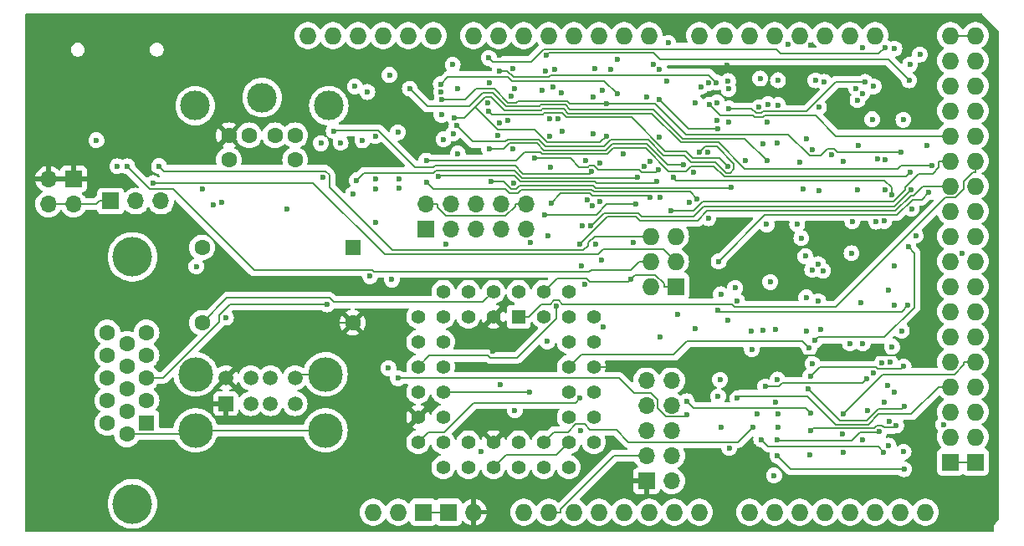
<source format=gbr>
%TF.GenerationSoftware,KiCad,Pcbnew,8.0.8+dfsg-1*%
%TF.CreationDate,2025-07-24T05:24:10-04:00*%
%TF.ProjectId,VGA_SRAM_SHIELD_DB_MULTIPLEX,5647415f-5352-4414-9d5f-534849454c44,rev?*%
%TF.SameCoordinates,Original*%
%TF.FileFunction,Copper,L3,Inr*%
%TF.FilePolarity,Positive*%
%FSLAX46Y46*%
G04 Gerber Fmt 4.6, Leading zero omitted, Abs format (unit mm)*
G04 Created by KiCad (PCBNEW 8.0.8+dfsg-1) date 2025-07-24 05:24:10*
%MOMM*%
%LPD*%
G01*
G04 APERTURE LIST*
%TA.AperFunction,ComponentPad*%
%ADD10R,1.700000X1.700000*%
%TD*%
%TA.AperFunction,ComponentPad*%
%ADD11O,1.700000X1.700000*%
%TD*%
%TA.AperFunction,ComponentPad*%
%ADD12R,1.500000X1.500000*%
%TD*%
%TA.AperFunction,ComponentPad*%
%ADD13C,1.500000*%
%TD*%
%TA.AperFunction,ComponentPad*%
%ADD14C,3.500000*%
%TD*%
%TA.AperFunction,ComponentPad*%
%ADD15C,4.000000*%
%TD*%
%TA.AperFunction,ComponentPad*%
%ADD16R,1.600000X1.600000*%
%TD*%
%TA.AperFunction,ComponentPad*%
%ADD17C,1.600000*%
%TD*%
%TA.AperFunction,ComponentPad*%
%ADD18R,1.422400X1.422400*%
%TD*%
%TA.AperFunction,ComponentPad*%
%ADD19C,1.422400*%
%TD*%
%TA.AperFunction,ComponentPad*%
%ADD20O,1.727200X1.727200*%
%TD*%
%TA.AperFunction,ComponentPad*%
%ADD21R,1.727200X1.727200*%
%TD*%
%TA.AperFunction,ComponentPad*%
%ADD22C,2.990000*%
%TD*%
%TA.AperFunction,ViaPad*%
%ADD23C,0.600000*%
%TD*%
%TA.AperFunction,Conductor*%
%ADD24C,0.200000*%
%TD*%
G04 APERTURE END LIST*
D10*
%TO.N,GND*%
%TO.C,J8*%
X40341200Y-42790800D03*
D11*
%TO.N,Net-(J8-Pin_2)*%
X42881200Y-42790800D03*
X45421200Y-42790800D03*
%TD*%
D12*
%TO.N,PWR*%
%TO.C,J1*%
X52001200Y-63300800D03*
D13*
%TO.N,Net-(A1-D18{slash}TX1)*%
X54501200Y-63300800D03*
%TO.N,Net-(A1-D19{slash}RX1)*%
X56501200Y-63300800D03*
%TO.N,GND*%
X59001200Y-63300800D03*
%TO.N,PWR*%
X52001200Y-60680800D03*
%TO.N,Net-(A1-D16{slash}TX2)*%
X54501200Y-60680800D03*
%TO.N,Net-(A1-D17{slash}RX2)*%
X56501200Y-60680800D03*
%TO.N,GND*%
X59001200Y-60680800D03*
D14*
X48931200Y-66010800D03*
X62071200Y-66010800D03*
X48931200Y-60330800D03*
X62071200Y-60330800D03*
%TD*%
D15*
%TO.N,N/C*%
%TO.C,J7*%
X42541200Y-48445800D03*
X42541200Y-73445800D03*
D16*
%TO.N,RED*%
X43961200Y-65260800D03*
D17*
%TO.N,GREEN*%
X43961200Y-62970800D03*
%TO.N,BLUE*%
X43961200Y-60680800D03*
%TO.N,unconnected-(J7-Pad4)*%
X43961200Y-58390800D03*
%TO.N,GND*%
X43961200Y-56100800D03*
X41981200Y-66405800D03*
X41981200Y-64115800D03*
X41981200Y-61825800D03*
%TO.N,unconnected-(J7-Pad9)*%
X41981200Y-59535800D03*
%TO.N,GND*%
X41981200Y-57245800D03*
%TO.N,unconnected-(J7-Pad11)*%
X40001200Y-65260800D03*
%TO.N,unconnected-(J7-Pad12)*%
X40001200Y-62970800D03*
%TO.N,Net-(J7-Pad13)*%
X40001200Y-60680800D03*
%TO.N,Net-(J7-Pad14)*%
X40001200Y-58390800D03*
%TO.N,unconnected-(J7-Pad15)*%
X40001200Y-56100800D03*
%TD*%
D18*
%TO.N,READY*%
%TO.C,U4*%
X81621200Y-54510800D03*
D19*
%TO.N,Net-(X1-OUT)*%
X79081200Y-51970800D03*
%TO.N,PWR*%
X79081200Y-54510800D03*
%TO.N,COUNTER_MEMADDR0*%
X76541200Y-51970800D03*
%TO.N,COUNTER_MEMADDR1*%
X76541200Y-54510800D03*
%TO.N,COUNTER_MEMADDR2*%
X74001200Y-51970800D03*
%TO.N,TDI*%
X71461200Y-54510800D03*
%TO.N,COUNTER_MEMADDR3*%
X74001200Y-54510800D03*
%TO.N,COUNTER_MEMADDR4*%
X71461200Y-57050800D03*
%TO.N,GND*%
X74001200Y-57050800D03*
%TO.N,COUNTER_MEMADDR5*%
X71461200Y-59590800D03*
%TO.N,COUNTER_MEMADDR6*%
X74001200Y-59590800D03*
%TO.N,TMS*%
X71461200Y-62130800D03*
%TO.N,COUNTER_MEMADDR7*%
X74001200Y-62130800D03*
%TO.N,PWR*%
X71461200Y-64670800D03*
%TO.N,COUNTER_MEMADDR8*%
X74001200Y-64670800D03*
%TO.N,COUNTER_MEMADDR9*%
X71461200Y-67210800D03*
%TO.N,COUNTER_MEMADDR10*%
X74001200Y-69750800D03*
%TO.N,COUNTER_MEMADDR11*%
X74001200Y-67210800D03*
%TO.N,COUNTER_MEMADDR12*%
X76541200Y-69750800D03*
%TO.N,COUNTER_MEMADDR13*%
X76541200Y-67210800D03*
%TO.N,GND*%
X79081200Y-69750800D03*
%TO.N,PWR*%
X79081200Y-67210800D03*
%TO.N,COUNTER_MEMADDR14*%
X81621200Y-69750800D03*
%TO.N,COUNTER_MEMADDR15*%
X81621200Y-67210800D03*
%TO.N,COUNTER_MEMADDR16*%
X84161200Y-69750800D03*
%TO.N,COUNTER_MEMADDR17*%
X84161200Y-67210800D03*
%TO.N,COUNTER_MEMADDR18*%
X86701200Y-69750800D03*
%TO.N,COUNTER_MEMADDR19*%
X89241200Y-67210800D03*
%TO.N,GND*%
X86701200Y-67210800D03*
%TO.N,unconnected-(U4-Pad31)*%
X89241200Y-64670800D03*
%TO.N,TCK*%
X86701200Y-64670800D03*
%TO.N,~{H_SYNC}*%
X89241200Y-62130800D03*
%TO.N,~{V_SYNC}*%
X86701200Y-62130800D03*
%TO.N,PWR*%
X89241200Y-59590800D03*
%TO.N,BANK_SELECT*%
X86701200Y-59590800D03*
%TO.N,unconnected-(U4-Pad37)*%
X89241200Y-57050800D03*
%TO.N,TDO*%
X86701200Y-57050800D03*
%TO.N,~{VGA_OUT}*%
X89241200Y-54510800D03*
%TO.N,unconnected-(U4-Pad40)*%
X86701200Y-51970800D03*
%TO.N,unconnected-(U4-Pad41)*%
X86701200Y-54510800D03*
%TO.N,GND*%
X84161200Y-51970800D03*
%TO.N,unconnected-(U4-Pad43)*%
X84161200Y-54510800D03*
%TO.N,unconnected-(U4-Pad44)*%
X81621200Y-51970800D03*
%TD*%
D20*
%TO.N,3.3V*%
%TO.C,A1*%
X66896400Y-74291800D03*
%TO.N,5V*%
X69436400Y-74291800D03*
X97503400Y-46351800D03*
X125316400Y-26031800D03*
X127856400Y-26031800D03*
%TO.N,Net-(J2-Pin_2)*%
X82136400Y-74291800D03*
%TO.N,Net-(J2-Pin_3)*%
X84676400Y-74291800D03*
%TO.N,Net-(J2-Pin_4)*%
X87216400Y-74291800D03*
%TO.N,Net-(J2-Pin_5)*%
X89756400Y-74291800D03*
%TO.N,Net-(J2-Pin_9)*%
X92296400Y-74291800D03*
%TO.N,Net-(J2-Pin_8)*%
X94836400Y-74291800D03*
%TO.N,Net-(J2-Pin_7)*%
X97376400Y-74291800D03*
%TO.N,Net-(J2-Pin_6)*%
X99916400Y-74291800D03*
%TO.N,DATA11*%
X104996400Y-74291800D03*
%TO.N,DATA12*%
X107536400Y-74291800D03*
%TO.N,DATA13*%
X110076400Y-74291800D03*
%TO.N,DATA14*%
X112616400Y-74291800D03*
%TO.N,unconnected-(A1-CANRX-PadCANR)*%
X120236400Y-74291800D03*
%TO.N,unconnected-(A1-CANTX-PadCANT)*%
X122776400Y-74291800D03*
%TO.N,unconnected-(A1-D0{slash}RX0-PadD0)*%
X94836400Y-26031800D03*
%TO.N,unconnected-(A1-D1{slash}TX0-PadD1)*%
X92296400Y-26031800D03*
%TO.N,/MCU OE*%
X89756400Y-26031800D03*
%TO.N,/MCU CE*%
X87216400Y-26031800D03*
%TO.N,/MCU WE*%
X84676400Y-26031800D03*
%TO.N,BANK_SELECT*%
X82136400Y-26031800D03*
%TO.N,Net-(A1-PadD6)*%
X79596400Y-26031800D03*
%TO.N,Net-(A1-PadD7)*%
X77056400Y-26031800D03*
%TO.N,unconnected-(A1-PadD8)*%
X72992400Y-26031800D03*
%TO.N,unconnected-(A1-PadD9)*%
X70452400Y-26031800D03*
%TO.N,/SD_CS*%
X67912400Y-26031800D03*
%TO.N,MCUMEMADDR7*%
X65372400Y-26031800D03*
%TO.N,MCUMEMADDR8*%
X62832400Y-26031800D03*
%TO.N,unconnected-(A1-PadD13)*%
X60292400Y-26031800D03*
%TO.N,MCUMEMADDR4*%
X99916400Y-26031800D03*
%TO.N,MCUMEMADDR5*%
X102456400Y-26031800D03*
%TO.N,Net-(A1-D16{slash}TX2)*%
X104996400Y-26031800D03*
%TO.N,Net-(A1-D17{slash}RX2)*%
X107536400Y-26031800D03*
%TO.N,Net-(A1-D18{slash}TX1)*%
X110076400Y-26031800D03*
%TO.N,Net-(A1-D19{slash}RX1)*%
X112616400Y-26031800D03*
%TO.N,unconnected-(A1-D20{slash}SDA-PadD20)*%
X115156400Y-26031800D03*
%TO.N,unconnected-(A1-D21{slash}SCL-PadD21)*%
X117696400Y-26031800D03*
%TO.N,unconnected-(A1-PadD22)*%
X125316400Y-28571800D03*
%TO.N,unconnected-(A1-PadD23)*%
X127856400Y-28571800D03*
%TO.N,unconnected-(A1-PadD24)*%
X125316400Y-31111800D03*
%TO.N,MCUMEMADDR0*%
X127856400Y-31111800D03*
%TO.N,MCUMEMADDR1*%
X125316400Y-33651800D03*
%TO.N,MCUMEMADDR2*%
X127856400Y-33651800D03*
%TO.N,MCUMEMADDR3*%
X125316400Y-36191800D03*
%TO.N,MCUMEMADDR6*%
X127856400Y-36191800D03*
%TO.N,MCUMEMADDR9*%
X125316400Y-38731800D03*
%TO.N,READY*%
X127856400Y-38731800D03*
%TO.N,MCUMEMADDR10*%
X125316400Y-41271800D03*
%TO.N,MCUMEMADDR11*%
X127856400Y-41271800D03*
%TO.N,MCUMEMADDR12*%
X125316400Y-43811800D03*
%TO.N,MCUMEMADDR13*%
X127856400Y-43811800D03*
%TO.N,MCUMEMADDR14*%
X125316400Y-46351800D03*
%TO.N,MCUMEMADDR15*%
X127856400Y-46351800D03*
%TO.N,MCUMEMADDR16*%
X125316400Y-48891800D03*
%TO.N,MCUMEMADDR17*%
X127856400Y-48891800D03*
%TO.N,MCUMEMADDR18*%
X125316400Y-51431800D03*
%TO.N,MCUMEMADDR19*%
X127856400Y-51431800D03*
%TO.N,/PS2_DAT*%
X125316400Y-53971800D03*
%TO.N,/PS2_CLK*%
X127856400Y-53971800D03*
%TO.N,DATA7*%
X125316400Y-56511800D03*
%TO.N,DATA6*%
X127856400Y-56511800D03*
%TO.N,DATA5*%
X125316400Y-59051800D03*
%TO.N,DATA4*%
X127856400Y-59051800D03*
%TO.N,DATA3*%
X125316400Y-61591800D03*
%TO.N,DATA2*%
X127856400Y-61591800D03*
%TO.N,DATA1*%
X125316400Y-64131800D03*
%TO.N,DATA0*%
X127856400Y-64131800D03*
%TO.N,DATA15*%
X125316400Y-66671800D03*
%TO.N,DATA8*%
X127856400Y-66671800D03*
%TO.N,DATA9*%
X115156400Y-74291800D03*
%TO.N,DATA10*%
X117696400Y-74291800D03*
D21*
%TO.N,GND*%
X71976400Y-74291800D03*
X74516400Y-74291800D03*
X97503400Y-51431800D03*
X125316400Y-69211800D03*
X127856400Y-69211800D03*
D20*
%TO.N,Net-(A1-SPI_MISO)*%
X94963400Y-46351800D03*
%TO.N,Net-(A1-SPI_MOSI)*%
X97503400Y-48891800D03*
%TO.N,unconnected-(A1-SPI_RESET-PadRST2)*%
X94963400Y-51431800D03*
%TO.N,Net-(A1-SPI_SCK)*%
X94963400Y-48891800D03*
%TO.N,PWR*%
X77056400Y-74291800D03*
%TD*%
D17*
%TO.N,/PS2_DAT*%
%TO.C,J3*%
X56951200Y-36130800D03*
%TO.N,unconnected-(J3-Pad2)*%
X54351200Y-36130800D03*
%TO.N,GND*%
X59001200Y-36130800D03*
%TO.N,PWR*%
X52301200Y-36130800D03*
%TO.N,/PS2_CLK*%
X59001200Y-38620800D03*
%TO.N,unconnected-(J3-Pad6)*%
X52301200Y-38620800D03*
D22*
%TO.N,N/C*%
X48891200Y-33130800D03*
X55651200Y-32320800D03*
X62411200Y-33130800D03*
%TD*%
D16*
%TO.N,unconnected-(X1-NC-Pad1)*%
%TO.C,X1*%
X64821200Y-47490800D03*
D17*
%TO.N,GND*%
X49581200Y-47490800D03*
%TO.N,Net-(X1-OUT)*%
X49581200Y-55110800D03*
%TO.N,PWR*%
X64821200Y-55110800D03*
%TD*%
D10*
%TO.N,PWR*%
%TO.C,J2*%
X94561200Y-71100800D03*
D11*
%TO.N,Net-(J2-Pin_2)*%
X97101200Y-71100800D03*
%TO.N,Net-(J2-Pin_3)*%
X94561200Y-68560800D03*
%TO.N,Net-(J2-Pin_4)*%
X97101200Y-68560800D03*
%TO.N,Net-(J2-Pin_5)*%
X94561200Y-66020800D03*
%TO.N,Net-(J2-Pin_6)*%
X97101200Y-66020800D03*
%TO.N,Net-(J2-Pin_7)*%
X94561200Y-63480800D03*
%TO.N,Net-(J2-Pin_8)*%
X97101200Y-63480800D03*
%TO.N,Net-(J2-Pin_9)*%
X94561200Y-60940800D03*
%TO.N,GND*%
X97101200Y-60940800D03*
%TD*%
D10*
%TO.N,PWR*%
%TO.C,J4*%
X36571200Y-40540800D03*
D11*
X34031200Y-40540800D03*
%TO.N,GND*%
X36571200Y-43080800D03*
X34031200Y-43080800D03*
%TD*%
D10*
%TO.N,TCK*%
%TO.C,J5*%
X72241200Y-45650800D03*
D11*
%TO.N,GND*%
X72241200Y-43110800D03*
%TO.N,TDO*%
X74781200Y-45650800D03*
%TO.N,PWR*%
X74781200Y-43110800D03*
%TO.N,TMS*%
X77321200Y-45650800D03*
%TO.N,unconnected-(J5-Pin_6-Pad6)*%
X77321200Y-43110800D03*
%TO.N,unconnected-(J5-Pin_7-Pad7)*%
X79861200Y-45650800D03*
%TO.N,unconnected-(J5-Pin_8-Pad8)*%
X79861200Y-43110800D03*
%TO.N,TDI*%
X82401200Y-45650800D03*
%TO.N,GND*%
X82401200Y-43110800D03*
%TD*%
D23*
%TO.N,GND*%
X49000000Y-49400000D03*
X52000000Y-54600000D03*
%TO.N,PWR*%
X79600000Y-59800000D03*
X79000000Y-58000000D03*
%TO.N,DATA_BANK22*%
X115150100Y-57207400D03*
X120647200Y-63618300D03*
X110935700Y-61822000D03*
%TO.N,Net-(A1-SPI_MISO)*%
X45222500Y-39256300D03*
%TO.N,DATA_BANK27*%
X107826900Y-68588100D03*
X120617900Y-69946800D03*
X110229500Y-46547000D03*
%TO.N,DATA_BANK20*%
X117505800Y-60193000D03*
X110727500Y-55945900D03*
%TO.N,DATA_BANK21*%
X107828400Y-60855700D03*
X118964800Y-61460400D03*
X111944400Y-52917600D03*
%TO.N,DATA_BANK23*%
X116906700Y-64005700D03*
X116441200Y-57200900D03*
%TO.N,DATA_BANK24*%
X111343000Y-49745500D03*
X105753700Y-64370800D03*
X124595400Y-65401800D03*
%TO.N,Net-(A1-SPI_SCK)*%
X42018200Y-39271800D03*
%TO.N,MCUMEMADDR13*%
X94930900Y-38758400D03*
%TO.N,MCUMEMADDR19*%
X115918400Y-32569400D03*
%TO.N,MCUMEMADDR12*%
X100051100Y-31225100D03*
X75488500Y-31380700D03*
%TO.N,MCUMEMADDR2*%
X100785300Y-37856800D03*
%TO.N,MCUMEMADDR0*%
X100815400Y-30844000D03*
%TO.N,MCUMEMADDR14*%
X123442600Y-39224700D03*
X75103700Y-34346700D03*
X90486500Y-36193900D03*
%TO.N,MCUMEMADDR11*%
X84008300Y-31578600D03*
X88885100Y-45261200D03*
X121333100Y-41625700D03*
%TO.N,MCUMEMADDR3*%
X100892800Y-33055600D03*
X78536000Y-32858900D03*
%TO.N,MCUMEMADDR9*%
X97072300Y-43755800D03*
%TO.N,MCUMEMADDR5*%
X84575900Y-46278100D03*
X84776207Y-34467877D03*
%TO.N,MCUMEMADDR6*%
X101867700Y-48898300D03*
X123140200Y-41906800D03*
X89994700Y-48733100D03*
X84760408Y-36193074D03*
%TO.N,MCUMEMADDR8*%
X85258200Y-29452800D03*
X89094900Y-43243400D03*
%TO.N,MCUMEMADDR18*%
X113275000Y-38131500D03*
%TO.N,MCUMEMADDR15*%
X120282400Y-37871600D03*
X73833200Y-32541500D03*
X90494700Y-32905300D03*
%TO.N,MCUMEMADDR7*%
X85904300Y-31808700D03*
X95616700Y-40841400D03*
X73491100Y-40285600D03*
%TO.N,MCUMEMADDR4*%
X84241404Y-44154904D03*
X93453400Y-43130100D03*
X91599100Y-28407400D03*
X81172800Y-31396400D03*
%TO.N,DATA_BANK26*%
X107830100Y-66928300D03*
X118154400Y-66116300D03*
X109816500Y-45162400D03*
%TO.N,DATA_BANK25*%
X111204500Y-66044600D03*
X119831500Y-65525000D03*
X110631900Y-48381000D03*
%TO.N,DATA_BANK17*%
X120577500Y-68184200D03*
X111109600Y-68505800D03*
X106783500Y-34779700D03*
%TO.N,DATA_BANK11*%
X116859600Y-60782500D03*
X106577400Y-61581600D03*
X110065200Y-38895300D03*
%TO.N,DATA_BANK12*%
X119650600Y-62158900D03*
X107595000Y-63121800D03*
X114493100Y-38730000D03*
%TO.N,DATA_BANK16*%
X118575900Y-68198700D03*
X106178400Y-66928300D03*
X106313800Y-36981900D03*
X105236800Y-57800000D03*
%TO.N,DATA_BANK15*%
X119064200Y-67546600D03*
X116388200Y-31891700D03*
%TO.N,DATA_BANK14*%
X119105400Y-65119300D03*
X107847100Y-65663900D03*
X115779000Y-31369100D03*
X115996400Y-37204200D03*
%TO.N,DATA_BANK10*%
X111146200Y-60544400D03*
X120577400Y-59553100D03*
X110425000Y-41562400D03*
%TO.N,DATA_BANK13*%
X118646700Y-63118800D03*
X107847100Y-64370800D03*
X112033200Y-41728200D03*
%TO.N,~{VGA_OUT 1}*%
X107091200Y-50984400D03*
X111377000Y-59270800D03*
%TO.N,MCUMEMADDR10*%
X87849500Y-47168800D03*
X80993800Y-37540000D03*
%TO.N,MCUMEMADDR17*%
X122963300Y-37204200D03*
%TO.N,MCUMEMADDR1*%
X85626200Y-34471872D03*
%TO.N,/MCU OE*%
X121057200Y-47449400D03*
X115948900Y-41683100D03*
X111598477Y-56900523D03*
%TO.N,Net-(A1-SPI_MOSI)*%
X44597700Y-40973900D03*
%TO.N,~{WE_BANK2}*%
X103533700Y-51591100D03*
%TO.N,DATA1*%
X118386300Y-59149200D03*
%TO.N,DATA5*%
X114423700Y-66406400D03*
%TO.N,~{WE_BANK1}*%
X99477500Y-55744500D03*
X111333900Y-37615900D03*
%TO.N,~{OE_BANK2}*%
X106720700Y-45158000D03*
X110726100Y-52547900D03*
%TO.N,~{OE_BANK1}*%
X112423100Y-49850800D03*
X106061200Y-30384900D03*
%TO.N,DATA3*%
X103761900Y-62770400D03*
%TO.N,Net-(A1-PadD7)*%
X64852500Y-42090254D03*
%TO.N,~{MCU_WE}*%
X121036800Y-53333800D03*
X101772500Y-53871800D03*
%TO.N,MEMADDR_BANK217*%
X119017700Y-51846800D03*
X110750400Y-36502000D03*
%TO.N,MEMADDR_BANK219*%
X105907100Y-33296600D03*
X116275100Y-53088800D03*
%TO.N,MEMADDR_BANK216*%
X107891000Y-33071500D03*
X119601200Y-53356300D03*
%TO.N,MEMADDR_BANK218*%
X111943200Y-49184400D03*
X104591900Y-38718800D03*
%TO.N,DATA0*%
X119194100Y-59050000D03*
%TO.N,MEMADDR_BANK211*%
X88025500Y-45269900D03*
X118622100Y-44805900D03*
%TO.N,MEMADDR_BANK213*%
X97265900Y-40404700D03*
X119363300Y-42181000D03*
%TO.N,MEMADDR_BANK212*%
X101693000Y-32822100D03*
X118749600Y-41662900D03*
%TO.N,MEMADDR_BANK214*%
X94350600Y-39309700D03*
X121380900Y-43558300D03*
%TO.N,MEMADDR_BANK215*%
X81060400Y-29350600D03*
X88278200Y-51205800D03*
X120401200Y-55920600D03*
%TO.N,MEMADDR_BANK28*%
X95942700Y-42447900D03*
%TO.N,MEMADDR_BANK29*%
X115401900Y-44851900D03*
X93257500Y-46980300D03*
%TO.N,MEMADDR_BANK210*%
X117802600Y-44880800D03*
X88012900Y-49332100D03*
%TO.N,MEMADDR_BANK20*%
X102082100Y-52234400D03*
X101738600Y-35456200D03*
X95883800Y-32493000D03*
%TO.N,MEMADDR_BANK22*%
X99308000Y-39879600D03*
X105170050Y-55950000D03*
%TO.N,MEMADDR_BANK23*%
X103735400Y-52930200D03*
X99529800Y-32838400D03*
%TO.N,5V*%
X41007400Y-39260900D03*
%TO.N,DATA7*%
X114487900Y-68215800D03*
%TO.N,DATA4*%
X114463500Y-64357300D03*
%TO.N,MEMADDR_BANK21*%
X95860800Y-36293400D03*
X106370050Y-55838956D03*
%TO.N,/MCU WE*%
X121801700Y-46292400D03*
X119608200Y-49313300D03*
%TO.N,MEMADDR_BANK24*%
X98867800Y-42957500D03*
X102759800Y-54857900D03*
%TO.N,BANK_SELECT*%
X89872900Y-38975000D03*
X95883000Y-29466600D03*
X111031815Y-57670800D03*
%TO.N,COUNTER_MEMADDR16*%
X87931400Y-66005100D03*
X107872100Y-30558700D03*
X108870900Y-26943500D03*
%TO.N,MEMADDR_BANK118*%
X117949800Y-38490400D03*
%TO.N,MEMADDR_BANK119*%
X117404300Y-34509900D03*
%TO.N,COUNTER_MEMADDR18*%
X102893300Y-34773200D03*
%TO.N,COUNTER_MEMADDR19*%
X102833100Y-30641200D03*
X112545800Y-30720800D03*
%TO.N,MEMADDR_BANK117*%
X118750000Y-38624500D03*
%TO.N,MEMADDR_BANK116*%
X120555900Y-34557500D03*
%TO.N,COUNTER_MEMADDR17*%
X112016400Y-33296800D03*
X105361800Y-65663900D03*
%TO.N,MEMADDR_BANK19*%
X89125600Y-35940800D03*
X116461200Y-27243300D03*
%TO.N,MEMADDR_BANK111*%
X79715600Y-34878900D03*
X117551500Y-31180400D03*
%TO.N,COUNTER_MEMADDR12*%
X79684100Y-29590800D03*
X101632800Y-30783800D03*
%TO.N,COUNTER_MEMADDR11*%
X84533100Y-57015400D03*
X85115400Y-31247100D03*
%TO.N,COUNTER_MEMADDR15*%
X73738200Y-30941100D03*
X91599200Y-31949300D03*
%TO.N,MEMADDR_BANK18*%
X89131500Y-32258600D03*
X106830500Y-32989100D03*
%TO.N,COUNTER_MEMADDR14*%
X75461700Y-37980700D03*
X77834200Y-68134500D03*
%TO.N,COUNTER_MEMADDR8*%
X89351000Y-29391200D03*
X88582200Y-42624500D03*
X79731200Y-61394100D03*
%TO.N,Net-(A1-PadD6)*%
X65809100Y-36651800D03*
%TO.N,COUNTER_MEMADDR13*%
X67111400Y-44931500D03*
X69512100Y-40538200D03*
X101693000Y-34656000D03*
%TO.N,MEMADDR_BANK112*%
X78602400Y-28292900D03*
X118670800Y-27245800D03*
%TO.N,MEMADDR_BANK113*%
X74988900Y-35940800D03*
X96758800Y-26774300D03*
X119661200Y-27351900D03*
%TO.N,COUNTER_MEMADDR9*%
X90202100Y-55512800D03*
X87833700Y-62761500D03*
X89384400Y-47162000D03*
X86018941Y-35710276D03*
%TO.N,MEMADDR_BANK110*%
X83253000Y-38474200D03*
X95756600Y-39641100D03*
X102894000Y-33405900D03*
X116696200Y-30726800D03*
%TO.N,MEMADDR_BANK115*%
X121246800Y-39866400D03*
X72276500Y-38689200D03*
%TO.N,MEMADDR_BANK114*%
X74016600Y-36535700D03*
X121243800Y-28947800D03*
%TO.N,~{COUNTER_BANK1}*%
X119428800Y-57545200D03*
X121148200Y-30566200D03*
X84418300Y-28040500D03*
X115312800Y-48067300D03*
%TO.N,MEMADDR_BANK13*%
X78602200Y-33659100D03*
X102767100Y-39244200D03*
%TO.N,COUNTER_MEMADDR7*%
X89852500Y-42869300D03*
X82727300Y-62130800D03*
X90131800Y-31555100D03*
%TO.N,COUNTER_MEMADDR6*%
X80511395Y-34659365D03*
X81102600Y-40996800D03*
%TO.N,COUNTER_MEMADDR5*%
X85440300Y-53453100D03*
X78630100Y-30840900D03*
X82792400Y-47014800D03*
%TO.N,MEMADDR_BANK12*%
X98338800Y-39132200D03*
X78630400Y-37486400D03*
%TO.N,COUNTER_MEMADDR0*%
X74954900Y-28990000D03*
%TO.N,COUNTER_MEMADDR1*%
X73807000Y-34058000D03*
X94617500Y-32289600D03*
%TO.N,COUNTER_MEMADDR4*%
X84333400Y-29630100D03*
X84830800Y-39326600D03*
X69512100Y-41511300D03*
%TO.N,COUNTER_MEMADDR2*%
X75354600Y-35155700D03*
X99883400Y-37852000D03*
%TO.N,MEMADDR_BANK14*%
X94958400Y-42441800D03*
X84920000Y-43000000D03*
X80825100Y-32208600D03*
%TO.N,MEMADDR_BANK10*%
X106740800Y-38688500D03*
X70608000Y-31410400D03*
%TO.N,MEMADDR_BANK11*%
X78822700Y-40832900D03*
X103105400Y-41405000D03*
%TO.N,MEMADDR_BANK15*%
X95247700Y-28970200D03*
X79474600Y-36156100D03*
%TO.N,COUNTER_MEMADDR3*%
X73779000Y-31741300D03*
X96599200Y-30615800D03*
%TO.N,MEMADDR_BANK16*%
X102868600Y-31441400D03*
X92223500Y-38042200D03*
%TO.N,Net-(U21-B7)*%
X102945000Y-67798300D03*
X68458100Y-59716000D03*
X61604500Y-36938700D03*
X65041200Y-31193000D03*
%TO.N,Net-(U21-B6)*%
X95929200Y-56528300D03*
X89024200Y-39823800D03*
X62899100Y-35690100D03*
%TO.N,Net-(U21-B5)*%
X102090000Y-65706300D03*
X93682500Y-40385200D03*
X65239011Y-40694924D03*
%TO.N,Net-(U21-B4)*%
X98638400Y-64386800D03*
X69410300Y-60731600D03*
X63602400Y-36878100D03*
X68551600Y-30023500D03*
%TO.N,Net-(U21-B3)*%
X111135700Y-64260300D03*
X98636100Y-63058300D03*
X67152100Y-36217400D03*
X66586700Y-50398800D03*
%TO.N,Net-(U21-B2)*%
X101800600Y-62592100D03*
X100818600Y-44543500D03*
X67111400Y-40530200D03*
%TO.N,Net-(U21-B1)*%
X97679100Y-54281000D03*
X68790800Y-50732500D03*
X69397200Y-35822300D03*
%TO.N,Net-(U21-B0)*%
X72275300Y-40889800D03*
X99668000Y-42566500D03*
X102006500Y-60893500D03*
%TO.N,/MCU CE*%
X126480200Y-48121500D03*
X122226200Y-27943400D03*
%TO.N,RED*%
X61800000Y-40400000D03*
%TO.N,Net-(J7-Pad14)*%
X49650000Y-41551200D03*
%TO.N,Net-(J7-Pad13)*%
X50756600Y-43205100D03*
%TO.N,BLUE*%
X67111400Y-41599100D03*
X62223180Y-53257580D03*
%TO.N,DATA6*%
X116421900Y-66945800D03*
%TO.N,GREEN*%
X66314900Y-31743300D03*
%TO.N,Net-(J8-Pin_2)*%
X58212900Y-43584300D03*
%TO.N,Net-(A1-D19{slash}RX1)*%
X81236600Y-63964400D03*
%TO.N,GND*%
X107794200Y-36893300D03*
X107476400Y-70570100D03*
X92962800Y-50675800D03*
X107601200Y-55800000D03*
X90917800Y-29461500D03*
X111661200Y-30568800D03*
X112215900Y-55750177D03*
%TO.N,/SD_CS*%
X38901200Y-36630700D03*
%TO.N,~{V_SYNC}*%
X74262100Y-47165700D03*
%TO.N,~{H_SYNC}*%
X51595400Y-42906600D03*
%TO.N,PWR*%
X88426100Y-38724500D03*
X102718800Y-29040800D03*
X123078400Y-57192300D03*
X108039500Y-45260200D03*
X79692400Y-27995600D03*
X108081545Y-58565645D03*
X112297700Y-45213700D03*
X111156700Y-26987300D03*
%TD*%
D24*
%TO.N,/MCU OE*%
X111598477Y-56900523D02*
X111910000Y-56589000D01*
X121676800Y-53546900D02*
X121676800Y-48069000D01*
X118634700Y-56589000D02*
X121676800Y-53546900D01*
X111910000Y-56589000D02*
X118634700Y-56589000D01*
X121676800Y-48069000D02*
X121057200Y-47449400D01*
%TO.N,BANK_SELECT*%
X110367115Y-57006100D02*
X98674900Y-57006100D01*
X111031815Y-57670800D02*
X110367115Y-57006100D01*
X98674900Y-57006100D02*
X97326800Y-58354200D01*
X97326800Y-58354200D02*
X87937800Y-58354200D01*
X87937800Y-58354200D02*
X86701200Y-59590800D01*
%TO.N,PWR*%
X121870700Y-58400000D02*
X108247190Y-58400000D01*
X123078400Y-57192300D02*
X121870700Y-58400000D01*
X108247190Y-58400000D02*
X108081545Y-58565645D01*
X107056390Y-59590800D02*
X108081545Y-58565645D01*
X89241200Y-59590800D02*
X107056390Y-59590800D01*
%TO.N,BLUE*%
X52423181Y-53257580D02*
X62223180Y-53257580D01*
X51350000Y-54330761D02*
X52423181Y-53257580D01*
%TO.N,Net-(X1-OUT)*%
X78015345Y-53036655D02*
X79081200Y-51970800D01*
X62921494Y-53036655D02*
X78015345Y-53036655D01*
X62492419Y-52607580D02*
X62921494Y-53036655D01*
X52084420Y-52607580D02*
X62492419Y-52607580D01*
X49581200Y-55110800D02*
X52084420Y-52607580D01*
%TO.N,BLUE*%
X43961200Y-60680800D02*
X45681900Y-60680800D01*
X45681900Y-60680800D02*
X51350000Y-55012700D01*
X51350000Y-55012700D02*
X51350000Y-54330761D01*
%TO.N,Net-(A1-SPI_MISO)*%
X62450000Y-40130761D02*
X62450000Y-41369239D01*
X45222500Y-39256300D02*
X45716200Y-39750000D01*
X62069239Y-39750000D02*
X62450000Y-40130761D01*
X62450000Y-41369239D02*
X68863961Y-47783200D01*
X68863961Y-47783200D02*
X88181100Y-47783200D01*
X88181100Y-47783200D02*
X88681600Y-47282700D01*
X88681600Y-47282700D02*
X88681600Y-47016200D01*
X89346000Y-46351800D02*
X94963400Y-46351800D01*
X45716200Y-39750000D02*
X62069239Y-39750000D01*
X88681600Y-47016200D02*
X89346000Y-46351800D01*
%TO.N,Net-(A1-SPI_MOSI)*%
X60831861Y-40951100D02*
X68068761Y-48188000D01*
X90182800Y-47696400D02*
X96308000Y-47696400D01*
X68068761Y-48188000D02*
X89691200Y-48188000D01*
X44620500Y-40951100D02*
X60831861Y-40951100D01*
X89691200Y-48188000D02*
X90182800Y-47696400D01*
X96308000Y-47696400D02*
X97503400Y-48891800D01*
X44597700Y-40973900D02*
X44620500Y-40951100D01*
%TO.N,Net-(U21-B5)*%
X73242600Y-39685500D02*
X72998000Y-39930100D01*
X81944300Y-40424000D02*
X81205800Y-39685500D01*
X93682500Y-40385200D02*
X93643700Y-40424000D01*
X81205800Y-39685500D02*
X73242600Y-39685500D01*
X66003835Y-39930100D02*
X65239011Y-40694924D01*
X93643700Y-40424000D02*
X81944300Y-40424000D01*
X72998000Y-39930100D02*
X66003835Y-39930100D01*
%TO.N,COUNTER_MEMADDR5*%
X78530761Y-58450000D02*
X72602000Y-58450000D01*
X81479500Y-58650000D02*
X78730761Y-58650000D01*
X85440300Y-54689200D02*
X81479500Y-58650000D01*
X85440300Y-53453100D02*
X85440300Y-54689200D01*
X78730761Y-58650000D02*
X78530761Y-58450000D01*
X72602000Y-58450000D02*
X71461200Y-59590800D01*
%TO.N,MEMADDR_BANK14*%
X89075500Y-42269100D02*
X88830800Y-42024400D01*
X88830800Y-42024400D02*
X85895600Y-42024400D01*
X85895600Y-42024400D02*
X84920000Y-43000000D01*
%TO.N,MCUMEMADDR4*%
X93453400Y-43130100D02*
X90546600Y-43130100D01*
X90546600Y-43130100D02*
X89521796Y-44154904D01*
%TO.N,MEMADDR_BANK14*%
X94958400Y-42441800D02*
X94785700Y-42269100D01*
%TO.N,MCUMEMADDR4*%
X89521796Y-44154904D02*
X84241404Y-44154904D01*
%TO.N,MEMADDR_BANK14*%
X94785700Y-42269100D02*
X89075500Y-42269100D01*
%TO.N,MEMADDR_BANK10*%
X72372800Y-33175200D02*
X70608000Y-31410400D01*
X83710489Y-33208900D02*
X80332100Y-33208900D01*
%TO.N,MCUMEMADDR14*%
X104470800Y-39497400D02*
X101830000Y-36856600D01*
%TO.N,MEMADDR_BANK10*%
X106740800Y-38688500D02*
X104508800Y-36456500D01*
%TO.N,MEMADDR_BANK13*%
X101979900Y-38457000D02*
X99228100Y-38457000D01*
%TO.N,MCUMEMADDR14*%
X120281900Y-39224700D02*
X120009200Y-39497400D01*
%TO.N,MEMADDR_BANK13*%
X102767100Y-39244200D02*
X101979900Y-38457000D01*
%TO.N,MEMADDR_BANK10*%
X76629900Y-33175200D02*
X72372800Y-33175200D01*
%TO.N,MCUMEMADDR14*%
X83876075Y-33609000D02*
X80166400Y-33609000D01*
%TO.N,MEMADDR_BANK13*%
X99228100Y-38457000D02*
X98528000Y-37756900D01*
%TO.N,MEMADDR_BANK10*%
X77963900Y-31841200D02*
X76629900Y-33175200D01*
X86337010Y-33050099D02*
X83869290Y-33050099D01*
%TO.N,MEMADDR_BANK13*%
X86461139Y-34305600D02*
X86005638Y-33850099D01*
%TO.N,MCUMEMADDR14*%
X84034976Y-33450099D02*
X83876075Y-33609000D01*
X95115700Y-33905500D02*
X86626725Y-33905500D01*
%TO.N,MEMADDR_BANK10*%
X95281700Y-33505400D02*
X86792311Y-33505400D01*
%TO.N,MCUMEMADDR14*%
X80166400Y-33609000D02*
X78815000Y-32257600D01*
%TO.N,MEMADDR_BANK10*%
X104508800Y-36456500D02*
X98232800Y-36456500D01*
%TO.N,MEMADDR_BANK13*%
X98528000Y-37756900D02*
X96475700Y-37756900D01*
%TO.N,MCUMEMADDR14*%
X78241700Y-32257600D02*
X77222100Y-33277200D01*
X78815000Y-32257600D02*
X78241700Y-32257600D01*
%TO.N,MEMADDR_BANK10*%
X80332100Y-33208900D02*
X78964400Y-31841200D01*
%TO.N,MEMADDR_BANK13*%
X84041661Y-34009100D02*
X78952200Y-34009100D01*
X84200662Y-33850099D02*
X84041661Y-34009100D01*
%TO.N,MCUMEMADDR14*%
X120009200Y-39497400D02*
X104470800Y-39497400D01*
%TO.N,MEMADDR_BANK10*%
X98232800Y-36456500D02*
X95281700Y-33505400D01*
%TO.N,MCUMEMADDR14*%
X101830000Y-36856600D02*
X98066800Y-36856600D01*
%TO.N,MEMADDR_BANK10*%
X78964400Y-31841200D02*
X77963900Y-31841200D01*
%TO.N,MEMADDR_BANK13*%
X93024400Y-34305600D02*
X86461139Y-34305600D01*
%TO.N,MCUMEMADDR14*%
X98066800Y-36856600D02*
X95115700Y-33905500D01*
X123442600Y-39224700D02*
X120281900Y-39224700D01*
%TO.N,MEMADDR_BANK13*%
X86005638Y-33850099D02*
X84200662Y-33850099D01*
%TO.N,MEMADDR_BANK10*%
X86792311Y-33505400D02*
X86337010Y-33050099D01*
%TO.N,MCUMEMADDR14*%
X86626725Y-33905500D02*
X86171324Y-33450099D01*
%TO.N,MEMADDR_BANK10*%
X83869290Y-33050099D02*
X83710489Y-33208900D01*
%TO.N,MEMADDR_BANK13*%
X96475700Y-37756900D02*
X93024400Y-34305600D01*
%TO.N,MCUMEMADDR14*%
X86171324Y-33450099D02*
X84034976Y-33450099D01*
%TO.N,MEMADDR_BANK13*%
X78952200Y-34009100D02*
X78602200Y-33659100D01*
%TO.N,MCUMEMADDR15*%
X81402700Y-32808800D02*
X80497800Y-32808800D01*
%TO.N,MEMADDR_BANK115*%
X101365800Y-39257300D02*
X99062300Y-39257300D01*
%TO.N,MEMADDR_BANK12*%
X80116400Y-37486400D02*
X78630400Y-37486400D01*
%TO.N,MCUMEMADDR14*%
X83204095Y-35556000D02*
X84491169Y-36843074D01*
%TO.N,MEMADDR_BANK12*%
X83456624Y-36939900D02*
X80662900Y-36939900D01*
%TO.N,COUNTER_MEMADDR2*%
X84325483Y-37243074D02*
X83622209Y-36539800D01*
%TO.N,MEMADDR_BANK12*%
X90451826Y-37643074D02*
X84159798Y-37643074D01*
%TO.N,COUNTER_MEMADDR2*%
X90286026Y-37243074D02*
X84325483Y-37243074D01*
%TO.N,MEMADDR_BANK115*%
X102427600Y-40319100D02*
X101365800Y-39257300D01*
X94463400Y-37442000D02*
X91218700Y-37442000D01*
X82183300Y-37841200D02*
X81335300Y-38689200D01*
X121246800Y-39866400D02*
X120794100Y-40319100D01*
%TO.N,MEMADDR_BANK12*%
X96719400Y-39132200D02*
X94594900Y-37007700D01*
X94594900Y-37007700D02*
X91087200Y-37007700D01*
%TO.N,MCUMEMADDR15*%
X80497800Y-32808800D02*
X79130100Y-31441100D01*
%TO.N,MEMADDR_BANK115*%
X99062300Y-39257300D02*
X98562300Y-39757300D01*
X91218700Y-37442000D02*
X90617626Y-38043074D01*
%TO.N,MCUMEMADDR14*%
X77222100Y-33277200D02*
X79500900Y-35556000D01*
%TO.N,COUNTER_MEMADDR2*%
X83622209Y-36539800D02*
X80497200Y-36539800D01*
%TO.N,MCUMEMADDR15*%
X90494700Y-32905300D02*
X86757897Y-32905300D01*
X76190100Y-32541500D02*
X73833200Y-32541500D01*
%TO.N,COUNTER_MEMADDR2*%
X100478700Y-37256700D02*
X101664300Y-37256700D01*
%TO.N,MEMADDR_BANK115*%
X96778700Y-39757300D02*
X94463400Y-37442000D01*
%TO.N,COUNTER_MEMADDR2*%
X80260800Y-36776200D02*
X76975100Y-36776200D01*
X96310000Y-38157000D02*
X94717900Y-36564900D01*
X94717900Y-36564900D02*
X90964200Y-36564900D01*
X101664300Y-37256700D02*
X103403200Y-38995600D01*
%TO.N,MCUMEMADDR15*%
X86757897Y-32905300D02*
X86502696Y-32650099D01*
%TO.N,COUNTER_MEMADDR2*%
X76975100Y-36776200D02*
X75354600Y-35155700D01*
X90964200Y-36564900D02*
X90286026Y-37243074D01*
%TO.N,MCUMEMADDR14*%
X84491169Y-36843074D02*
X89837326Y-36843074D01*
%TO.N,MCUMEMADDR15*%
X77290500Y-31441100D02*
X76190100Y-32541500D01*
%TO.N,MEMADDR_BANK115*%
X83792239Y-37841200D02*
X82183300Y-37841200D01*
%TO.N,COUNTER_MEMADDR2*%
X80497200Y-36539800D02*
X80260800Y-36776200D01*
X103403200Y-39527300D02*
X103011500Y-39919000D01*
%TO.N,MEMADDR_BANK12*%
X80662900Y-36939900D02*
X80116400Y-37486400D01*
%TO.N,MCUMEMADDR15*%
X86502696Y-32650099D02*
X81561401Y-32650099D01*
%TO.N,MEMADDR_BANK115*%
X120794100Y-40319100D02*
X102427600Y-40319100D01*
%TO.N,MEMADDR_BANK12*%
X91087200Y-37007700D02*
X90451826Y-37643074D01*
%TO.N,COUNTER_MEMADDR2*%
X98362300Y-38157000D02*
X96310000Y-38157000D01*
X99062400Y-38857100D02*
X98362300Y-38157000D01*
%TO.N,MEMADDR_BANK115*%
X83994112Y-38043074D02*
X83792239Y-37841200D01*
%TO.N,COUNTER_MEMADDR2*%
X102593300Y-39919000D02*
X101531400Y-38857100D01*
%TO.N,MCUMEMADDR15*%
X81561401Y-32650099D02*
X81402700Y-32808800D01*
%TO.N,MCUMEMADDR14*%
X89837326Y-36843074D02*
X90486500Y-36193900D01*
X79500900Y-35556000D02*
X83204095Y-35556000D01*
%TO.N,MEMADDR_BANK115*%
X98562300Y-39757300D02*
X96778700Y-39757300D01*
%TO.N,COUNTER_MEMADDR2*%
X103011500Y-39919000D02*
X102593300Y-39919000D01*
%TO.N,MEMADDR_BANK115*%
X81335300Y-38689200D02*
X72276500Y-38689200D01*
%TO.N,COUNTER_MEMADDR2*%
X103403200Y-38995600D02*
X103403200Y-39527300D01*
%TO.N,MCUMEMADDR15*%
X79130100Y-31441100D02*
X77290500Y-31441100D01*
%TO.N,MEMADDR_BANK12*%
X84159798Y-37643074D02*
X83456624Y-36939900D01*
%TO.N,MEMADDR_BANK115*%
X90617626Y-38043074D02*
X83994112Y-38043074D01*
%TO.N,COUNTER_MEMADDR2*%
X99883400Y-37852000D02*
X100478700Y-37256700D01*
%TO.N,MEMADDR_BANK12*%
X98338800Y-39132200D02*
X96719400Y-39132200D01*
%TO.N,COUNTER_MEMADDR2*%
X101531400Y-38857100D02*
X99062400Y-38857100D01*
%TO.N,DATA_BANK22*%
X120431900Y-63833600D02*
X120647200Y-63618300D01*
X118046400Y-63833600D02*
X120431900Y-63833600D01*
X116874000Y-65006000D02*
X118046400Y-63833600D01*
X114119700Y-65006000D02*
X116874000Y-65006000D01*
X110935700Y-61822000D02*
X114119700Y-65006000D01*
%TO.N,DATA_BANK27*%
X109185600Y-69946800D02*
X120617900Y-69946800D01*
X107826900Y-68588100D02*
X109185600Y-69946800D01*
%TO.N,Net-(A1-SPI_SCK)*%
X94963400Y-48891800D02*
X93799700Y-48891800D01*
X44320400Y-41574000D02*
X42018200Y-39271800D01*
X46650700Y-41574000D02*
X44320400Y-41574000D01*
X54875400Y-49798700D02*
X46650700Y-41574000D01*
X66835300Y-49798700D02*
X54875400Y-49798700D01*
X66981200Y-49944600D02*
X66835300Y-49798700D01*
X88766100Y-49944600D02*
X66981200Y-49944600D01*
X88969700Y-49741000D02*
X88766100Y-49944600D01*
X92950500Y-49741000D02*
X88969700Y-49741000D01*
X93799700Y-48891800D02*
X92950500Y-49741000D01*
%TO.N,MCUMEMADDR14*%
X76152600Y-34346700D02*
X77222100Y-33277200D01*
X75103700Y-34346700D02*
X76152600Y-34346700D01*
%TO.N,MCUMEMADDR11*%
X88981300Y-45261200D02*
X88885100Y-45261200D01*
X90242800Y-43999700D02*
X88981300Y-45261200D01*
X93713600Y-43999700D02*
X90242800Y-43999700D01*
X94069800Y-44355900D02*
X93713600Y-43999700D01*
X99293100Y-44355900D02*
X94069800Y-44355900D01*
X100343600Y-43305400D02*
X99293100Y-44355900D01*
X119653400Y-43305400D02*
X100343600Y-43305400D01*
X121333100Y-41625700D02*
X119653400Y-43305400D01*
%TO.N,MCUMEMADDR3*%
X113743100Y-36191800D02*
X125316400Y-36191800D01*
X111667300Y-34116000D02*
X113743100Y-36191800D01*
X106502200Y-34116000D02*
X111667300Y-34116000D01*
X106321400Y-34296800D02*
X106502200Y-34116000D01*
X105492900Y-34296800D02*
X106321400Y-34296800D01*
X105312100Y-34116000D02*
X105492900Y-34296800D01*
X102001700Y-34116000D02*
X105312100Y-34116000D01*
X100941300Y-33055600D02*
X102001700Y-34116000D01*
X100892800Y-33055600D02*
X100941300Y-33055600D01*
%TO.N,MCUMEMADDR9*%
X125316400Y-38731800D02*
X124152700Y-38731800D01*
X99327300Y-43755800D02*
X97072300Y-43755800D01*
X100277800Y-42805300D02*
X99327300Y-43755800D01*
X119587700Y-42805300D02*
X100277800Y-42805300D01*
X120733000Y-41660000D02*
X119587700Y-42805300D01*
X120733000Y-41377200D02*
X120733000Y-41660000D01*
X122083300Y-40026900D02*
X120733000Y-41377200D01*
X123510200Y-40026900D02*
X122083300Y-40026900D01*
X124152700Y-39384400D02*
X123510200Y-40026900D01*
X124152700Y-38731800D02*
X124152700Y-39384400D01*
%TO.N,MCUMEMADDR6*%
X122421100Y-42625900D02*
X123140200Y-41906800D01*
X121464500Y-42625900D02*
X122421100Y-42625900D01*
X119884700Y-44205700D02*
X121464500Y-42625900D01*
X106560300Y-44205700D02*
X119884700Y-44205700D01*
X101867700Y-48898300D02*
X106560300Y-44205700D01*
%TO.N,MCUMEMADDR15*%
X113917400Y-37871600D02*
X120282400Y-37871600D01*
X113569800Y-37524000D02*
X113917400Y-37871600D01*
X112843500Y-37524000D02*
X113569800Y-37524000D01*
X112151500Y-38216000D02*
X112843500Y-37524000D01*
X111085400Y-38216000D02*
X112151500Y-38216000D01*
X108925800Y-36056400D02*
X111085400Y-38216000D01*
X98598300Y-36056400D02*
X108925800Y-36056400D01*
X95447200Y-32905300D02*
X98598300Y-36056400D01*
X90494700Y-32905300D02*
X95447200Y-32905300D01*
%TO.N,MCUMEMADDR7*%
X73546500Y-40230200D02*
X73491100Y-40285600D01*
X81184700Y-40230200D02*
X73546500Y-40230200D01*
X81778600Y-40824100D02*
X81184700Y-40230200D01*
X89327900Y-40824100D02*
X81778600Y-40824100D01*
X89489100Y-40985300D02*
X89327900Y-40824100D01*
X95472800Y-40985300D02*
X89489100Y-40985300D01*
X95616700Y-40841400D02*
X95472800Y-40985300D01*
%TO.N,DATA_BANK26*%
X107938700Y-67036900D02*
X107830100Y-66928300D01*
X115330600Y-67036900D02*
X107938700Y-67036900D01*
X116161100Y-66206400D02*
X115330600Y-67036900D01*
X118064300Y-66206400D02*
X116161100Y-66206400D01*
X118154400Y-66116300D02*
X118064300Y-66206400D01*
%TO.N,DATA_BANK25*%
X111442900Y-65806200D02*
X111204500Y-66044600D01*
X117615900Y-65806200D02*
X111442900Y-65806200D01*
X117905900Y-65516200D02*
X117615900Y-65806200D01*
X118403000Y-65516200D02*
X117905900Y-65516200D01*
X118622700Y-65735900D02*
X118403000Y-65516200D01*
X119620600Y-65735900D02*
X118622700Y-65735900D01*
X119831500Y-65525000D02*
X119620600Y-65735900D01*
%TO.N,DATA_BANK11*%
X106577400Y-61581500D02*
X106577400Y-61581600D01*
X107951300Y-61581500D02*
X106577400Y-61581500D01*
X108311000Y-61221800D02*
X107951300Y-61581500D01*
X116420300Y-61221800D02*
X108311000Y-61221800D01*
X116859600Y-60782500D02*
X116420300Y-61221800D01*
%TO.N,DATA_BANK16*%
X117992700Y-67615500D02*
X118575900Y-68198700D01*
X106865600Y-67615500D02*
X117992700Y-67615500D01*
X106178400Y-66928300D02*
X106865600Y-67615500D01*
%TO.N,DATA_BANK10*%
X112103000Y-59587600D02*
X111146200Y-60544400D01*
X117752200Y-59587600D02*
X112103000Y-59587600D01*
X117957400Y-59792800D02*
X117752200Y-59587600D01*
X120337700Y-59792800D02*
X117957400Y-59792800D01*
X120577400Y-59553100D02*
X120337700Y-59792800D01*
%TO.N,MCUMEMADDR10*%
X122535600Y-41271800D02*
X125316400Y-41271800D01*
X90618500Y-44399800D02*
X87849500Y-47168800D01*
X93483700Y-44399800D02*
X90618500Y-44399800D01*
X93889700Y-44805800D02*
X93483700Y-44399800D01*
X99706900Y-44805800D02*
X93889700Y-44805800D01*
X100707100Y-43805600D02*
X99706900Y-44805800D01*
X119719000Y-43805600D02*
X100707100Y-43805600D01*
X121298800Y-42225800D02*
X119719000Y-43805600D01*
X121581600Y-42225800D02*
X121298800Y-42225800D01*
X122535600Y-41271800D02*
X121581600Y-42225800D01*
%TO.N,DATA3*%
X125316400Y-61591800D02*
X124152700Y-61591800D01*
X104010600Y-62521700D02*
X103761900Y-62770400D01*
X110857900Y-62521700D02*
X104010600Y-62521700D01*
X113742300Y-65406100D02*
X110857900Y-62521700D01*
X117039700Y-65406100D02*
X113742300Y-65406100D01*
X118070800Y-64375000D02*
X117039700Y-65406100D01*
X121369500Y-64375000D02*
X118070800Y-64375000D01*
X124152700Y-61591800D02*
X121369500Y-64375000D01*
%TO.N,~{MCU_WE}*%
X120363800Y-54006800D02*
X121036800Y-53333800D01*
X101907500Y-54006800D02*
X120363800Y-54006800D01*
X101772500Y-53871800D02*
X101907500Y-54006800D01*
%TO.N,MEMADDR_BANK213*%
X119363300Y-41427900D02*
X119363300Y-42181000D01*
X118654600Y-40719200D02*
X119363300Y-41427900D01*
X97580400Y-40719200D02*
X118654600Y-40719200D01*
X97265900Y-40404700D02*
X97580400Y-40719200D01*
%TO.N,MEMADDR_BANK20*%
X98847000Y-35456200D02*
X95883800Y-32493000D01*
X101738600Y-35456200D02*
X98847000Y-35456200D01*
%TO.N,5V*%
X127856400Y-26031800D02*
X125316400Y-26031800D01*
%TO.N,DATA4*%
X127856400Y-59051800D02*
X126692700Y-59051800D01*
X118496300Y-60324500D02*
X114463500Y-64357300D01*
X125711000Y-60324500D02*
X118496300Y-60324500D01*
X126692700Y-59342800D02*
X125711000Y-60324500D01*
X126692700Y-59051800D02*
X126692700Y-59342800D01*
%TO.N,COUNTER_MEMADDR17*%
X85172600Y-66199400D02*
X84161200Y-67210800D01*
X86602900Y-66199400D02*
X85172600Y-66199400D01*
X87408700Y-65393600D02*
X86602900Y-66199400D01*
X88285000Y-65393600D02*
X87408700Y-65393600D01*
X88832200Y-65940800D02*
X88285000Y-65393600D01*
X91499000Y-65940800D02*
X88832200Y-65940800D01*
X92756400Y-67198200D02*
X91499000Y-65940800D01*
X103827500Y-67198200D02*
X92756400Y-67198200D01*
X105361800Y-65663900D02*
X103827500Y-67198200D01*
%TO.N,COUNTER_MEMADDR12*%
X100859200Y-30010200D02*
X101632800Y-30783800D01*
X96188100Y-30010200D02*
X100859200Y-30010200D01*
X96131600Y-30066700D02*
X96188100Y-30010200D01*
X84868700Y-30066700D02*
X96131600Y-30066700D01*
X84675500Y-30259900D02*
X84868700Y-30066700D01*
X81121100Y-30259900D02*
X84675500Y-30259900D01*
X80452000Y-29590800D02*
X81121100Y-30259900D01*
X79684100Y-29590800D02*
X80452000Y-29590800D01*
%TO.N,COUNTER_MEMADDR15*%
X90258400Y-30608500D02*
X91599200Y-31949300D01*
X84892700Y-30608500D02*
X90258400Y-30608500D01*
X84828400Y-30672800D02*
X84892700Y-30608500D01*
X80968200Y-30672800D02*
X84828400Y-30672800D01*
X80536200Y-30240800D02*
X80968200Y-30672800D01*
X74438500Y-30240800D02*
X80536200Y-30240800D01*
X73738200Y-30941100D02*
X74438500Y-30240800D01*
%TO.N,MEMADDR_BANK112*%
X78985600Y-28676100D02*
X78602400Y-28292900D01*
X82903300Y-28676100D02*
X78985600Y-28676100D01*
X84190700Y-27388700D02*
X82903300Y-28676100D01*
X107690100Y-27388700D02*
X84190700Y-27388700D01*
X108151300Y-27849900D02*
X107690100Y-27388700D01*
X118066700Y-27849900D02*
X108151300Y-27849900D01*
X118670800Y-27245800D02*
X118066700Y-27849900D01*
%TO.N,COUNTER_MEMADDR9*%
X72472600Y-66199400D02*
X71461200Y-67210800D01*
X74095000Y-66199400D02*
X72472600Y-66199400D01*
X77093400Y-63201000D02*
X74095000Y-66199400D01*
X87394200Y-63201000D02*
X77093400Y-63201000D01*
X87833700Y-62761500D02*
X87394200Y-63201000D01*
%TO.N,MEMADDR_BANK110*%
X105167800Y-33405900D02*
X102894000Y-33405900D01*
X105658600Y-33896700D02*
X105167800Y-33405900D01*
X106155700Y-33896700D02*
X105658600Y-33896700D01*
X106336500Y-33715900D02*
X106155700Y-33896700D01*
X110748700Y-33715900D02*
X106336500Y-33715900D01*
X113737800Y-30726800D02*
X110748700Y-33715900D01*
X116696200Y-30726800D02*
X113737800Y-30726800D01*
X86891700Y-38474200D02*
X83253000Y-38474200D01*
X87743000Y-39325500D02*
X86891700Y-38474200D01*
X88673900Y-39325500D02*
X87743000Y-39325500D01*
X88775700Y-39223700D02*
X88673900Y-39325500D01*
X89272800Y-39223700D02*
X88775700Y-39223700D01*
X89669600Y-39620500D02*
X89272800Y-39223700D01*
X93812800Y-39620500D02*
X89669600Y-39620500D01*
X94102100Y-39909800D02*
X93812800Y-39620500D01*
X95487900Y-39909800D02*
X94102100Y-39909800D01*
X95756600Y-39641100D02*
X95487900Y-39909800D01*
%TO.N,~{COUNTER_BANK1}*%
X84651500Y-27807300D02*
X84418300Y-28040500D01*
X95285900Y-27807300D02*
X84651500Y-27807300D01*
X95919200Y-28440600D02*
X95285900Y-27807300D01*
X119022600Y-28440600D02*
X95919200Y-28440600D01*
X121148200Y-30566200D02*
X119022600Y-28440600D01*
%TO.N,COUNTER_MEMADDR7*%
X82727300Y-62130800D02*
X74001200Y-62130800D01*
%TO.N,Net-(U21-B6)*%
X62971900Y-35617300D02*
X62899100Y-35690100D01*
X67400700Y-35617300D02*
X62971900Y-35617300D01*
X71113300Y-39329900D02*
X67400700Y-35617300D01*
X73032400Y-39329900D02*
X71113300Y-39329900D01*
X73132400Y-39229900D02*
X73032400Y-39329900D01*
X81316000Y-39229900D02*
X73132400Y-39229900D01*
X82086800Y-40000700D02*
X81316000Y-39229900D01*
X88847300Y-40000700D02*
X82086800Y-40000700D01*
X89024200Y-39823800D02*
X88847300Y-40000700D01*
%TO.N,Net-(U21-B4)*%
X91812000Y-60731600D02*
X69410300Y-60731600D01*
X93291200Y-62210800D02*
X91812000Y-60731600D01*
X94979600Y-62210800D02*
X93291200Y-62210800D01*
X95711400Y-62942600D02*
X94979600Y-62210800D01*
X95711400Y-63779400D02*
X95711400Y-62942600D01*
X96563000Y-64631000D02*
X95711400Y-63779400D01*
X98394200Y-64631000D02*
X96563000Y-64631000D01*
X98638400Y-64386800D02*
X98394200Y-64631000D01*
%TO.N,Net-(U21-B3)*%
X110646000Y-63770600D02*
X111135700Y-64260300D01*
X99348400Y-63770600D02*
X110646000Y-63770600D01*
X98636100Y-63058300D02*
X99348400Y-63770600D01*
%TO.N,Net-(U21-B0)*%
X72982500Y-41597000D02*
X72275300Y-40889800D01*
X80288400Y-41597000D02*
X72982500Y-41597000D01*
X80688400Y-41997000D02*
X80288400Y-41597000D01*
X81516900Y-41997000D02*
X80688400Y-41997000D01*
X81889600Y-41624300D02*
X81516900Y-41997000D01*
X88996500Y-41624300D02*
X81889600Y-41624300D01*
X89213900Y-41841700D02*
X88996500Y-41624300D01*
X98943200Y-41841700D02*
X89213900Y-41841700D01*
X99668000Y-42566500D02*
X98943200Y-41841700D01*
%TO.N,READY*%
X127856400Y-38731800D02*
X127856400Y-39895500D01*
X81621200Y-54510800D02*
X82632500Y-54510800D01*
X127565400Y-39895500D02*
X127856400Y-39895500D01*
X126692700Y-40768200D02*
X127565400Y-39895500D01*
X126692700Y-41544100D02*
X126692700Y-40768200D01*
X125801200Y-42435600D02*
X126692700Y-41544100D01*
X124810000Y-42435600D02*
X125801200Y-42435600D01*
X113715300Y-53530300D02*
X124810000Y-42435600D01*
X103486900Y-53530300D02*
X113715300Y-53530300D01*
X103191300Y-53234700D02*
X103486900Y-53530300D01*
X86070600Y-53234700D02*
X103191300Y-53234700D01*
X85688900Y-52853000D02*
X86070600Y-53234700D01*
X85191900Y-52853000D02*
X85688900Y-52853000D01*
X84810200Y-53234700D02*
X85191900Y-52853000D01*
X83908600Y-53234700D02*
X84810200Y-53234700D01*
X82632500Y-54510800D02*
X83908600Y-53234700D01*
%TO.N,Net-(J2-Pin_3)*%
X85840100Y-74020500D02*
X85840100Y-74291800D01*
X91299800Y-68560800D02*
X85840100Y-74020500D01*
X94561200Y-68560800D02*
X91299800Y-68560800D01*
X84676400Y-74291800D02*
X85840100Y-74291800D01*
%TO.N,GND*%
X81251100Y-43349100D02*
X81251100Y-43110800D01*
X80298800Y-44301400D02*
X81251100Y-43349100D01*
X74294400Y-44301400D02*
X80298800Y-44301400D01*
X73391300Y-43398300D02*
X74294400Y-44301400D01*
X73391300Y-43110800D02*
X73391300Y-43398300D01*
X72241200Y-43110800D02*
X73391300Y-43110800D01*
X82401200Y-43110800D02*
X81251100Y-43110800D01*
X34031200Y-43080800D02*
X36571200Y-43080800D01*
X38901100Y-43080800D02*
X39191100Y-42790800D01*
X36571200Y-43080800D02*
X38901100Y-43080800D01*
X40341200Y-42790800D02*
X39191100Y-42790800D01*
X127856400Y-69211800D02*
X125316400Y-69211800D01*
X97503400Y-51431800D02*
X96339700Y-51431800D01*
X74516400Y-74291800D02*
X71976400Y-74291800D01*
X80351200Y-68480800D02*
X79081200Y-69750800D01*
X85431200Y-68480800D02*
X80351200Y-68480800D01*
X86701200Y-67210800D02*
X85431200Y-68480800D01*
X41981200Y-66405800D02*
X48536200Y-66405800D01*
X62071200Y-60330800D02*
X59351200Y-60330800D01*
X62071200Y-66010800D02*
X48931200Y-66010800D01*
X93381000Y-50257600D02*
X92962800Y-50675800D01*
X95456400Y-50257600D02*
X93381000Y-50257600D01*
X96339700Y-51140900D02*
X95456400Y-50257600D01*
X96339700Y-51431800D02*
X96339700Y-51140900D01*
X85526300Y-50605700D02*
X84161200Y-51970800D01*
X88526800Y-50605700D02*
X85526300Y-50605700D01*
X88862300Y-50941200D02*
X88526800Y-50605700D01*
X92697400Y-50941200D02*
X88862300Y-50941200D01*
X92962800Y-50675800D02*
X92697400Y-50941200D01*
%TO.N,PWR*%
X34031200Y-40540800D02*
X36571200Y-40540800D01*
X57571200Y-55110800D02*
X64821200Y-55110800D01*
X52001200Y-60680800D02*
X57571200Y-55110800D01*
%TO.N,MEMADDR_BANK11*%
X80090100Y-40832900D02*
X78822700Y-40832900D01*
X89379600Y-41441600D02*
X89162200Y-41224200D01*
X80854100Y-41596900D02*
X80090100Y-40832900D01*
X81351100Y-41596900D02*
X80854100Y-41596900D01*
X81723800Y-41224200D02*
X81351100Y-41596900D01*
X89162200Y-41224200D02*
X81723800Y-41224200D01*
X103068800Y-41441600D02*
X89379600Y-41441600D01*
X103105400Y-41405000D02*
X103068800Y-41441600D01*
%TD*%
%TA.AperFunction,Conductor*%
%TO.N,PWR*%
G36*
X80396799Y-63820407D02*
G01*
X80432763Y-63869907D01*
X80436986Y-63911584D01*
X80431035Y-63964399D01*
X80451232Y-64143657D01*
X80451233Y-64143661D01*
X80510811Y-64313922D01*
X80510811Y-64313923D01*
X80606781Y-64466658D01*
X80606784Y-64466662D01*
X80734338Y-64594216D01*
X80734340Y-64594217D01*
X80734341Y-64594218D01*
X80856220Y-64670800D01*
X80887078Y-64690189D01*
X80914988Y-64699955D01*
X81057338Y-64749766D01*
X81057342Y-64749767D01*
X81057345Y-64749768D01*
X81236600Y-64769965D01*
X81415855Y-64749768D01*
X81586122Y-64690189D01*
X81738862Y-64594216D01*
X81866416Y-64466662D01*
X81962389Y-64313922D01*
X82021968Y-64143655D01*
X82042165Y-63964400D01*
X82036214Y-63911583D01*
X82048488Y-63851642D01*
X82093650Y-63810362D01*
X82134592Y-63801500D01*
X85640501Y-63801500D01*
X85698692Y-63820407D01*
X85734656Y-63869907D01*
X85734656Y-63931093D01*
X85721597Y-63957284D01*
X85647828Y-64062637D01*
X85590791Y-64184955D01*
X85558226Y-64254791D01*
X85508732Y-64439507D01*
X85503349Y-64459595D01*
X85484872Y-64670796D01*
X85484872Y-64670803D01*
X85503349Y-64882004D01*
X85503350Y-64882010D01*
X85503351Y-64882013D01*
X85558226Y-65086809D01*
X85647829Y-65278964D01*
X85694590Y-65345745D01*
X85762769Y-65443116D01*
X85780658Y-65501628D01*
X85760738Y-65559480D01*
X85710617Y-65594574D01*
X85681673Y-65598900D01*
X85257737Y-65598900D01*
X85257721Y-65598899D01*
X85251658Y-65598899D01*
X85093543Y-65598899D01*
X85093540Y-65598899D01*
X84940819Y-65639821D01*
X84940818Y-65639821D01*
X84860720Y-65686066D01*
X84808142Y-65716422D01*
X84803881Y-65718882D01*
X84521192Y-66001570D01*
X84466676Y-66029347D01*
X84425567Y-66027193D01*
X84395189Y-66019053D01*
X84372413Y-66012951D01*
X84372410Y-66012950D01*
X84372404Y-66012949D01*
X84372409Y-66012949D01*
X84161203Y-65994472D01*
X84161197Y-65994472D01*
X83949995Y-66012949D01*
X83949987Y-66012950D01*
X83949987Y-66012951D01*
X83789987Y-66055823D01*
X83745191Y-66067826D01*
X83553037Y-66157428D01*
X83379363Y-66279035D01*
X83229435Y-66428963D01*
X83107828Y-66602637D01*
X83019665Y-66791706D01*
X83018226Y-66794791D01*
X82989589Y-66901668D01*
X82986827Y-66911975D01*
X82953503Y-66963289D01*
X82896381Y-66985216D01*
X82837281Y-66969380D01*
X82798776Y-66921830D01*
X82795573Y-66911975D01*
X82764174Y-66794791D01*
X82674571Y-66602636D01*
X82552961Y-66428959D01*
X82403041Y-66279039D01*
X82403037Y-66279036D01*
X82403036Y-66279035D01*
X82283781Y-66195532D01*
X82229364Y-66157429D01*
X82037209Y-66067826D01*
X81832413Y-66012951D01*
X81832410Y-66012950D01*
X81832404Y-66012949D01*
X81621203Y-65994472D01*
X81621197Y-65994472D01*
X81409995Y-66012949D01*
X81409987Y-66012950D01*
X81409987Y-66012951D01*
X81249987Y-66055823D01*
X81205191Y-66067826D01*
X81013037Y-66157428D01*
X80839363Y-66279035D01*
X80689435Y-66428963D01*
X80567828Y-66602637D01*
X80478224Y-66794795D01*
X80446567Y-66912939D01*
X80413243Y-66964253D01*
X80356122Y-66986179D01*
X80297021Y-66970343D01*
X80258516Y-66922793D01*
X80255314Y-66912937D01*
X80223703Y-66794960D01*
X80223702Y-66794959D01*
X80134142Y-66602897D01*
X80134138Y-66602889D01*
X80096466Y-66549087D01*
X79481200Y-67164353D01*
X79481200Y-67158139D01*
X79453941Y-67056406D01*
X79401280Y-66965194D01*
X79326806Y-66890720D01*
X79235594Y-66838059D01*
X79133861Y-66810800D01*
X79127643Y-66810800D01*
X79742911Y-66195532D01*
X79689115Y-66157863D01*
X79497036Y-66068296D01*
X79292318Y-66013442D01*
X79081203Y-65994973D01*
X79081197Y-65994973D01*
X78870081Y-66013442D01*
X78665359Y-66068297D01*
X78473297Y-66157857D01*
X78473285Y-66157864D01*
X78419487Y-66195532D01*
X79034755Y-66810800D01*
X79028539Y-66810800D01*
X78926806Y-66838059D01*
X78835594Y-66890720D01*
X78761120Y-66965194D01*
X78708459Y-67056406D01*
X78681200Y-67158139D01*
X78681200Y-67164354D01*
X78065932Y-66549087D01*
X78028264Y-66602885D01*
X78028257Y-66602897D01*
X77938697Y-66794959D01*
X77907085Y-66912938D01*
X77873761Y-66964252D01*
X77816639Y-66986179D01*
X77757539Y-66970343D01*
X77719034Y-66922793D01*
X77715833Y-66912945D01*
X77684174Y-66794791D01*
X77594571Y-66602636D01*
X77472961Y-66428959D01*
X77323041Y-66279039D01*
X77323037Y-66279036D01*
X77323036Y-66279035D01*
X77203781Y-66195532D01*
X77149364Y-66157429D01*
X76957209Y-66067826D01*
X76752413Y-66012951D01*
X76752410Y-66012950D01*
X76752404Y-66012949D01*
X76541203Y-65994472D01*
X76541197Y-65994472D01*
X76329995Y-66012949D01*
X76329987Y-66012950D01*
X76329987Y-66012951D01*
X76169987Y-66055823D01*
X76125191Y-66067826D01*
X75933037Y-66157428D01*
X75759363Y-66279035D01*
X75609435Y-66428963D01*
X75487828Y-66602637D01*
X75399665Y-66791706D01*
X75398226Y-66794791D01*
X75369589Y-66901668D01*
X75366827Y-66911975D01*
X75333503Y-66963289D01*
X75276381Y-66985216D01*
X75217281Y-66969380D01*
X75178776Y-66921830D01*
X75175573Y-66911975D01*
X75144174Y-66794791D01*
X75054571Y-66602636D01*
X74932961Y-66428959D01*
X74893819Y-66389817D01*
X74866044Y-66335303D01*
X74875615Y-66274871D01*
X74893818Y-66249815D01*
X77313139Y-63830496D01*
X77367656Y-63802719D01*
X77383143Y-63801500D01*
X80338608Y-63801500D01*
X80396799Y-63820407D01*
G37*
%TD.AperFunction*%
%TA.AperFunction,Conductor*%
G36*
X72785119Y-62372218D02*
G01*
X72823624Y-62419768D01*
X72826823Y-62429612D01*
X72858226Y-62546809D01*
X72947829Y-62738964D01*
X72970511Y-62771357D01*
X73060800Y-62900304D01*
X73069439Y-62912641D01*
X73219359Y-63062561D01*
X73219362Y-63062563D01*
X73219363Y-63062564D01*
X73239614Y-63076744D01*
X73393036Y-63184171D01*
X73585191Y-63273774D01*
X73702376Y-63305173D01*
X73753689Y-63338497D01*
X73775616Y-63395619D01*
X73759780Y-63454719D01*
X73712230Y-63493224D01*
X73702382Y-63496424D01*
X73585191Y-63527826D01*
X73393037Y-63617428D01*
X73219363Y-63739035D01*
X73069435Y-63888963D01*
X72947828Y-64062637D01*
X72858224Y-64254795D01*
X72826567Y-64372939D01*
X72793243Y-64424253D01*
X72736122Y-64446179D01*
X72677021Y-64430343D01*
X72638516Y-64382793D01*
X72635314Y-64372937D01*
X72603703Y-64254960D01*
X72603702Y-64254959D01*
X72514142Y-64062897D01*
X72514138Y-64062889D01*
X72476466Y-64009087D01*
X71861200Y-64624353D01*
X71861200Y-64618139D01*
X71833941Y-64516406D01*
X71781280Y-64425194D01*
X71706806Y-64350720D01*
X71615594Y-64298059D01*
X71513861Y-64270800D01*
X71507643Y-64270800D01*
X72122911Y-63655532D01*
X72069115Y-63617863D01*
X71877036Y-63528296D01*
X71759061Y-63496685D01*
X71707747Y-63463361D01*
X71685820Y-63406239D01*
X71701656Y-63347139D01*
X71749205Y-63308634D01*
X71759048Y-63305435D01*
X71877209Y-63273774D01*
X72069364Y-63184171D01*
X72243041Y-63062561D01*
X72392961Y-62912641D01*
X72514571Y-62738964D01*
X72604174Y-62546809D01*
X72635574Y-62429622D01*
X72668897Y-62378310D01*
X72726019Y-62356383D01*
X72785119Y-62372218D01*
G37*
%TD.AperFunction*%
%TA.AperFunction,Conductor*%
G36*
X104400436Y-57625507D02*
G01*
X104436400Y-57675007D01*
X104440622Y-57716685D01*
X104431235Y-57799995D01*
X104431235Y-57799996D01*
X104431235Y-57800000D01*
X104441423Y-57890423D01*
X104451432Y-57979257D01*
X104451433Y-57979261D01*
X104511011Y-58149522D01*
X104511011Y-58149523D01*
X104605950Y-58300617D01*
X104606984Y-58302262D01*
X104734538Y-58429816D01*
X104734540Y-58429817D01*
X104734541Y-58429818D01*
X104877084Y-58519384D01*
X104887278Y-58525789D01*
X104932246Y-58541524D01*
X105057538Y-58585366D01*
X105057542Y-58585367D01*
X105057545Y-58585368D01*
X105236800Y-58605565D01*
X105416055Y-58585368D01*
X105586322Y-58525789D01*
X105739062Y-58429816D01*
X105866616Y-58302262D01*
X105962589Y-58149522D01*
X106022168Y-57979255D01*
X106042365Y-57800000D01*
X106042365Y-57799996D01*
X106042365Y-57799995D01*
X106032978Y-57716685D01*
X106045251Y-57656743D01*
X106090413Y-57615463D01*
X106131355Y-57606600D01*
X110077372Y-57606600D01*
X110135563Y-57625507D01*
X110147376Y-57635596D01*
X110207299Y-57695519D01*
X110235076Y-57750036D01*
X110235672Y-57754437D01*
X110246446Y-57850050D01*
X110246448Y-57850061D01*
X110306026Y-58020322D01*
X110306026Y-58020323D01*
X110396377Y-58164115D01*
X110401999Y-58173062D01*
X110529553Y-58300616D01*
X110529555Y-58300617D01*
X110529556Y-58300618D01*
X110673084Y-58390803D01*
X110682293Y-58396589D01*
X110729696Y-58413176D01*
X110857808Y-58458005D01*
X110857325Y-58459383D01*
X110904088Y-58487315D01*
X110928142Y-58543574D01*
X110914535Y-58603227D01*
X110882218Y-58636283D01*
X110874742Y-58640980D01*
X110747181Y-58768541D01*
X110651211Y-58921276D01*
X110651211Y-58921277D01*
X110591633Y-59091538D01*
X110591632Y-59091542D01*
X110571435Y-59270800D01*
X110591632Y-59450057D01*
X110591633Y-59450061D01*
X110651211Y-59620322D01*
X110651211Y-59620323D01*
X110729041Y-59744188D01*
X110743991Y-59803519D01*
X110721212Y-59860306D01*
X110697887Y-59880684D01*
X110643943Y-59914579D01*
X110516381Y-60042141D01*
X110420411Y-60194876D01*
X110420411Y-60194877D01*
X110360833Y-60365138D01*
X110360832Y-60365142D01*
X110360832Y-60365145D01*
X110341875Y-60533386D01*
X110316573Y-60589092D01*
X110263358Y-60619288D01*
X110243499Y-60621300D01*
X108664716Y-60621300D01*
X108606525Y-60602393D01*
X108571272Y-60554998D01*
X108563709Y-60533384D01*
X108554189Y-60506178D01*
X108552347Y-60503247D01*
X108458218Y-60353441D01*
X108458217Y-60353440D01*
X108458216Y-60353438D01*
X108330662Y-60225884D01*
X108330659Y-60225882D01*
X108330658Y-60225881D01*
X108177923Y-60129911D01*
X108007661Y-60070333D01*
X108007657Y-60070332D01*
X107828400Y-60050135D01*
X107649142Y-60070332D01*
X107649138Y-60070333D01*
X107478877Y-60129911D01*
X107478876Y-60129911D01*
X107326141Y-60225881D01*
X107198581Y-60353441D01*
X107102611Y-60506176D01*
X107102611Y-60506177D01*
X107043033Y-60676438D01*
X107043030Y-60676450D01*
X107033083Y-60764734D01*
X107007779Y-60820442D01*
X106954564Y-60850637D01*
X106902008Y-60847093D01*
X106756661Y-60796233D01*
X106756657Y-60796232D01*
X106577400Y-60776035D01*
X106398142Y-60796232D01*
X106398138Y-60796233D01*
X106227877Y-60855811D01*
X106227876Y-60855811D01*
X106075141Y-60951781D01*
X105947581Y-61079341D01*
X105851611Y-61232076D01*
X105851611Y-61232077D01*
X105792033Y-61402338D01*
X105792032Y-61402342D01*
X105771835Y-61581600D01*
X105792032Y-61760857D01*
X105802056Y-61789503D01*
X105803428Y-61850673D01*
X105768583Y-61900967D01*
X105710831Y-61921175D01*
X105708611Y-61921200D01*
X104095736Y-61921200D01*
X104095720Y-61921199D01*
X104089657Y-61921199D01*
X103931543Y-61921199D01*
X103780787Y-61961594D01*
X103766252Y-61964345D01*
X103761901Y-61964835D01*
X103761900Y-61964835D01*
X103686240Y-61973359D01*
X103582641Y-61985032D01*
X103582638Y-61985033D01*
X103412377Y-62044611D01*
X103412376Y-62044611D01*
X103259641Y-62140581D01*
X103132081Y-62268141D01*
X103036111Y-62420876D01*
X103036111Y-62420877D01*
X102976533Y-62591138D01*
X102976532Y-62591142D01*
X102956335Y-62770400D01*
X102976532Y-62949657D01*
X102976533Y-62949661D01*
X103007586Y-63038402D01*
X103008960Y-63099572D01*
X102974116Y-63149866D01*
X102916364Y-63170075D01*
X102914142Y-63170100D01*
X102561954Y-63170100D01*
X102503763Y-63151193D01*
X102467799Y-63101693D01*
X102467799Y-63040507D01*
X102478128Y-63018429D01*
X102487655Y-63003267D01*
X102526389Y-62941622D01*
X102585968Y-62771355D01*
X102606165Y-62592100D01*
X102585968Y-62412845D01*
X102526389Y-62242578D01*
X102518751Y-62230423D01*
X102430418Y-62089841D01*
X102430417Y-62089840D01*
X102430416Y-62089838D01*
X102302862Y-61962284D01*
X102302859Y-61962282D01*
X102302858Y-61962281D01*
X102145415Y-61863353D01*
X102146195Y-61862111D01*
X102106834Y-61824484D01*
X102095904Y-61764282D01*
X102122447Y-61709154D01*
X102176325Y-61680156D01*
X102182916Y-61679187D01*
X102185755Y-61678868D01*
X102356022Y-61619289D01*
X102508762Y-61523316D01*
X102636316Y-61395762D01*
X102732289Y-61243022D01*
X102788940Y-61081122D01*
X102791866Y-61072761D01*
X102791867Y-61072757D01*
X102791868Y-61072755D01*
X102812065Y-60893500D01*
X102791868Y-60714245D01*
X102788770Y-60705392D01*
X102759345Y-60621300D01*
X102732289Y-60543978D01*
X102725632Y-60533384D01*
X102636318Y-60391241D01*
X102636317Y-60391240D01*
X102636316Y-60391238D01*
X102508762Y-60263684D01*
X102508759Y-60263682D01*
X102508758Y-60263681D01*
X102356023Y-60167711D01*
X102185761Y-60108133D01*
X102185757Y-60108132D01*
X102006500Y-60087935D01*
X101827242Y-60108132D01*
X101827238Y-60108133D01*
X101656977Y-60167711D01*
X101656976Y-60167711D01*
X101504241Y-60263681D01*
X101376681Y-60391241D01*
X101280711Y-60543976D01*
X101280711Y-60543977D01*
X101221133Y-60714238D01*
X101221132Y-60714242D01*
X101200935Y-60893500D01*
X101221132Y-61072757D01*
X101221133Y-61072761D01*
X101280711Y-61243022D01*
X101280711Y-61243023D01*
X101376681Y-61395758D01*
X101376684Y-61395762D01*
X101504238Y-61523316D01*
X101504240Y-61523317D01*
X101504241Y-61523318D01*
X101661685Y-61622247D01*
X101660903Y-61623490D01*
X101700261Y-61661106D01*
X101711196Y-61721307D01*
X101684659Y-61776437D01*
X101630785Y-61805441D01*
X101624183Y-61806412D01*
X101621346Y-61806731D01*
X101621338Y-61806733D01*
X101451077Y-61866311D01*
X101451076Y-61866311D01*
X101298341Y-61962281D01*
X101170781Y-62089841D01*
X101074811Y-62242576D01*
X101074811Y-62242577D01*
X101015233Y-62412838D01*
X101015232Y-62412842D01*
X100995035Y-62592100D01*
X101015232Y-62771357D01*
X101015233Y-62771361D01*
X101074811Y-62941622D01*
X101074811Y-62941623D01*
X101123072Y-63018429D01*
X101138022Y-63077759D01*
X101115243Y-63134546D01*
X101063436Y-63167099D01*
X101039246Y-63170100D01*
X99638143Y-63170100D01*
X99579952Y-63151193D01*
X99568139Y-63141104D01*
X99460614Y-63033579D01*
X99432837Y-62979062D01*
X99432240Y-62974659D01*
X99431806Y-62970803D01*
X99421468Y-62879045D01*
X99419993Y-62874830D01*
X99390338Y-62790082D01*
X99361889Y-62708778D01*
X99350919Y-62691320D01*
X99265918Y-62556041D01*
X99265917Y-62556040D01*
X99265916Y-62556038D01*
X99138362Y-62428484D01*
X99138359Y-62428482D01*
X99138358Y-62428481D01*
X98985623Y-62332511D01*
X98815361Y-62272933D01*
X98815357Y-62272932D01*
X98636100Y-62252735D01*
X98456842Y-62272932D01*
X98456838Y-62272933D01*
X98286577Y-62332511D01*
X98286576Y-62332511D01*
X98133841Y-62428481D01*
X98133834Y-62428486D01*
X98116308Y-62446012D01*
X98061790Y-62473787D01*
X98001359Y-62464213D01*
X97976307Y-62446011D01*
X97972601Y-62442305D01*
X97972597Y-62442302D01*
X97972596Y-62442301D01*
X97823862Y-62338157D01*
X97779030Y-62306765D01*
X97765647Y-62300524D01*
X97720900Y-62258797D01*
X97709225Y-62198736D01*
X97735083Y-62143283D01*
X97765648Y-62121075D01*
X97779030Y-62114835D01*
X97972601Y-61979295D01*
X98139695Y-61812201D01*
X98275235Y-61618630D01*
X98375103Y-61404463D01*
X98436263Y-61176208D01*
X98436264Y-61176200D01*
X98456859Y-60940804D01*
X98456859Y-60940795D01*
X98436264Y-60705399D01*
X98436263Y-60705396D01*
X98436263Y-60705392D01*
X98375103Y-60477137D01*
X98371200Y-60468767D01*
X98275240Y-60262981D01*
X98275236Y-60262973D01*
X98270708Y-60256507D01*
X98147328Y-60080300D01*
X98139698Y-60069403D01*
X98139697Y-60069402D01*
X98139695Y-60069399D01*
X97972601Y-59902305D01*
X97972597Y-59902302D01*
X97972596Y-59902301D01*
X97829356Y-59802004D01*
X97779030Y-59766765D01*
X97564863Y-59666897D01*
X97336608Y-59605737D01*
X97336607Y-59605736D01*
X97336600Y-59605735D01*
X97101204Y-59585141D01*
X97101196Y-59585141D01*
X96865799Y-59605735D01*
X96637532Y-59666898D01*
X96423381Y-59766759D01*
X96423373Y-59766763D01*
X96229803Y-59902301D01*
X96062701Y-60069403D01*
X95927163Y-60262973D01*
X95920924Y-60276354D01*
X95879195Y-60321101D01*
X95819133Y-60332775D01*
X95763681Y-60306916D01*
X95741476Y-60276354D01*
X95735236Y-60262973D01*
X95730708Y-60256507D01*
X95607328Y-60080300D01*
X95599698Y-60069403D01*
X95599697Y-60069402D01*
X95599695Y-60069399D01*
X95432601Y-59902305D01*
X95432597Y-59902302D01*
X95432596Y-59902301D01*
X95289356Y-59802004D01*
X95239030Y-59766765D01*
X95024863Y-59666897D01*
X94796608Y-59605737D01*
X94796607Y-59605736D01*
X94796600Y-59605735D01*
X94561204Y-59585141D01*
X94561196Y-59585141D01*
X94325799Y-59605735D01*
X94097532Y-59666898D01*
X93883381Y-59766759D01*
X93883373Y-59766763D01*
X93689803Y-59902301D01*
X93522701Y-60069403D01*
X93387163Y-60262973D01*
X93387159Y-60262981D01*
X93287298Y-60477132D01*
X93226135Y-60705399D01*
X93205541Y-60940795D01*
X93205541Y-60940804D01*
X93213963Y-61037068D01*
X93200200Y-61096685D01*
X93154022Y-61136826D01*
X93093070Y-61142159D01*
X93045336Y-61115700D01*
X92292521Y-60362886D01*
X92292520Y-60362884D01*
X92180716Y-60251080D01*
X92180713Y-60251078D01*
X92088247Y-60197693D01*
X92088244Y-60197692D01*
X92083368Y-60194877D01*
X92043785Y-60172023D01*
X91891057Y-60131099D01*
X91732943Y-60131099D01*
X91726880Y-60131099D01*
X91726864Y-60131100D01*
X90479374Y-60131100D01*
X90421183Y-60112193D01*
X90385219Y-60062693D01*
X90383747Y-60006477D01*
X90438557Y-59801918D01*
X90457027Y-59590803D01*
X90457027Y-59590796D01*
X90438557Y-59379681D01*
X90383703Y-59174961D01*
X90346668Y-59095540D01*
X90339211Y-59034810D01*
X90368874Y-58981296D01*
X90424326Y-58955438D01*
X90436392Y-58954700D01*
X97241664Y-58954700D01*
X97241680Y-58954701D01*
X97247743Y-58954701D01*
X97405856Y-58954701D01*
X97405857Y-58954701D01*
X97558585Y-58913777D01*
X97608704Y-58884839D01*
X97695516Y-58834720D01*
X97807320Y-58722916D01*
X97807321Y-58722913D01*
X98894639Y-57635596D01*
X98949156Y-57607819D01*
X98964643Y-57606600D01*
X104342245Y-57606600D01*
X104400436Y-57625507D01*
G37*
%TD.AperFunction*%
%TA.AperFunction,Conductor*%
G36*
X53044325Y-61370371D02*
G01*
X53087865Y-61308191D01*
X53087866Y-61308188D01*
X53161198Y-61150926D01*
X53202926Y-61106178D01*
X53262987Y-61094503D01*
X53318440Y-61120360D01*
X53340647Y-61150926D01*
X53414092Y-61308428D01*
X53414096Y-61308436D01*
X53534438Y-61480303D01*
X53539602Y-61487677D01*
X53694323Y-61642398D01*
X53873561Y-61767902D01*
X54071870Y-61860375D01*
X54201739Y-61895173D01*
X54253053Y-61928497D01*
X54274980Y-61985619D01*
X54259144Y-62044719D01*
X54211594Y-62083224D01*
X54201745Y-62086424D01*
X54123294Y-62107446D01*
X54071866Y-62121226D01*
X53873572Y-62213692D01*
X53873564Y-62213696D01*
X53694327Y-62339198D01*
X53539598Y-62493927D01*
X53431296Y-62648601D01*
X53382432Y-62685423D01*
X53321256Y-62686491D01*
X53271135Y-62651397D01*
X53251215Y-62593545D01*
X53251200Y-62591817D01*
X53251200Y-62502975D01*
X53244798Y-62443429D01*
X53244796Y-62443418D01*
X53194553Y-62308711D01*
X53194552Y-62308709D01*
X53108392Y-62193615D01*
X53108384Y-62193607D01*
X52993290Y-62107447D01*
X52993288Y-62107446D01*
X52858581Y-62057203D01*
X52858570Y-62057201D01*
X52799024Y-62050800D01*
X52467329Y-62050800D01*
X52409138Y-62031893D01*
X52373174Y-61982393D01*
X52373174Y-61921207D01*
X52409138Y-61871707D01*
X52426732Y-61862353D01*
X52426441Y-61861729D01*
X52628588Y-61767466D01*
X52628591Y-61767465D01*
X52690771Y-61723925D01*
X52097948Y-61131102D01*
X52178753Y-61109451D01*
X52283646Y-61048891D01*
X52369291Y-60963246D01*
X52429851Y-60858353D01*
X52451502Y-60777548D01*
X53044325Y-61370371D01*
G37*
%TD.AperFunction*%
%TA.AperFunction,Conductor*%
G36*
X85463107Y-57173671D02*
G01*
X85497951Y-57223965D01*
X85501757Y-57243807D01*
X85503349Y-57262005D01*
X85503350Y-57262012D01*
X85503351Y-57262013D01*
X85558226Y-57466809D01*
X85647829Y-57658964D01*
X85695541Y-57727104D01*
X85768092Y-57830718D01*
X85769439Y-57832641D01*
X85919359Y-57982561D01*
X85919362Y-57982563D01*
X85919363Y-57982564D01*
X85933936Y-57992768D01*
X86093036Y-58104171D01*
X86285191Y-58193774D01*
X86402376Y-58225173D01*
X86453689Y-58258497D01*
X86475616Y-58315619D01*
X86459780Y-58374719D01*
X86412230Y-58413224D01*
X86402382Y-58416424D01*
X86305751Y-58442317D01*
X86285191Y-58447826D01*
X86093037Y-58537428D01*
X85919363Y-58659035D01*
X85769435Y-58808963D01*
X85647828Y-58982637D01*
X85599545Y-59086181D01*
X85558226Y-59174791D01*
X85504891Y-59373842D01*
X85503349Y-59379595D01*
X85484872Y-59590796D01*
X85484872Y-59590803D01*
X85503349Y-59802004D01*
X85503350Y-59802010D01*
X85503351Y-59802013D01*
X85541995Y-59946233D01*
X85558137Y-60006477D01*
X85554934Y-60067579D01*
X85516429Y-60115129D01*
X85462510Y-60131100D01*
X75239890Y-60131100D01*
X75181699Y-60112193D01*
X75145735Y-60062693D01*
X75144263Y-60006477D01*
X75148464Y-59990800D01*
X75199049Y-59802013D01*
X75199050Y-59802004D01*
X75217528Y-59590803D01*
X75217528Y-59590796D01*
X75199050Y-59379595D01*
X75199049Y-59379593D01*
X75199049Y-59379587D01*
X75144263Y-59175123D01*
X75147466Y-59114021D01*
X75185971Y-59066471D01*
X75239890Y-59050500D01*
X78241017Y-59050500D01*
X78299208Y-59069407D01*
X78311020Y-59079496D01*
X78345546Y-59114021D01*
X78362045Y-59130520D01*
X78498977Y-59209577D01*
X78498979Y-59209577D01*
X78498980Y-59209578D01*
X78574934Y-59229930D01*
X78651701Y-59250500D01*
X78651703Y-59250501D01*
X78651704Y-59250501D01*
X78815882Y-59250501D01*
X78815898Y-59250500D01*
X81394364Y-59250500D01*
X81394380Y-59250501D01*
X81400443Y-59250501D01*
X81558555Y-59250501D01*
X81558557Y-59250501D01*
X81711285Y-59209577D01*
X81768200Y-59176717D01*
X81768202Y-59176715D01*
X81768204Y-59176715D01*
X81791973Y-59162991D01*
X81848216Y-59130520D01*
X81960020Y-59018716D01*
X81960021Y-59018713D01*
X83645756Y-57332977D01*
X83700271Y-57305202D01*
X83760703Y-57314773D01*
X83803968Y-57358038D01*
X83804954Y-57360029D01*
X83807309Y-57364920D01*
X83903281Y-57517658D01*
X83903284Y-57517662D01*
X84030838Y-57645216D01*
X84030840Y-57645217D01*
X84030841Y-57645218D01*
X84178623Y-57738076D01*
X84183578Y-57741189D01*
X84221439Y-57754437D01*
X84353838Y-57800766D01*
X84353842Y-57800767D01*
X84353845Y-57800768D01*
X84533100Y-57820965D01*
X84712355Y-57800768D01*
X84882622Y-57741189D01*
X85035362Y-57645216D01*
X85162916Y-57517662D01*
X85258889Y-57364922D01*
X85309690Y-57219738D01*
X85346755Y-57171060D01*
X85405355Y-57153463D01*
X85463107Y-57173671D01*
G37*
%TD.AperFunction*%
%TA.AperFunction,Conductor*%
G36*
X123978422Y-44213154D02*
G01*
X124021687Y-44256419D01*
X124024130Y-44261578D01*
X124045409Y-44310089D01*
X124112595Y-44463260D01*
X124112600Y-44463269D01*
X124236242Y-44652517D01*
X124383865Y-44812878D01*
X124389354Y-44818840D01*
X124567751Y-44957693D01*
X124620712Y-44986354D01*
X124636193Y-44994732D01*
X124678371Y-45039057D01*
X124686441Y-45099707D01*
X124657320Y-45153518D01*
X124636193Y-45168868D01*
X124567750Y-45205907D01*
X124567747Y-45205909D01*
X124389357Y-45344757D01*
X124389351Y-45344762D01*
X124236242Y-45511082D01*
X124112600Y-45700330D01*
X124112597Y-45700335D01*
X124021789Y-45907358D01*
X123966292Y-46126508D01*
X123947625Y-46351800D01*
X123966292Y-46577091D01*
X124021789Y-46796241D01*
X124112597Y-47003264D01*
X124112600Y-47003269D01*
X124236242Y-47192517D01*
X124383576Y-47352564D01*
X124389354Y-47358840D01*
X124567751Y-47497693D01*
X124634075Y-47533586D01*
X124636193Y-47534732D01*
X124678371Y-47579057D01*
X124686441Y-47639707D01*
X124657320Y-47693518D01*
X124636193Y-47708868D01*
X124567750Y-47745907D01*
X124567747Y-47745909D01*
X124389357Y-47884757D01*
X124389351Y-47884762D01*
X124236242Y-48051082D01*
X124112600Y-48240330D01*
X124112597Y-48240335D01*
X124021789Y-48447358D01*
X123966292Y-48666508D01*
X123947625Y-48891800D01*
X123966292Y-49117091D01*
X124021789Y-49336241D01*
X124112597Y-49543264D01*
X124112600Y-49543269D01*
X124236242Y-49732517D01*
X124380190Y-49888886D01*
X124389354Y-49898840D01*
X124567751Y-50037693D01*
X124623199Y-50067700D01*
X124636193Y-50074732D01*
X124678371Y-50119057D01*
X124686441Y-50179707D01*
X124657320Y-50233518D01*
X124636193Y-50248868D01*
X124567750Y-50285907D01*
X124567747Y-50285909D01*
X124389357Y-50424757D01*
X124389351Y-50424762D01*
X124236242Y-50591082D01*
X124112600Y-50780330D01*
X124112597Y-50780335D01*
X124021789Y-50987358D01*
X123966292Y-51206508D01*
X123947625Y-51431800D01*
X123966292Y-51657091D01*
X124021789Y-51876241D01*
X124112597Y-52083264D01*
X124112600Y-52083269D01*
X124236242Y-52272517D01*
X124379320Y-52427941D01*
X124389354Y-52438840D01*
X124504208Y-52528235D01*
X124559064Y-52570932D01*
X124567751Y-52577693D01*
X124584101Y-52586541D01*
X124636193Y-52614732D01*
X124678371Y-52659057D01*
X124686441Y-52719707D01*
X124657320Y-52773518D01*
X124636193Y-52788868D01*
X124567750Y-52825907D01*
X124567747Y-52825909D01*
X124389357Y-52964757D01*
X124389351Y-52964762D01*
X124236242Y-53131082D01*
X124112600Y-53320330D01*
X124112597Y-53320335D01*
X124021789Y-53527358D01*
X123966292Y-53746508D01*
X123947625Y-53971800D01*
X123966292Y-54197091D01*
X124021789Y-54416241D01*
X124112597Y-54623264D01*
X124112600Y-54623269D01*
X124236242Y-54812517D01*
X124385592Y-54974754D01*
X124389354Y-54978840D01*
X124567751Y-55117693D01*
X124609590Y-55140335D01*
X124636193Y-55154732D01*
X124678371Y-55199057D01*
X124686441Y-55259707D01*
X124657320Y-55313518D01*
X124636193Y-55328868D01*
X124567750Y-55365907D01*
X124567747Y-55365909D01*
X124389357Y-55504757D01*
X124389351Y-55504762D01*
X124236242Y-55671082D01*
X124112600Y-55860330D01*
X124112597Y-55860335D01*
X124021789Y-56067358D01*
X123966292Y-56286508D01*
X123947625Y-56511800D01*
X123966292Y-56737091D01*
X124021789Y-56956241D01*
X124112597Y-57163264D01*
X124112600Y-57163269D01*
X124236242Y-57352517D01*
X124388269Y-57517662D01*
X124389354Y-57518840D01*
X124567751Y-57657693D01*
X124611504Y-57681371D01*
X124636193Y-57694732D01*
X124678371Y-57739057D01*
X124686441Y-57799707D01*
X124657320Y-57853518D01*
X124636193Y-57868868D01*
X124567750Y-57905907D01*
X124567747Y-57905909D01*
X124389357Y-58044757D01*
X124389351Y-58044762D01*
X124236242Y-58211082D01*
X124112600Y-58400330D01*
X124112597Y-58400335D01*
X124021789Y-58607358D01*
X123966292Y-58826508D01*
X123947625Y-59051800D01*
X123966292Y-59277091D01*
X123995100Y-59390850D01*
X124021789Y-59496241D01*
X124060825Y-59585234D01*
X124066885Y-59646117D01*
X124036000Y-59698935D01*
X123979969Y-59723513D01*
X123970163Y-59724000D01*
X121474490Y-59724000D01*
X121416299Y-59705093D01*
X121380335Y-59655593D01*
X121376113Y-59613915D01*
X121382965Y-59553104D01*
X121382965Y-59553103D01*
X121381121Y-59536738D01*
X121362768Y-59373845D01*
X121360190Y-59366478D01*
X121328912Y-59277091D01*
X121303189Y-59203578D01*
X121302911Y-59203136D01*
X121207218Y-59050841D01*
X121207217Y-59050840D01*
X121207216Y-59050838D01*
X121079662Y-58923284D01*
X121079659Y-58923282D01*
X121079658Y-58923281D01*
X120926923Y-58827311D01*
X120756661Y-58767733D01*
X120756657Y-58767732D01*
X120577400Y-58747535D01*
X120398142Y-58767732D01*
X120398138Y-58767733D01*
X120227877Y-58827311D01*
X120227875Y-58827311D01*
X120116895Y-58897045D01*
X120057564Y-58911995D01*
X120000777Y-58889215D01*
X119970780Y-58845918D01*
X119919889Y-58700478D01*
X119919887Y-58700475D01*
X119919887Y-58700474D01*
X119823918Y-58547741D01*
X119823917Y-58547740D01*
X119823916Y-58547738D01*
X119718492Y-58442314D01*
X119690717Y-58387800D01*
X119700288Y-58327368D01*
X119743553Y-58284103D01*
X119755793Y-58278872D01*
X119778322Y-58270989D01*
X119931062Y-58175016D01*
X120058616Y-58047462D01*
X120154589Y-57894722D01*
X120214168Y-57724455D01*
X120234365Y-57545200D01*
X120214168Y-57365945D01*
X120213811Y-57364925D01*
X120182255Y-57274744D01*
X120154589Y-57195678D01*
X120151971Y-57191512D01*
X120058618Y-57042941D01*
X120058617Y-57042940D01*
X120058616Y-57042938D01*
X119931062Y-56915384D01*
X119931059Y-56915382D01*
X119931058Y-56915381D01*
X119778323Y-56819411D01*
X119608061Y-56759833D01*
X119608050Y-56759831D01*
X119547252Y-56752980D01*
X119491545Y-56727676D01*
X119461350Y-56674460D01*
X119468201Y-56613660D01*
X119488331Y-56584602D01*
X119640726Y-56432207D01*
X119695241Y-56404432D01*
X119755673Y-56414003D01*
X119780728Y-56432206D01*
X119898938Y-56550416D01*
X119898940Y-56550417D01*
X119898941Y-56550418D01*
X120037349Y-56637386D01*
X120051678Y-56646389D01*
X120119857Y-56670246D01*
X120221938Y-56705966D01*
X120221942Y-56705967D01*
X120221945Y-56705968D01*
X120401200Y-56726165D01*
X120580455Y-56705968D01*
X120750722Y-56646389D01*
X120903462Y-56550416D01*
X121031016Y-56422862D01*
X121126989Y-56270122D01*
X121186568Y-56099855D01*
X121206765Y-55920600D01*
X121186568Y-55741345D01*
X121181593Y-55727128D01*
X121156109Y-55654299D01*
X121126989Y-55571078D01*
X121123319Y-55565238D01*
X121031018Y-55418341D01*
X121031017Y-55418340D01*
X121031016Y-55418338D01*
X120912807Y-55300129D01*
X120885032Y-55245615D01*
X120894603Y-55185183D01*
X120912806Y-55160127D01*
X122045513Y-54027421D01*
X122045516Y-54027420D01*
X122157320Y-53915616D01*
X122189835Y-53859299D01*
X122215624Y-53814632D01*
X122236376Y-53778686D01*
X122236377Y-53778685D01*
X122277300Y-53625957D01*
X122277300Y-53467843D01*
X122277300Y-48156045D01*
X122277301Y-48156032D01*
X122277301Y-47989942D01*
X122277300Y-47989940D01*
X122236378Y-47837219D01*
X122236378Y-47837218D01*
X122214268Y-47798922D01*
X122157320Y-47700284D01*
X121881714Y-47424679D01*
X121853937Y-47370163D01*
X121853343Y-47365785D01*
X121842568Y-47270145D01*
X121824055Y-47217240D01*
X121822682Y-47156072D01*
X121857526Y-47105777D01*
X121906412Y-47086166D01*
X121980955Y-47077768D01*
X122151222Y-47018189D01*
X122303962Y-46922216D01*
X122431516Y-46794662D01*
X122527489Y-46641922D01*
X122587068Y-46471655D01*
X122607265Y-46292400D01*
X122587068Y-46113145D01*
X122582064Y-46098845D01*
X122554929Y-46021296D01*
X122527489Y-45942878D01*
X122518502Y-45928576D01*
X122436882Y-45798678D01*
X122431516Y-45790138D01*
X122431513Y-45790135D01*
X122430416Y-45788759D01*
X122430069Y-45787834D01*
X122428558Y-45785430D01*
X122429050Y-45785120D01*
X122408913Y-45731477D01*
X122425186Y-45672495D01*
X122437804Y-45657029D01*
X123863475Y-44231358D01*
X123917990Y-44203583D01*
X123978422Y-44213154D01*
G37*
%TD.AperFunction*%
%TA.AperFunction,Conductor*%
G36*
X114312237Y-57208407D02*
G01*
X114348201Y-57257907D01*
X114352423Y-57277415D01*
X114364730Y-57386649D01*
X114364733Y-57386661D01*
X114424311Y-57556922D01*
X114424311Y-57556923D01*
X114520281Y-57709658D01*
X114520284Y-57709662D01*
X114647838Y-57837216D01*
X114647840Y-57837217D01*
X114647841Y-57837218D01*
X114790231Y-57926688D01*
X114800578Y-57933189D01*
X114815136Y-57938283D01*
X114970838Y-57992766D01*
X114970842Y-57992767D01*
X114970845Y-57992768D01*
X115150100Y-58012965D01*
X115329355Y-57992768D01*
X115499622Y-57933189D01*
X115652362Y-57837216D01*
X115728898Y-57760679D01*
X115783413Y-57732904D01*
X115843845Y-57742475D01*
X115868900Y-57760678D01*
X115938938Y-57830716D01*
X115938940Y-57830717D01*
X115938941Y-57830718D01*
X116058606Y-57905909D01*
X116091678Y-57926689D01*
X116142019Y-57944304D01*
X116261938Y-57986266D01*
X116261942Y-57986267D01*
X116261945Y-57986268D01*
X116441200Y-58006465D01*
X116620455Y-57986268D01*
X116631041Y-57982564D01*
X116674259Y-57967441D01*
X116790722Y-57926689D01*
X116943462Y-57830716D01*
X117071016Y-57703162D01*
X117166989Y-57550422D01*
X117222861Y-57390749D01*
X117226566Y-57380161D01*
X117226567Y-57380157D01*
X117226568Y-57380155D01*
X117238144Y-57277413D01*
X117263447Y-57221708D01*
X117316662Y-57191512D01*
X117336521Y-57189500D01*
X118549564Y-57189500D01*
X118549580Y-57189501D01*
X118555643Y-57189501D01*
X118565645Y-57189501D01*
X118623836Y-57208408D01*
X118659800Y-57257908D01*
X118659800Y-57319094D01*
X118659089Y-57321199D01*
X118643433Y-57365938D01*
X118643432Y-57365942D01*
X118623235Y-57545200D01*
X118643432Y-57724457D01*
X118643433Y-57724461D01*
X118703011Y-57894722D01*
X118703011Y-57894723D01*
X118781931Y-58020323D01*
X118798984Y-58047462D01*
X118904406Y-58152884D01*
X118932182Y-58207399D01*
X118922611Y-58267831D01*
X118879346Y-58311096D01*
X118867100Y-58316330D01*
X118844575Y-58324212D01*
X118744639Y-58387006D01*
X118685308Y-58401956D01*
X118659270Y-58396624D01*
X118565561Y-58363833D01*
X118565557Y-58363832D01*
X118386300Y-58343635D01*
X118207042Y-58363832D01*
X118207038Y-58363833D01*
X118036777Y-58423411D01*
X118036776Y-58423411D01*
X117884041Y-58519381D01*
X117756481Y-58646941D01*
X117660511Y-58799676D01*
X117660511Y-58799677D01*
X117618129Y-58920798D01*
X117581064Y-58969478D01*
X117524685Y-58987100D01*
X112196065Y-58987100D01*
X112137874Y-58968193D01*
X112106306Y-58925750D01*
X112105200Y-58926283D01*
X112102791Y-58921281D01*
X112006818Y-58768541D01*
X112006817Y-58768540D01*
X112006816Y-58768538D01*
X111879262Y-58640984D01*
X111879259Y-58640982D01*
X111879258Y-58640981D01*
X111726523Y-58545011D01*
X111551007Y-58483595D01*
X111551488Y-58482220D01*
X111504715Y-58454272D01*
X111480670Y-58398009D01*
X111494288Y-58338358D01*
X111526602Y-58305312D01*
X111534077Y-58300616D01*
X111661631Y-58173062D01*
X111757604Y-58020322D01*
X111817183Y-57850055D01*
X111831093Y-57726592D01*
X111856396Y-57670888D01*
X111896770Y-57644237D01*
X111947999Y-57626312D01*
X112100739Y-57530339D01*
X112228293Y-57402785D01*
X112324266Y-57250045D01*
X112324267Y-57250041D01*
X112326432Y-57245548D01*
X112368714Y-57201322D01*
X112415629Y-57189500D01*
X114254046Y-57189500D01*
X114312237Y-57208407D01*
G37*
%TD.AperFunction*%
%TA.AperFunction,Conductor*%
G36*
X80096466Y-55172511D02*
G01*
X80134135Y-55118717D01*
X80134136Y-55118714D01*
X80220775Y-54932915D01*
X80262503Y-54888167D01*
X80322564Y-54876492D01*
X80378017Y-54902350D01*
X80407681Y-54955863D01*
X80409500Y-54974754D01*
X80409500Y-55269866D01*
X80409501Y-55269870D01*
X80415908Y-55329480D01*
X80415909Y-55329485D01*
X80466202Y-55464329D01*
X80540823Y-55564009D01*
X80552454Y-55579546D01*
X80552457Y-55579548D01*
X80552458Y-55579549D01*
X80667670Y-55665797D01*
X80802511Y-55716089D01*
X80802512Y-55716089D01*
X80802517Y-55716091D01*
X80862127Y-55722500D01*
X82380272Y-55722499D01*
X82439883Y-55716091D01*
X82522779Y-55685173D01*
X82574729Y-55665797D01*
X82574729Y-55665796D01*
X82574731Y-55665796D01*
X82689946Y-55579546D01*
X82776196Y-55464331D01*
X82782263Y-55448066D01*
X82809027Y-55376305D01*
X82826491Y-55329483D01*
X82832900Y-55269873D01*
X82832899Y-55145653D01*
X82851806Y-55087464D01*
X82882396Y-55059920D01*
X82928346Y-55033391D01*
X82944752Y-55023918D01*
X83004599Y-55011197D01*
X83060496Y-55036082D01*
X83083977Y-55067815D01*
X83107825Y-55118957D01*
X83107827Y-55118961D01*
X83228138Y-55290784D01*
X83229439Y-55292641D01*
X83379359Y-55442561D01*
X83379362Y-55442563D01*
X83379363Y-55442564D01*
X83410447Y-55464329D01*
X83552294Y-55563651D01*
X83589115Y-55612514D01*
X83590183Y-55673690D01*
X83565513Y-55714750D01*
X81259761Y-58020504D01*
X81205244Y-58048281D01*
X81189757Y-58049500D01*
X79020505Y-58049500D01*
X78962314Y-58030593D01*
X78950502Y-58020504D01*
X78899476Y-57969479D01*
X78808049Y-57916694D01*
X78808046Y-57916693D01*
X78762548Y-57890424D01*
X78762547Y-57890423D01*
X78762546Y-57890423D01*
X78609818Y-57849499D01*
X78451704Y-57849499D01*
X78445641Y-57849499D01*
X78445625Y-57849500D01*
X75111333Y-57849500D01*
X75053142Y-57830593D01*
X75017178Y-57781093D01*
X75017178Y-57719907D01*
X75030237Y-57693716D01*
X75038881Y-57681371D01*
X75054571Y-57658964D01*
X75144174Y-57466809D01*
X75199049Y-57262013D01*
X75199742Y-57254089D01*
X75217528Y-57050803D01*
X75217528Y-57050796D01*
X75199050Y-56839595D01*
X75199049Y-56839593D01*
X75199049Y-56839587D01*
X75144174Y-56634791D01*
X75054571Y-56442636D01*
X74933776Y-56270123D01*
X74932964Y-56268963D01*
X74932963Y-56268962D01*
X74932961Y-56268959D01*
X74783041Y-56119039D01*
X74783037Y-56119036D01*
X74783036Y-56119035D01*
X74640259Y-56019062D01*
X74609364Y-55997429D01*
X74417209Y-55907826D01*
X74300022Y-55876425D01*
X74248710Y-55843103D01*
X74226783Y-55785981D01*
X74242618Y-55726881D01*
X74290168Y-55688376D01*
X74300012Y-55685176D01*
X74417209Y-55653774D01*
X74609364Y-55564171D01*
X74783041Y-55442561D01*
X74932961Y-55292641D01*
X75054571Y-55118964D01*
X75144174Y-54926809D01*
X75175574Y-54809622D01*
X75208897Y-54758310D01*
X75266019Y-54736383D01*
X75325119Y-54752218D01*
X75363624Y-54799768D01*
X75366823Y-54809612D01*
X75398226Y-54926809D01*
X75487829Y-55118964D01*
X75512874Y-55154732D01*
X75608138Y-55290784D01*
X75609439Y-55292641D01*
X75759359Y-55442561D01*
X75759362Y-55442563D01*
X75759363Y-55442564D01*
X75790447Y-55464329D01*
X75933036Y-55564171D01*
X76125191Y-55653774D01*
X76329987Y-55708649D01*
X76329993Y-55708649D01*
X76329995Y-55708650D01*
X76541197Y-55727128D01*
X76541200Y-55727128D01*
X76541203Y-55727128D01*
X76752404Y-55708650D01*
X76752405Y-55708649D01*
X76752413Y-55708649D01*
X76957209Y-55653774D01*
X77149364Y-55564171D01*
X77323041Y-55442561D01*
X77472961Y-55292641D01*
X77594571Y-55118964D01*
X77684174Y-54926809D01*
X77715832Y-54808659D01*
X77749155Y-54757347D01*
X77806276Y-54735420D01*
X77865377Y-54751255D01*
X77903882Y-54798805D01*
X77907085Y-54808661D01*
X77938696Y-54926636D01*
X78028263Y-55118714D01*
X78028263Y-55118715D01*
X78065932Y-55172511D01*
X78681200Y-54557245D01*
X78681200Y-54563461D01*
X78708459Y-54665194D01*
X78761120Y-54756406D01*
X78835594Y-54830880D01*
X78926806Y-54883541D01*
X79028539Y-54910800D01*
X79034753Y-54910800D01*
X78419486Y-55526065D01*
X78473284Y-55563736D01*
X78665363Y-55653303D01*
X78870081Y-55708157D01*
X79081197Y-55726627D01*
X79081203Y-55726627D01*
X79292318Y-55708157D01*
X79497036Y-55653303D01*
X79689114Y-55563736D01*
X79689117Y-55563735D01*
X79742911Y-55526066D01*
X79127645Y-54910800D01*
X79133861Y-54910800D01*
X79235594Y-54883541D01*
X79326806Y-54830880D01*
X79401280Y-54756406D01*
X79453941Y-54665194D01*
X79481200Y-54563461D01*
X79481200Y-54557245D01*
X80096466Y-55172511D01*
G37*
%TD.AperFunction*%
%TA.AperFunction,Conductor*%
G36*
X80405119Y-52212218D02*
G01*
X80443624Y-52259768D01*
X80446823Y-52269612D01*
X80478226Y-52386809D01*
X80567829Y-52578964D01*
X80605082Y-52632167D01*
X80688254Y-52750950D01*
X80689439Y-52752641D01*
X80839359Y-52902561D01*
X80839362Y-52902563D01*
X80839363Y-52902564D01*
X80851258Y-52910893D01*
X81013036Y-53024171D01*
X81197906Y-53110377D01*
X81242652Y-53152103D01*
X81254327Y-53212164D01*
X81228469Y-53267617D01*
X81174956Y-53297281D01*
X81156065Y-53299100D01*
X80862133Y-53299100D01*
X80862129Y-53299100D01*
X80862128Y-53299101D01*
X80854949Y-53299872D01*
X80802519Y-53305508D01*
X80802514Y-53305509D01*
X80667670Y-53355802D01*
X80552458Y-53442050D01*
X80552450Y-53442058D01*
X80466202Y-53557270D01*
X80415910Y-53692111D01*
X80415908Y-53692122D01*
X80409500Y-53751729D01*
X80409500Y-54046844D01*
X80390593Y-54105035D01*
X80341093Y-54140999D01*
X80279907Y-54140999D01*
X80230407Y-54105035D01*
X80220776Y-54088683D01*
X80134142Y-53902896D01*
X80134138Y-53902889D01*
X80096466Y-53849087D01*
X79481200Y-54464353D01*
X79481200Y-54458139D01*
X79453941Y-54356406D01*
X79401280Y-54265194D01*
X79326806Y-54190720D01*
X79235594Y-54138059D01*
X79133861Y-54110800D01*
X79127646Y-54110800D01*
X79742912Y-53495532D01*
X79689115Y-53457863D01*
X79497036Y-53368296D01*
X79379061Y-53336685D01*
X79327747Y-53303361D01*
X79305820Y-53246239D01*
X79321656Y-53187139D01*
X79369205Y-53148634D01*
X79379048Y-53145435D01*
X79497209Y-53113774D01*
X79689364Y-53024171D01*
X79863041Y-52902561D01*
X80012961Y-52752641D01*
X80134571Y-52578964D01*
X80224174Y-52386809D01*
X80255574Y-52269622D01*
X80288897Y-52218310D01*
X80346019Y-52196383D01*
X80405119Y-52212218D01*
G37*
%TD.AperFunction*%
%TA.AperFunction,Conductor*%
G36*
X123607886Y-42651609D02*
G01*
X123634434Y-42706735D01*
X123623509Y-42766937D01*
X123606334Y-42790029D01*
X113495561Y-52900804D01*
X113441044Y-52928581D01*
X113425557Y-52929800D01*
X112839811Y-52929800D01*
X112781620Y-52910893D01*
X112745656Y-52861393D01*
X112741434Y-52841893D01*
X112729768Y-52738345D01*
X112725853Y-52727157D01*
X112692615Y-52632168D01*
X112670189Y-52568078D01*
X112657843Y-52548430D01*
X112574218Y-52415341D01*
X112574217Y-52415340D01*
X112574216Y-52415338D01*
X112446662Y-52287784D01*
X112446659Y-52287782D01*
X112446658Y-52287781D01*
X112293923Y-52191811D01*
X112123661Y-52132233D01*
X112123657Y-52132232D01*
X111944400Y-52112035D01*
X111765142Y-52132232D01*
X111765138Y-52132233D01*
X111594878Y-52191810D01*
X111573227Y-52205414D01*
X111513895Y-52220361D01*
X111457109Y-52197580D01*
X111436733Y-52174257D01*
X111355918Y-52045641D01*
X111355917Y-52045640D01*
X111355916Y-52045638D01*
X111228362Y-51918084D01*
X111228359Y-51918082D01*
X111228358Y-51918081D01*
X111075623Y-51822111D01*
X110905361Y-51762533D01*
X110905357Y-51762532D01*
X110726100Y-51742335D01*
X110546842Y-51762532D01*
X110546838Y-51762533D01*
X110376577Y-51822111D01*
X110376576Y-51822111D01*
X110223841Y-51918081D01*
X110096281Y-52045641D01*
X110000311Y-52198376D01*
X110000311Y-52198377D01*
X109940733Y-52368638D01*
X109940732Y-52368642D01*
X109920535Y-52547900D01*
X109940732Y-52727157D01*
X109940733Y-52727161D01*
X109965557Y-52798102D01*
X109966930Y-52859272D01*
X109932086Y-52909567D01*
X109874335Y-52929775D01*
X109872113Y-52929800D01*
X104629392Y-52929800D01*
X104571201Y-52910893D01*
X104535237Y-52861393D01*
X104531015Y-52841885D01*
X104520769Y-52750950D01*
X104520766Y-52750938D01*
X104479206Y-52632168D01*
X104461189Y-52580678D01*
X104459313Y-52577693D01*
X104365218Y-52427941D01*
X104365217Y-52427940D01*
X104365216Y-52427938D01*
X104237662Y-52300384D01*
X104237659Y-52300382D01*
X104237658Y-52300381D01*
X104170105Y-52257935D01*
X104130893Y-52210966D01*
X104126777Y-52149919D01*
X104152775Y-52104103D01*
X104163515Y-52093363D01*
X104169858Y-52083269D01*
X104259489Y-51940622D01*
X104319068Y-51770355D01*
X104339265Y-51591100D01*
X104319068Y-51411845D01*
X104315479Y-51401589D01*
X104281058Y-51303219D01*
X104259489Y-51241578D01*
X104237452Y-51206507D01*
X104163518Y-51088841D01*
X104163517Y-51088840D01*
X104163516Y-51088838D01*
X104059078Y-50984400D01*
X106285635Y-50984400D01*
X106305832Y-51163657D01*
X106305833Y-51163661D01*
X106365411Y-51333922D01*
X106365411Y-51333923D01*
X106445364Y-51461167D01*
X106461384Y-51486662D01*
X106588938Y-51614216D01*
X106588940Y-51614217D01*
X106588941Y-51614218D01*
X106738292Y-51708062D01*
X106741678Y-51710189D01*
X106779116Y-51723289D01*
X106911938Y-51769766D01*
X106911942Y-51769767D01*
X106911945Y-51769768D01*
X107091200Y-51789965D01*
X107270455Y-51769768D01*
X107440722Y-51710189D01*
X107593462Y-51614216D01*
X107721016Y-51486662D01*
X107816989Y-51333922D01*
X107876568Y-51163655D01*
X107896765Y-50984400D01*
X107876568Y-50805145D01*
X107870286Y-50787193D01*
X107844253Y-50712794D01*
X107816989Y-50634878D01*
X107789469Y-50591081D01*
X107721018Y-50482141D01*
X107721017Y-50482140D01*
X107721016Y-50482138D01*
X107593462Y-50354584D01*
X107593459Y-50354582D01*
X107593458Y-50354581D01*
X107440723Y-50258611D01*
X107270461Y-50199033D01*
X107270457Y-50199032D01*
X107091200Y-50178835D01*
X106911942Y-50199032D01*
X106911938Y-50199033D01*
X106741677Y-50258611D01*
X106741676Y-50258611D01*
X106588941Y-50354581D01*
X106461381Y-50482141D01*
X106365411Y-50634876D01*
X106365411Y-50634877D01*
X106305833Y-50805138D01*
X106305832Y-50805142D01*
X106285635Y-50984400D01*
X104059078Y-50984400D01*
X104035962Y-50961284D01*
X104035959Y-50961282D01*
X104035958Y-50961281D01*
X103883223Y-50865311D01*
X103712961Y-50805733D01*
X103712957Y-50805732D01*
X103533700Y-50785535D01*
X103354442Y-50805732D01*
X103354438Y-50805733D01*
X103184177Y-50865311D01*
X103184176Y-50865311D01*
X103031441Y-50961281D01*
X102903881Y-51088841D01*
X102807911Y-51241576D01*
X102807911Y-51241577D01*
X102748333Y-51411838D01*
X102748330Y-51411850D01*
X102734850Y-51531491D01*
X102709546Y-51587199D01*
X102656331Y-51617394D01*
X102595530Y-51610543D01*
X102583802Y-51604232D01*
X102431623Y-51508611D01*
X102261361Y-51449033D01*
X102261357Y-51449032D01*
X102082100Y-51428835D01*
X101902842Y-51449032D01*
X101902838Y-51449033D01*
X101732577Y-51508611D01*
X101732576Y-51508611D01*
X101579841Y-51604581D01*
X101452281Y-51732141D01*
X101356311Y-51884876D01*
X101356311Y-51884877D01*
X101296733Y-52055138D01*
X101296732Y-52055142D01*
X101276535Y-52234400D01*
X101296732Y-52413657D01*
X101296733Y-52413661D01*
X101327821Y-52502502D01*
X101329195Y-52563672D01*
X101294351Y-52613966D01*
X101236599Y-52634175D01*
X101234377Y-52634200D01*
X98917402Y-52634200D01*
X98859211Y-52615293D01*
X98823247Y-52565793D01*
X98823247Y-52504607D01*
X98824644Y-52500604D01*
X98861089Y-52402888D01*
X98861088Y-52402888D01*
X98861091Y-52402883D01*
X98867500Y-52343273D01*
X98867499Y-50520328D01*
X98861091Y-50460717D01*
X98845199Y-50418107D01*
X98810797Y-50325870D01*
X98724549Y-50210658D01*
X98724548Y-50210657D01*
X98724546Y-50210654D01*
X98710746Y-50200323D01*
X98609329Y-50124402D01*
X98474483Y-50074109D01*
X98469089Y-50072834D01*
X98416809Y-50041048D01*
X98393196Y-49984602D01*
X98407271Y-49925058D01*
X98427802Y-49902022D01*
X98427429Y-49901617D01*
X98430443Y-49898842D01*
X98430446Y-49898840D01*
X98583556Y-49732519D01*
X98707202Y-49543265D01*
X98798011Y-49336241D01*
X98853507Y-49117093D01*
X98872175Y-48891800D01*
X98853507Y-48666507D01*
X98798011Y-48447359D01*
X98707202Y-48240335D01*
X98703565Y-48234768D01*
X98583557Y-48051082D01*
X98430448Y-47884762D01*
X98430442Y-47884757D01*
X98252052Y-47745909D01*
X98252049Y-47745907D01*
X98183604Y-47708866D01*
X98141428Y-47664544D01*
X98133358Y-47603893D01*
X98162479Y-47550082D01*
X98183603Y-47534734D01*
X98252049Y-47497693D01*
X98430446Y-47358840D01*
X98583556Y-47192519D01*
X98707202Y-47003265D01*
X98798011Y-46796241D01*
X98853507Y-46577093D01*
X98872175Y-46351800D01*
X98853507Y-46126507D01*
X98798011Y-45907359D01*
X98707202Y-45700335D01*
X98698074Y-45686364D01*
X98615156Y-45559448D01*
X98599157Y-45500391D01*
X98620926Y-45443210D01*
X98672148Y-45409744D01*
X98698035Y-45406300D01*
X99621764Y-45406300D01*
X99621780Y-45406301D01*
X99627843Y-45406301D01*
X99785955Y-45406301D01*
X99785957Y-45406301D01*
X99938685Y-45365377D01*
X99938687Y-45365375D01*
X99938689Y-45365375D01*
X99958117Y-45354158D01*
X100018634Y-45319218D01*
X100075616Y-45286320D01*
X100182726Y-45179209D01*
X100237241Y-45151433D01*
X100297673Y-45161004D01*
X100314461Y-45171818D01*
X100316334Y-45173312D01*
X100316338Y-45173316D01*
X100316342Y-45173318D01*
X100316344Y-45173320D01*
X100325719Y-45179211D01*
X100469078Y-45269289D01*
X100502609Y-45281022D01*
X100639338Y-45328866D01*
X100639342Y-45328867D01*
X100639345Y-45328868D01*
X100818600Y-45349065D01*
X100997855Y-45328868D01*
X101168122Y-45269289D01*
X101320862Y-45173316D01*
X101448416Y-45045762D01*
X101544389Y-44893022D01*
X101603968Y-44722755D01*
X101624165Y-44543500D01*
X101621087Y-44516183D01*
X101633361Y-44456242D01*
X101678523Y-44414963D01*
X101719465Y-44406100D01*
X105271656Y-44406100D01*
X105329847Y-44425007D01*
X105365811Y-44474507D01*
X105365811Y-44535693D01*
X105341660Y-44575104D01*
X101842978Y-48073785D01*
X101788461Y-48101562D01*
X101784059Y-48102158D01*
X101688450Y-48112930D01*
X101688438Y-48112933D01*
X101518177Y-48172511D01*
X101518176Y-48172511D01*
X101365441Y-48268481D01*
X101237881Y-48396041D01*
X101141911Y-48548776D01*
X101141911Y-48548777D01*
X101082333Y-48719038D01*
X101082332Y-48719042D01*
X101062135Y-48898300D01*
X101082332Y-49077557D01*
X101082333Y-49077561D01*
X101141911Y-49247822D01*
X101141911Y-49247823D01*
X101237881Y-49400558D01*
X101237884Y-49400562D01*
X101365438Y-49528116D01*
X101365440Y-49528117D01*
X101365441Y-49528118D01*
X101446834Y-49579261D01*
X101518178Y-49624089D01*
X101586357Y-49647946D01*
X101688438Y-49683666D01*
X101688442Y-49683667D01*
X101688445Y-49683668D01*
X101867700Y-49703865D01*
X102046955Y-49683668D01*
X102217222Y-49624089D01*
X102369962Y-49528116D01*
X102497516Y-49400562D01*
X102593489Y-49247822D01*
X102653068Y-49077555D01*
X102663840Y-48981937D01*
X102689144Y-48926231D01*
X102692192Y-48923041D01*
X103234233Y-48381000D01*
X109826335Y-48381000D01*
X109846532Y-48560257D01*
X109846533Y-48560261D01*
X109906111Y-48730522D01*
X109906111Y-48730523D01*
X110002081Y-48883258D01*
X110002084Y-48883262D01*
X110129638Y-49010816D01*
X110129640Y-49010817D01*
X110129641Y-49010818D01*
X110269507Y-49098702D01*
X110282378Y-49106789D01*
X110347908Y-49129719D01*
X110452638Y-49166366D01*
X110452642Y-49166367D01*
X110452645Y-49166368D01*
X110584499Y-49181224D01*
X110640205Y-49206527D01*
X110670401Y-49259742D01*
X110663550Y-49320543D01*
X110657239Y-49332272D01*
X110617211Y-49395975D01*
X110617211Y-49395977D01*
X110557633Y-49566238D01*
X110557632Y-49566242D01*
X110537435Y-49745500D01*
X110557632Y-49924757D01*
X110557633Y-49924761D01*
X110617211Y-50095022D01*
X110617211Y-50095023D01*
X110713181Y-50247758D01*
X110713184Y-50247762D01*
X110840738Y-50375316D01*
X110840740Y-50375317D01*
X110840741Y-50375318D01*
X110976652Y-50460717D01*
X110993478Y-50471289D01*
X111038706Y-50487115D01*
X111163738Y-50530866D01*
X111163742Y-50530867D01*
X111163745Y-50530868D01*
X111343000Y-50551065D01*
X111522255Y-50530868D01*
X111692522Y-50471289D01*
X111760161Y-50428787D01*
X111819487Y-50413838D01*
X111876274Y-50436616D01*
X111882821Y-50442599D01*
X111920838Y-50480616D01*
X111920840Y-50480617D01*
X111920841Y-50480618D01*
X112051508Y-50562722D01*
X112073578Y-50576589D01*
X112114994Y-50591081D01*
X112243838Y-50636166D01*
X112243842Y-50636167D01*
X112243845Y-50636168D01*
X112423100Y-50656365D01*
X112602355Y-50636168D01*
X112606045Y-50634877D01*
X112667116Y-50613507D01*
X112772622Y-50576589D01*
X112925362Y-50480616D01*
X113052916Y-50353062D01*
X113148889Y-50200322D01*
X113208468Y-50030055D01*
X113228665Y-49850800D01*
X113208468Y-49671545D01*
X113201911Y-49652807D01*
X113171619Y-49566238D01*
X113148889Y-49501278D01*
X113143407Y-49492554D01*
X113052918Y-49348541D01*
X113052917Y-49348540D01*
X113052916Y-49348538D01*
X112925362Y-49220984D01*
X112925359Y-49220982D01*
X112925358Y-49220981D01*
X112925359Y-49220981D01*
X112822511Y-49156358D01*
X112780113Y-49129718D01*
X112740902Y-49082750D01*
X112734408Y-49056980D01*
X112728568Y-49005145D01*
X112720671Y-48982578D01*
X112691181Y-48898300D01*
X112668989Y-48834878D01*
X112658748Y-48818580D01*
X112573018Y-48682141D01*
X112573017Y-48682140D01*
X112573016Y-48682138D01*
X112445462Y-48554584D01*
X112445459Y-48554582D01*
X112445458Y-48554581D01*
X112292723Y-48458611D01*
X112122461Y-48399033D01*
X112122457Y-48399032D01*
X111943200Y-48378835D01*
X111763942Y-48399032D01*
X111763938Y-48399033D01*
X111593677Y-48458611D01*
X111593675Y-48458612D01*
X111589133Y-48461466D01*
X111529801Y-48476413D01*
X111473015Y-48453632D01*
X111440465Y-48401824D01*
X111438560Y-48386470D01*
X111438087Y-48386524D01*
X111437221Y-48378835D01*
X111417268Y-48201745D01*
X111407975Y-48175188D01*
X111374393Y-48079216D01*
X111370223Y-48067300D01*
X114507235Y-48067300D01*
X114527432Y-48246557D01*
X114527433Y-48246561D01*
X114587011Y-48416822D01*
X114587011Y-48416823D01*
X114682981Y-48569558D01*
X114682984Y-48569562D01*
X114810538Y-48697116D01*
X114810540Y-48697117D01*
X114810541Y-48697118D01*
X114960750Y-48791501D01*
X114963278Y-48793089D01*
X115014582Y-48811041D01*
X115133538Y-48852666D01*
X115133542Y-48852667D01*
X115133545Y-48852668D01*
X115312800Y-48872865D01*
X115492055Y-48852668D01*
X115662322Y-48793089D01*
X115815062Y-48697116D01*
X115942616Y-48569562D01*
X116038589Y-48416822D01*
X116098168Y-48246555D01*
X116118365Y-48067300D01*
X116098168Y-47888045D01*
X116097019Y-47884762D01*
X116073814Y-47818445D01*
X116038589Y-47717778D01*
X116038409Y-47717492D01*
X115942618Y-47565041D01*
X115942617Y-47565040D01*
X115942616Y-47565038D01*
X115815062Y-47437484D01*
X115815059Y-47437482D01*
X115815058Y-47437481D01*
X115662323Y-47341511D01*
X115492061Y-47281933D01*
X115492057Y-47281932D01*
X115312800Y-47261735D01*
X115133542Y-47281932D01*
X115133538Y-47281933D01*
X114963277Y-47341511D01*
X114963276Y-47341511D01*
X114810541Y-47437481D01*
X114682981Y-47565041D01*
X114587011Y-47717776D01*
X114587011Y-47717777D01*
X114527433Y-47888038D01*
X114527432Y-47888042D01*
X114507235Y-48067300D01*
X111370223Y-48067300D01*
X111357689Y-48031478D01*
X111307533Y-47951656D01*
X111261718Y-47878741D01*
X111261717Y-47878740D01*
X111261716Y-47878738D01*
X111134162Y-47751184D01*
X111134159Y-47751182D01*
X111134158Y-47751181D01*
X110981423Y-47655211D01*
X110811161Y-47595633D01*
X110811157Y-47595632D01*
X110631900Y-47575435D01*
X110452642Y-47595632D01*
X110452638Y-47595633D01*
X110282377Y-47655211D01*
X110282376Y-47655211D01*
X110129641Y-47751181D01*
X110002081Y-47878741D01*
X109906111Y-48031476D01*
X109906111Y-48031477D01*
X109846533Y-48201738D01*
X109846532Y-48201742D01*
X109826335Y-48381000D01*
X103234233Y-48381000D01*
X105952928Y-45662306D01*
X106007441Y-45634532D01*
X106067873Y-45644103D01*
X106092928Y-45662306D01*
X106218438Y-45787816D01*
X106218440Y-45787817D01*
X106218441Y-45787818D01*
X106298128Y-45837889D01*
X106371178Y-45883789D01*
X106438534Y-45907358D01*
X106541438Y-45943366D01*
X106541442Y-45943367D01*
X106541445Y-45943368D01*
X106720700Y-45963565D01*
X106899955Y-45943368D01*
X106901356Y-45942878D01*
X106942228Y-45928576D01*
X107070222Y-45883789D01*
X107222962Y-45787816D01*
X107350516Y-45660262D01*
X107446489Y-45507522D01*
X107506068Y-45337255D01*
X107526265Y-45158000D01*
X107506068Y-44978745D01*
X107492606Y-44940272D01*
X107491775Y-44937897D01*
X107490403Y-44876727D01*
X107525247Y-44826433D01*
X107582999Y-44806225D01*
X107585220Y-44806200D01*
X108953520Y-44806200D01*
X109011711Y-44825107D01*
X109047675Y-44874607D01*
X109047675Y-44935793D01*
X109046964Y-44937898D01*
X109031133Y-44983138D01*
X109031132Y-44983142D01*
X109010935Y-45162400D01*
X109031132Y-45341657D01*
X109031133Y-45341661D01*
X109090711Y-45511922D01*
X109090711Y-45511923D01*
X109186681Y-45664658D01*
X109186684Y-45664662D01*
X109314238Y-45792216D01*
X109314240Y-45792217D01*
X109314241Y-45792218D01*
X109459973Y-45883788D01*
X109466978Y-45888189D01*
X109499920Y-45899716D01*
X109539226Y-45913470D01*
X109587906Y-45950535D01*
X109605503Y-46009136D01*
X109590354Y-46059585D01*
X109503711Y-46197476D01*
X109503711Y-46197477D01*
X109444133Y-46367738D01*
X109444132Y-46367742D01*
X109423935Y-46547000D01*
X109444132Y-46726257D01*
X109444133Y-46726261D01*
X109503711Y-46896522D01*
X109503711Y-46896523D01*
X109598164Y-47046843D01*
X109599684Y-47049262D01*
X109727238Y-47176816D01*
X109727240Y-47176817D01*
X109727241Y-47176818D01*
X109875763Y-47270141D01*
X109879978Y-47272789D01*
X109948157Y-47296646D01*
X110050238Y-47332366D01*
X110050242Y-47332367D01*
X110050245Y-47332368D01*
X110229500Y-47352565D01*
X110408755Y-47332368D01*
X110579022Y-47272789D01*
X110731762Y-47176816D01*
X110859316Y-47049262D01*
X110955289Y-46896522D01*
X111014868Y-46726255D01*
X111035065Y-46547000D01*
X111014868Y-46367745D01*
X111002800Y-46333258D01*
X110983500Y-46278100D01*
X110955289Y-46197478D01*
X110950779Y-46190301D01*
X110859318Y-46044741D01*
X110859317Y-46044740D01*
X110859316Y-46044738D01*
X110731762Y-45917184D01*
X110731759Y-45917182D01*
X110731758Y-45917181D01*
X110579024Y-45821212D01*
X110579023Y-45821211D01*
X110579022Y-45821211D01*
X110555748Y-45813067D01*
X110506772Y-45795929D01*
X110458092Y-45758863D01*
X110440496Y-45700263D01*
X110455646Y-45649813D01*
X110474742Y-45619423D01*
X110500965Y-45577689D01*
X110542287Y-45511926D01*
X110542288Y-45511923D01*
X110542289Y-45511922D01*
X110599275Y-45349065D01*
X110601866Y-45341661D01*
X110601867Y-45341657D01*
X110601868Y-45341655D01*
X110622065Y-45162400D01*
X110601868Y-44983145D01*
X110601866Y-44983138D01*
X110586036Y-44937898D01*
X110584663Y-44876728D01*
X110619507Y-44826433D01*
X110677259Y-44806225D01*
X110679480Y-44806200D01*
X114502714Y-44806200D01*
X114560905Y-44825107D01*
X114596869Y-44874607D01*
X114601091Y-44894111D01*
X114606025Y-44937898D01*
X114616532Y-45031157D01*
X114616533Y-45031161D01*
X114676111Y-45201422D01*
X114676111Y-45201423D01*
X114768881Y-45349065D01*
X114772084Y-45354162D01*
X114899638Y-45481716D01*
X114899640Y-45481717D01*
X114899641Y-45481718D01*
X115052148Y-45577545D01*
X115052378Y-45577689D01*
X115091179Y-45591266D01*
X115222638Y-45637266D01*
X115222642Y-45637267D01*
X115222645Y-45637268D01*
X115401900Y-45657465D01*
X115581155Y-45637268D01*
X115751422Y-45577689D01*
X115904162Y-45481716D01*
X116031716Y-45354162D01*
X116127689Y-45201422D01*
X116187268Y-45031155D01*
X116202708Y-44894114D01*
X116228012Y-44838408D01*
X116281228Y-44808212D01*
X116301086Y-44806200D01*
X116900158Y-44806200D01*
X116958349Y-44825107D01*
X116994313Y-44874607D01*
X116998534Y-44894109D01*
X117008793Y-44985155D01*
X117017232Y-45060057D01*
X117017233Y-45060061D01*
X117076811Y-45230322D01*
X117076811Y-45230323D01*
X117172781Y-45383058D01*
X117172784Y-45383062D01*
X117300338Y-45510616D01*
X117300340Y-45510617D01*
X117300341Y-45510618D01*
X117453074Y-45606587D01*
X117453078Y-45606589D01*
X117496283Y-45621707D01*
X117623338Y-45666166D01*
X117623342Y-45666167D01*
X117623345Y-45666168D01*
X117802600Y-45686365D01*
X117981855Y-45666168D01*
X117986171Y-45664658D01*
X118006727Y-45657465D01*
X118152122Y-45606589D01*
X118231403Y-45556772D01*
X118290734Y-45541822D01*
X118316773Y-45547154D01*
X118442838Y-45591266D01*
X118442842Y-45591267D01*
X118442845Y-45591268D01*
X118622100Y-45611465D01*
X118801355Y-45591268D01*
X118971622Y-45531689D01*
X119124362Y-45435716D01*
X119251916Y-45308162D01*
X119347889Y-45155422D01*
X119404117Y-44994732D01*
X119407466Y-44985161D01*
X119407467Y-44985157D01*
X119407468Y-44985155D01*
X119417725Y-44894114D01*
X119443029Y-44838408D01*
X119496244Y-44808212D01*
X119516103Y-44806200D01*
X119799564Y-44806200D01*
X119799580Y-44806201D01*
X119805643Y-44806201D01*
X119963755Y-44806201D01*
X119963757Y-44806201D01*
X120116485Y-44765277D01*
X120116487Y-44765275D01*
X120116489Y-44765275D01*
X120137872Y-44752929D01*
X120183227Y-44726743D01*
X120253416Y-44686220D01*
X120365220Y-44574416D01*
X120365221Y-44574413D01*
X120745359Y-44194274D01*
X120799874Y-44166499D01*
X120860306Y-44176070D01*
X120877091Y-44186882D01*
X120878635Y-44188113D01*
X120878638Y-44188116D01*
X120909387Y-44207437D01*
X120984820Y-44254835D01*
X121031378Y-44284089D01*
X121091684Y-44305191D01*
X121201638Y-44343666D01*
X121201642Y-44343667D01*
X121201645Y-44343668D01*
X121380900Y-44363865D01*
X121560155Y-44343668D01*
X121730422Y-44284089D01*
X121883162Y-44188116D01*
X122010716Y-44060562D01*
X122106689Y-43907822D01*
X122166268Y-43737555D01*
X122186465Y-43558300D01*
X122166268Y-43379045D01*
X122166267Y-43379042D01*
X122166266Y-43379037D01*
X122158939Y-43358098D01*
X122157566Y-43296928D01*
X122192410Y-43246633D01*
X122250162Y-43226425D01*
X122252383Y-43226400D01*
X122335964Y-43226400D01*
X122335980Y-43226401D01*
X122342043Y-43226401D01*
X122500155Y-43226401D01*
X122500157Y-43226401D01*
X122652885Y-43185477D01*
X122714731Y-43149770D01*
X122714733Y-43149768D01*
X122714735Y-43149768D01*
X122737901Y-43136393D01*
X122789816Y-43106420D01*
X122901620Y-42994616D01*
X122901621Y-42994613D01*
X123164921Y-42731312D01*
X123219436Y-42703537D01*
X123223812Y-42702943D01*
X123319455Y-42692168D01*
X123489722Y-42632589D01*
X123489725Y-42632586D01*
X123493375Y-42630830D01*
X123554006Y-42622616D01*
X123607886Y-42651609D01*
G37*
%TD.AperFunction*%
%TA.AperFunction,Conductor*%
G36*
X36105275Y-40347807D02*
G01*
X36071200Y-40474974D01*
X36071200Y-40606626D01*
X36105275Y-40733793D01*
X36138188Y-40790800D01*
X34464212Y-40790800D01*
X34497125Y-40733793D01*
X34531200Y-40606626D01*
X34531200Y-40474974D01*
X34497125Y-40347807D01*
X34464212Y-40290800D01*
X36138188Y-40290800D01*
X36105275Y-40347807D01*
G37*
%TD.AperFunction*%
%TA.AperFunction,Conductor*%
G36*
X53132398Y-36608444D02*
G01*
X53152118Y-36636608D01*
X53220628Y-36783528D01*
X53220634Y-36783537D01*
X53351146Y-36969930D01*
X53351147Y-36969932D01*
X53351150Y-36969935D01*
X53351153Y-36969939D01*
X53512061Y-37130847D01*
X53512064Y-37130849D01*
X53512067Y-37130852D01*
X53512069Y-37130853D01*
X53698458Y-37261363D01*
X53698462Y-37261365D01*
X53698466Y-37261368D01*
X53698472Y-37261370D01*
X53698476Y-37261373D01*
X53845778Y-37330061D01*
X53902452Y-37356489D01*
X53904700Y-37357537D01*
X53904704Y-37357539D01*
X54124508Y-37416435D01*
X54124512Y-37416435D01*
X54124515Y-37416436D01*
X54351197Y-37436268D01*
X54351200Y-37436268D01*
X54351203Y-37436268D01*
X54577884Y-37416436D01*
X54577885Y-37416435D01*
X54577892Y-37416435D01*
X54797696Y-37357539D01*
X55003934Y-37261368D01*
X55003938Y-37261364D01*
X55003942Y-37261363D01*
X55153845Y-37156400D01*
X55190339Y-37130847D01*
X55351247Y-36969939D01*
X55481768Y-36783534D01*
X55561476Y-36612599D01*
X55603204Y-36567853D01*
X55663265Y-36556178D01*
X55718718Y-36582036D01*
X55740922Y-36612597D01*
X55781139Y-36698842D01*
X55820631Y-36783533D01*
X55820634Y-36783537D01*
X55951146Y-36969930D01*
X55951147Y-36969932D01*
X55951150Y-36969935D01*
X55951153Y-36969939D01*
X56112061Y-37130847D01*
X56112064Y-37130849D01*
X56112067Y-37130852D01*
X56112069Y-37130853D01*
X56298458Y-37261363D01*
X56298462Y-37261365D01*
X56298466Y-37261368D01*
X56298472Y-37261370D01*
X56298476Y-37261373D01*
X56445778Y-37330061D01*
X56502452Y-37356489D01*
X56504700Y-37357537D01*
X56504704Y-37357539D01*
X56724508Y-37416435D01*
X56724512Y-37416435D01*
X56724515Y-37416436D01*
X56951197Y-37436268D01*
X56951200Y-37436268D01*
X56951203Y-37436268D01*
X57177884Y-37416436D01*
X57177885Y-37416435D01*
X57177892Y-37416435D01*
X57397696Y-37357539D01*
X57603934Y-37261368D01*
X57603938Y-37261364D01*
X57603942Y-37261363D01*
X57753845Y-37156400D01*
X57790339Y-37130847D01*
X57906198Y-37014987D01*
X57960713Y-36987212D01*
X58021145Y-36996783D01*
X58046200Y-37014986D01*
X58162061Y-37130847D01*
X58162064Y-37130849D01*
X58162067Y-37130852D01*
X58162069Y-37130853D01*
X58348458Y-37261363D01*
X58348462Y-37261365D01*
X58348466Y-37261368D01*
X58348472Y-37261370D01*
X58348476Y-37261373D01*
X58401450Y-37286076D01*
X58446198Y-37327804D01*
X58457873Y-37387865D01*
X58432015Y-37443318D01*
X58401450Y-37465524D01*
X58348476Y-37490226D01*
X58348462Y-37490234D01*
X58162069Y-37620746D01*
X58162067Y-37620747D01*
X58001147Y-37781667D01*
X58001146Y-37781669D01*
X57870634Y-37968062D01*
X57870626Y-37968076D01*
X57774462Y-38174299D01*
X57715563Y-38394115D01*
X57695732Y-38620796D01*
X57695732Y-38620803D01*
X57715563Y-38847484D01*
X57715564Y-38847491D01*
X57715565Y-38847492D01*
X57760667Y-39015817D01*
X57763095Y-39024877D01*
X57759892Y-39085979D01*
X57721387Y-39133529D01*
X57667468Y-39149500D01*
X53634932Y-39149500D01*
X53576741Y-39130593D01*
X53540777Y-39081093D01*
X53539305Y-39024877D01*
X53541733Y-39015817D01*
X53586835Y-38847492D01*
X53587498Y-38839922D01*
X53606668Y-38620803D01*
X53606668Y-38620796D01*
X53586836Y-38394115D01*
X53586835Y-38394112D01*
X53586835Y-38394108D01*
X53527939Y-38174304D01*
X53506539Y-38128412D01*
X53431773Y-37968076D01*
X53431771Y-37968072D01*
X53431768Y-37968066D01*
X53368627Y-37877891D01*
X53301253Y-37781669D01*
X53301252Y-37781667D01*
X53301249Y-37781664D01*
X53301247Y-37781661D01*
X53140339Y-37620753D01*
X53140335Y-37620750D01*
X53140332Y-37620747D01*
X53140330Y-37620746D01*
X52953937Y-37490234D01*
X52953936Y-37490233D01*
X52953934Y-37490232D01*
X52953931Y-37490230D01*
X52953923Y-37490226D01*
X52900358Y-37465248D01*
X52855610Y-37423520D01*
X52843935Y-37363459D01*
X52869793Y-37308006D01*
X52900359Y-37285799D01*
X52953679Y-37260935D01*
X52953684Y-37260933D01*
X53026671Y-37209826D01*
X52385700Y-36568855D01*
X52472964Y-36545474D01*
X52574436Y-36486889D01*
X52657289Y-36404036D01*
X52715874Y-36302564D01*
X52739255Y-36215301D01*
X53132398Y-36608444D01*
G37*
%TD.AperFunction*%
%TA.AperFunction,Conductor*%
G36*
X111423509Y-26700854D02*
G01*
X111429269Y-26708782D01*
X111536244Y-26872519D01*
X111536246Y-26872521D01*
X111657569Y-27004313D01*
X111689354Y-27038840D01*
X111732313Y-27072276D01*
X111766619Y-27122938D01*
X111764595Y-27184090D01*
X111727014Y-27232373D01*
X111671504Y-27249400D01*
X111021296Y-27249400D01*
X110963105Y-27230493D01*
X110927141Y-27180993D01*
X110927141Y-27119807D01*
X110960486Y-27072276D01*
X111003446Y-27038840D01*
X111156556Y-26872519D01*
X111263522Y-26708795D01*
X111311176Y-26670423D01*
X111372286Y-26667389D01*
X111423509Y-26700854D01*
G37*
%TD.AperFunction*%
%TA.AperFunction,Conductor*%
G36*
X128511069Y-23820257D02*
G01*
X128522882Y-23830346D01*
X130171704Y-25479168D01*
X130199481Y-25533685D01*
X130200700Y-25549172D01*
X130200700Y-75052528D01*
X130181793Y-75110719D01*
X130171704Y-75122532D01*
X129893886Y-75400350D01*
X129893885Y-75400349D01*
X129800700Y-75493535D01*
X129800696Y-75493540D01*
X129734809Y-75607659D01*
X129700700Y-75734959D01*
X129700700Y-76201350D01*
X129681793Y-76259541D01*
X129632293Y-76295505D01*
X129601700Y-76300350D01*
X31800700Y-76300350D01*
X31742509Y-76281443D01*
X31706545Y-76231943D01*
X31701700Y-76201350D01*
X31701700Y-73445800D01*
X40035756Y-73445800D01*
X40055512Y-73759820D01*
X40114467Y-74068870D01*
X40114469Y-74068879D01*
X40123190Y-74095719D01*
X40211699Y-74368121D01*
X40345663Y-74652807D01*
X40345670Y-74652820D01*
X40514252Y-74918462D01*
X40714804Y-75160887D01*
X40714814Y-75160898D01*
X40816995Y-75256852D01*
X40944170Y-75376278D01*
X41198716Y-75561216D01*
X41474434Y-75712794D01*
X41766975Y-75828619D01*
X42071727Y-75906866D01*
X42383882Y-75946300D01*
X42698518Y-75946300D01*
X43010673Y-75906866D01*
X43315425Y-75828619D01*
X43607966Y-75712794D01*
X43883684Y-75561216D01*
X44138230Y-75376278D01*
X44367590Y-75160894D01*
X44568147Y-74918463D01*
X44736737Y-74652807D01*
X44870703Y-74368115D01*
X44895499Y-74291800D01*
X65527625Y-74291800D01*
X65546292Y-74517091D01*
X65601789Y-74736241D01*
X65692597Y-74943264D01*
X65692600Y-74943269D01*
X65816242Y-75132517D01*
X65936257Y-75262888D01*
X65969354Y-75298840D01*
X66147751Y-75437693D01*
X66346569Y-75545288D01*
X66560386Y-75618691D01*
X66783367Y-75655900D01*
X67009433Y-75655900D01*
X67232414Y-75618691D01*
X67446231Y-75545288D01*
X67645049Y-75437693D01*
X67823446Y-75298840D01*
X67976556Y-75132519D01*
X68083522Y-74968795D01*
X68131176Y-74930423D01*
X68192286Y-74927389D01*
X68243509Y-74960854D01*
X68249269Y-74968782D01*
X68356244Y-75132519D01*
X68509354Y-75298840D01*
X68687751Y-75437693D01*
X68886569Y-75545288D01*
X69100386Y-75618691D01*
X69323367Y-75655900D01*
X69549433Y-75655900D01*
X69772414Y-75618691D01*
X69986231Y-75545288D01*
X70185049Y-75437693D01*
X70363446Y-75298840D01*
X70447556Y-75207471D01*
X70500875Y-75177467D01*
X70561651Y-75184533D01*
X70606667Y-75225973D01*
X70616604Y-75257012D01*
X70617284Y-75256852D01*
X70618709Y-75262885D01*
X70669002Y-75397729D01*
X70755250Y-75512941D01*
X70755254Y-75512946D01*
X70755257Y-75512948D01*
X70755258Y-75512949D01*
X70870470Y-75599197D01*
X71005311Y-75649489D01*
X71005312Y-75649489D01*
X71005317Y-75649491D01*
X71064927Y-75655900D01*
X72887872Y-75655899D01*
X72947483Y-75649491D01*
X73058287Y-75608164D01*
X73082329Y-75599197D01*
X73082329Y-75599196D01*
X73082331Y-75599196D01*
X73187072Y-75520786D01*
X73244985Y-75501050D01*
X73303440Y-75519124D01*
X73305702Y-75520767D01*
X73359740Y-75561220D01*
X73410470Y-75599197D01*
X73545311Y-75649489D01*
X73545312Y-75649489D01*
X73545317Y-75649491D01*
X73604927Y-75655900D01*
X75427872Y-75655899D01*
X75487483Y-75649491D01*
X75598287Y-75608164D01*
X75622329Y-75599197D01*
X75622329Y-75599196D01*
X75622331Y-75599196D01*
X75737546Y-75512946D01*
X75823796Y-75397731D01*
X75831798Y-75376278D01*
X75874089Y-75262888D01*
X75874090Y-75262885D01*
X75874091Y-75262883D01*
X75874091Y-75262876D01*
X75875516Y-75256851D01*
X75876794Y-75257153D01*
X75899067Y-75207447D01*
X75952127Y-75176980D01*
X76012962Y-75183520D01*
X76045318Y-75206814D01*
X76129694Y-75298471D01*
X76308022Y-75437269D01*
X76308025Y-75437271D01*
X76506767Y-75544826D01*
X76720506Y-75618203D01*
X76806400Y-75632535D01*
X76806400Y-74734051D01*
X76860319Y-74765181D01*
X76989520Y-74799800D01*
X77123280Y-74799800D01*
X77252481Y-74765181D01*
X77306400Y-74734051D01*
X77306400Y-75632535D01*
X77392293Y-75618203D01*
X77606032Y-75544826D01*
X77804774Y-75437271D01*
X77804777Y-75437269D01*
X77983105Y-75298471D01*
X78136160Y-75132209D01*
X78259760Y-74943023D01*
X78350535Y-74736076D01*
X78399734Y-74541800D01*
X77498651Y-74541800D01*
X77529781Y-74487881D01*
X77564400Y-74358680D01*
X77564400Y-74224920D01*
X77529781Y-74095719D01*
X77498651Y-74041800D01*
X78399733Y-74041800D01*
X78350535Y-73847523D01*
X78259760Y-73640576D01*
X78136160Y-73451390D01*
X77983105Y-73285128D01*
X77804777Y-73146330D01*
X77804774Y-73146328D01*
X77606032Y-73038773D01*
X77392287Y-72965395D01*
X77306400Y-72951063D01*
X77306400Y-73849548D01*
X77252481Y-73818419D01*
X77123280Y-73783800D01*
X76989520Y-73783800D01*
X76860319Y-73818419D01*
X76806400Y-73849548D01*
X76806400Y-72951063D01*
X76720512Y-72965395D01*
X76506767Y-73038773D01*
X76308025Y-73146328D01*
X76308022Y-73146330D01*
X76129693Y-73285129D01*
X76045316Y-73376786D01*
X75991993Y-73406792D01*
X75931218Y-73399725D01*
X75886202Y-73358285D01*
X75876067Y-73326617D01*
X75875516Y-73326748D01*
X75874090Y-73320714D01*
X75823797Y-73185870D01*
X75737549Y-73070658D01*
X75737548Y-73070657D01*
X75737546Y-73070654D01*
X75737541Y-73070650D01*
X75622329Y-72984402D01*
X75487488Y-72934110D01*
X75487483Y-72934109D01*
X75487481Y-72934108D01*
X75487477Y-72934108D01*
X75456249Y-72930750D01*
X75427873Y-72927700D01*
X75427870Y-72927700D01*
X73604933Y-72927700D01*
X73604929Y-72927700D01*
X73604928Y-72927701D01*
X73597749Y-72928472D01*
X73545319Y-72934108D01*
X73545314Y-72934109D01*
X73410470Y-72984402D01*
X73305729Y-73062812D01*
X73247814Y-73082549D01*
X73189359Y-73064475D01*
X73187071Y-73062812D01*
X73082329Y-72984402D01*
X72947488Y-72934110D01*
X72947483Y-72934109D01*
X72947481Y-72934108D01*
X72947477Y-72934108D01*
X72916249Y-72930750D01*
X72887873Y-72927700D01*
X72887870Y-72927700D01*
X71064933Y-72927700D01*
X71064929Y-72927700D01*
X71064928Y-72927701D01*
X71057749Y-72928472D01*
X71005319Y-72934108D01*
X71005314Y-72934109D01*
X70870470Y-72984402D01*
X70755258Y-73070650D01*
X70755250Y-73070658D01*
X70669002Y-73185870D01*
X70618710Y-73320711D01*
X70617284Y-73326749D01*
X70615802Y-73326398D01*
X70593803Y-73375493D01*
X70540742Y-73405959D01*
X70479908Y-73399419D01*
X70447554Y-73376125D01*
X70363448Y-73284762D01*
X70363442Y-73284757D01*
X70185052Y-73145909D01*
X70185049Y-73145907D01*
X69986234Y-73038313D01*
X69944311Y-73023921D01*
X69772414Y-72964909D01*
X69772411Y-72964908D01*
X69772410Y-72964908D01*
X69549433Y-72927700D01*
X69323367Y-72927700D01*
X69100389Y-72964908D01*
X68886565Y-73038313D01*
X68687750Y-73145907D01*
X68687747Y-73145909D01*
X68509357Y-73284757D01*
X68509351Y-73284762D01*
X68356242Y-73451082D01*
X68249279Y-73614802D01*
X68201624Y-73653176D01*
X68140513Y-73656210D01*
X68089291Y-73622744D01*
X68083521Y-73614802D01*
X67976557Y-73451082D01*
X67823448Y-73284762D01*
X67823442Y-73284757D01*
X67645052Y-73145909D01*
X67645049Y-73145907D01*
X67446234Y-73038313D01*
X67404311Y-73023921D01*
X67232414Y-72964909D01*
X67232411Y-72964908D01*
X67232410Y-72964908D01*
X67009433Y-72927700D01*
X66783367Y-72927700D01*
X66560389Y-72964908D01*
X66346565Y-73038313D01*
X66147750Y-73145907D01*
X66147747Y-73145909D01*
X65969357Y-73284757D01*
X65969351Y-73284762D01*
X65816242Y-73451082D01*
X65692600Y-73640330D01*
X65692597Y-73640335D01*
X65601789Y-73847358D01*
X65546292Y-74066508D01*
X65527625Y-74291800D01*
X44895499Y-74291800D01*
X44967931Y-74068879D01*
X45026888Y-73759815D01*
X45046644Y-73445800D01*
X45026888Y-73131785D01*
X44967931Y-72822721D01*
X44870703Y-72523485D01*
X44833487Y-72444398D01*
X44800691Y-72374702D01*
X44736737Y-72238793D01*
X44736733Y-72238788D01*
X44736729Y-72238779D01*
X44568147Y-71973137D01*
X44367595Y-71730712D01*
X44367585Y-71730701D01*
X44138232Y-71515324D01*
X44138230Y-71515322D01*
X43883684Y-71330384D01*
X43607966Y-71178806D01*
X43607964Y-71178805D01*
X43607962Y-71178804D01*
X43315425Y-71062981D01*
X43010673Y-70984734D01*
X43010666Y-70984733D01*
X43010670Y-70984733D01*
X42698518Y-70945300D01*
X42383882Y-70945300D01*
X42071731Y-70984733D01*
X41766974Y-71062981D01*
X41474437Y-71178804D01*
X41198724Y-71330379D01*
X41198711Y-71330387D01*
X40944167Y-71515324D01*
X40714814Y-71730701D01*
X40714804Y-71730712D01*
X40514252Y-71973137D01*
X40345670Y-72238779D01*
X40345663Y-72238792D01*
X40211699Y-72523478D01*
X40114470Y-72822719D01*
X40114467Y-72822729D01*
X40055512Y-73131779D01*
X40035756Y-73445800D01*
X31701700Y-73445800D01*
X31701700Y-48445800D01*
X40035756Y-48445800D01*
X40055512Y-48759820D01*
X40110959Y-49050478D01*
X40114469Y-49068879D01*
X40203240Y-49342088D01*
X40211699Y-49368121D01*
X40345663Y-49652807D01*
X40345670Y-49652820D01*
X40514252Y-49918462D01*
X40714804Y-50160887D01*
X40714814Y-50160898D01*
X40818868Y-50258611D01*
X40944170Y-50376278D01*
X41198716Y-50561216D01*
X41474434Y-50712794D01*
X41766975Y-50828619D01*
X42071727Y-50906866D01*
X42383882Y-50946300D01*
X42698518Y-50946300D01*
X43010673Y-50906866D01*
X43315425Y-50828619D01*
X43607966Y-50712794D01*
X43883684Y-50561216D01*
X44138230Y-50376278D01*
X44367590Y-50160894D01*
X44568147Y-49918463D01*
X44724846Y-49671545D01*
X44736729Y-49652820D01*
X44736730Y-49652817D01*
X44736737Y-49652807D01*
X44855699Y-49400000D01*
X48194435Y-49400000D01*
X48214632Y-49579257D01*
X48214633Y-49579261D01*
X48274211Y-49749522D01*
X48274211Y-49749523D01*
X48370033Y-49902022D01*
X48370184Y-49902262D01*
X48497738Y-50029816D01*
X48497740Y-50029817D01*
X48497741Y-50029818D01*
X48648273Y-50124404D01*
X48650478Y-50125789D01*
X48702216Y-50143893D01*
X48820738Y-50185366D01*
X48820742Y-50185367D01*
X48820745Y-50185368D01*
X49000000Y-50205565D01*
X49179255Y-50185368D01*
X49349522Y-50125789D01*
X49502262Y-50029816D01*
X49629816Y-49902262D01*
X49725789Y-49749522D01*
X49785368Y-49579255D01*
X49805565Y-49400000D01*
X49785368Y-49220745D01*
X49765822Y-49164887D01*
X49757132Y-49140050D01*
X49725789Y-49050478D01*
X49700868Y-49010816D01*
X49653040Y-48934698D01*
X49638090Y-48875367D01*
X49660869Y-48818580D01*
X49712676Y-48786028D01*
X49728238Y-48783404D01*
X49807884Y-48776436D01*
X49807885Y-48776435D01*
X49807892Y-48776435D01*
X50027696Y-48717539D01*
X50233934Y-48621368D01*
X50420339Y-48490847D01*
X50581247Y-48329939D01*
X50711768Y-48143534D01*
X50807939Y-47937296D01*
X50866835Y-47717492D01*
X50867242Y-47712849D01*
X50886668Y-47490803D01*
X50886668Y-47490796D01*
X50866836Y-47264115D01*
X50866835Y-47264112D01*
X50866835Y-47264108D01*
X50807939Y-47044304D01*
X50800799Y-47028992D01*
X50711773Y-46838076D01*
X50711771Y-46838072D01*
X50711768Y-46838066D01*
X50668261Y-46775931D01*
X50581253Y-46651669D01*
X50581252Y-46651667D01*
X50581249Y-46651664D01*
X50581247Y-46651661D01*
X50420339Y-46490753D01*
X50420335Y-46490750D01*
X50420332Y-46490747D01*
X50420330Y-46490746D01*
X50233937Y-46360234D01*
X50233936Y-46360233D01*
X50233934Y-46360232D01*
X50233931Y-46360230D01*
X50233923Y-46360226D01*
X50027699Y-46264062D01*
X50027700Y-46264062D01*
X49953954Y-46244302D01*
X49807892Y-46205165D01*
X49807891Y-46205164D01*
X49807884Y-46205163D01*
X49581203Y-46185332D01*
X49581197Y-46185332D01*
X49354515Y-46205163D01*
X49134699Y-46264062D01*
X48928476Y-46360226D01*
X48928462Y-46360234D01*
X48742069Y-46490746D01*
X48742067Y-46490747D01*
X48581147Y-46651667D01*
X48581146Y-46651669D01*
X48450634Y-46838062D01*
X48450626Y-46838076D01*
X48354462Y-47044299D01*
X48295563Y-47264115D01*
X48275732Y-47490796D01*
X48275732Y-47490803D01*
X48295563Y-47717484D01*
X48295564Y-47717491D01*
X48295565Y-47717492D01*
X48295642Y-47717778D01*
X48354462Y-47937300D01*
X48450626Y-48143523D01*
X48450634Y-48143537D01*
X48581146Y-48329930D01*
X48581147Y-48329932D01*
X48581150Y-48329935D01*
X48581153Y-48329939D01*
X48742061Y-48490847D01*
X48742064Y-48490849D01*
X48742745Y-48491530D01*
X48770522Y-48546047D01*
X48760951Y-48606479D01*
X48717686Y-48649744D01*
X48705440Y-48654978D01*
X48650475Y-48674212D01*
X48497741Y-48770181D01*
X48370181Y-48897741D01*
X48274211Y-49050476D01*
X48274211Y-49050477D01*
X48214633Y-49220738D01*
X48214632Y-49220742D01*
X48194435Y-49400000D01*
X44855699Y-49400000D01*
X44870703Y-49368115D01*
X44967931Y-49068879D01*
X45026888Y-48759815D01*
X45046644Y-48445800D01*
X45026888Y-48131785D01*
X44967931Y-47822721D01*
X44870703Y-47523485D01*
X44736737Y-47238793D01*
X44736733Y-47238788D01*
X44736729Y-47238779D01*
X44568147Y-46973137D01*
X44367595Y-46730712D01*
X44367585Y-46730701D01*
X44173738Y-46548666D01*
X44138230Y-46515322D01*
X43883684Y-46330384D01*
X43607966Y-46178806D01*
X43607964Y-46178805D01*
X43607962Y-46178804D01*
X43315425Y-46062981D01*
X43285377Y-46055266D01*
X43010673Y-45984734D01*
X43010666Y-45984733D01*
X43010670Y-45984733D01*
X42698518Y-45945300D01*
X42383882Y-45945300D01*
X42071731Y-45984733D01*
X41766974Y-46062981D01*
X41474437Y-46178804D01*
X41198724Y-46330379D01*
X41198711Y-46330387D01*
X40944167Y-46515324D01*
X40714814Y-46730701D01*
X40714804Y-46730712D01*
X40514252Y-46973137D01*
X40345670Y-47238779D01*
X40345663Y-47238792D01*
X40211699Y-47523478D01*
X40180585Y-47619238D01*
X40139428Y-47745907D01*
X40114470Y-47822719D01*
X40114467Y-47822729D01*
X40055512Y-48131779D01*
X40035756Y-48445800D01*
X31701700Y-48445800D01*
X31701700Y-43080795D01*
X32675541Y-43080795D01*
X32675541Y-43080804D01*
X32696135Y-43316200D01*
X32696136Y-43316207D01*
X32696137Y-43316208D01*
X32757297Y-43544463D01*
X32857165Y-43758630D01*
X32917507Y-43844807D01*
X32979836Y-43933823D01*
X32992705Y-43952201D01*
X33159799Y-44119295D01*
X33159802Y-44119297D01*
X33159803Y-44119298D01*
X33201272Y-44148335D01*
X33353370Y-44254835D01*
X33567537Y-44354703D01*
X33795792Y-44415863D01*
X33795796Y-44415863D01*
X33795799Y-44415864D01*
X34031196Y-44436459D01*
X34031200Y-44436459D01*
X34031204Y-44436459D01*
X34266600Y-44415864D01*
X34266601Y-44415863D01*
X34266608Y-44415863D01*
X34494863Y-44354703D01*
X34709030Y-44254835D01*
X34902601Y-44119295D01*
X35069695Y-43952201D01*
X35205235Y-43758630D01*
X35211475Y-43745247D01*
X35253203Y-43700500D01*
X35313264Y-43688825D01*
X35368717Y-43714683D01*
X35390924Y-43745247D01*
X35397165Y-43758630D01*
X35457507Y-43844807D01*
X35519836Y-43933823D01*
X35532705Y-43952201D01*
X35699799Y-44119295D01*
X35699802Y-44119297D01*
X35699803Y-44119298D01*
X35741272Y-44148335D01*
X35893370Y-44254835D01*
X36107537Y-44354703D01*
X36335792Y-44415863D01*
X36335796Y-44415863D01*
X36335799Y-44415864D01*
X36571196Y-44436459D01*
X36571200Y-44436459D01*
X36571204Y-44436459D01*
X36806600Y-44415864D01*
X36806601Y-44415863D01*
X36806608Y-44415863D01*
X37034863Y-44354703D01*
X37249030Y-44254835D01*
X37442601Y-44119295D01*
X37609695Y-43952201D01*
X37745235Y-43758630D01*
X37746741Y-43755400D01*
X37754641Y-43738461D01*
X37796369Y-43693713D01*
X37844365Y-43681300D01*
X38815964Y-43681300D01*
X38815980Y-43681301D01*
X38903389Y-43681301D01*
X38961580Y-43700208D01*
X38996147Y-43745705D01*
X39047402Y-43883129D01*
X39133650Y-43998341D01*
X39133654Y-43998346D01*
X39133657Y-43998348D01*
X39133658Y-43998349D01*
X39248870Y-44084597D01*
X39383711Y-44134889D01*
X39383712Y-44134889D01*
X39383717Y-44134891D01*
X39443327Y-44141300D01*
X41239072Y-44141299D01*
X41298683Y-44134891D01*
X41366107Y-44109743D01*
X41433529Y-44084597D01*
X41433529Y-44084596D01*
X41433531Y-44084596D01*
X41548746Y-43998346D01*
X41634996Y-43883131D01*
X41685291Y-43748283D01*
X41686809Y-43734162D01*
X41711828Y-43678327D01*
X41764889Y-43647860D01*
X41825724Y-43654400D01*
X41855242Y-43674738D01*
X42009799Y-43829295D01*
X42009802Y-43829297D01*
X42009803Y-43829298D01*
X42017829Y-43834918D01*
X42203370Y-43964835D01*
X42417537Y-44064703D01*
X42645792Y-44125863D01*
X42645796Y-44125863D01*
X42645799Y-44125864D01*
X42881196Y-44146459D01*
X42881200Y-44146459D01*
X42881204Y-44146459D01*
X43116600Y-44125864D01*
X43116601Y-44125863D01*
X43116608Y-44125863D01*
X43344863Y-44064703D01*
X43559030Y-43964835D01*
X43752601Y-43829295D01*
X43919695Y-43662201D01*
X44055235Y-43468630D01*
X44061475Y-43455247D01*
X44103203Y-43410500D01*
X44163264Y-43398825D01*
X44218717Y-43424683D01*
X44240924Y-43455247D01*
X44247165Y-43468630D01*
X44276762Y-43510899D01*
X44377242Y-43654400D01*
X44382705Y-43662201D01*
X44549799Y-43829295D01*
X44549802Y-43829297D01*
X44549803Y-43829298D01*
X44557829Y-43834918D01*
X44743370Y-43964835D01*
X44957537Y-44064703D01*
X45185792Y-44125863D01*
X45185796Y-44125863D01*
X45185799Y-44125864D01*
X45421196Y-44146459D01*
X45421200Y-44146459D01*
X45421204Y-44146459D01*
X45656600Y-44125864D01*
X45656601Y-44125863D01*
X45656608Y-44125863D01*
X45884863Y-44064703D01*
X46099030Y-43964835D01*
X46292601Y-43829295D01*
X46459695Y-43662201D01*
X46595235Y-43468630D01*
X46695103Y-43254463D01*
X46756263Y-43026208D01*
X46756295Y-43025842D01*
X46776859Y-42790804D01*
X46776859Y-42788402D01*
X46777146Y-42787516D01*
X46777236Y-42786495D01*
X46777471Y-42786515D01*
X46795766Y-42730211D01*
X46845266Y-42694247D01*
X46906452Y-42694247D01*
X46945863Y-42718398D01*
X54394878Y-50167413D01*
X54394880Y-50167416D01*
X54506684Y-50279220D01*
X54565741Y-50313316D01*
X54643615Y-50358277D01*
X54796342Y-50399200D01*
X54796343Y-50399200D01*
X65692708Y-50399200D01*
X65750899Y-50418107D01*
X65786863Y-50467607D01*
X65791085Y-50487115D01*
X65801330Y-50578049D01*
X65801333Y-50578061D01*
X65860911Y-50748322D01*
X65860911Y-50748323D01*
X65934420Y-50865311D01*
X65956884Y-50901062D01*
X66084438Y-51028616D01*
X66084440Y-51028617D01*
X66084441Y-51028618D01*
X66231483Y-51121011D01*
X66237178Y-51124589D01*
X66305357Y-51148446D01*
X66407438Y-51184166D01*
X66407442Y-51184167D01*
X66407445Y-51184168D01*
X66586700Y-51204365D01*
X66765955Y-51184168D01*
X66936222Y-51124589D01*
X67088962Y-51028616D01*
X67216516Y-50901062D01*
X67312489Y-50748322D01*
X67344666Y-50656365D01*
X67360400Y-50611402D01*
X67397465Y-50562722D01*
X67453844Y-50545100D01*
X67895569Y-50545100D01*
X67953760Y-50564007D01*
X67989724Y-50613507D01*
X67993946Y-50655185D01*
X67985235Y-50732495D01*
X67985235Y-50732496D01*
X67985235Y-50732500D01*
X67993064Y-50801987D01*
X68005432Y-50911757D01*
X68005433Y-50911761D01*
X68065011Y-51082022D01*
X68065011Y-51082023D01*
X68149811Y-51216981D01*
X68160984Y-51234762D01*
X68288538Y-51362316D01*
X68288540Y-51362317D01*
X68288541Y-51362318D01*
X68426545Y-51449032D01*
X68441278Y-51458289D01*
X68449506Y-51461168D01*
X68611538Y-51517866D01*
X68611542Y-51517867D01*
X68611545Y-51517868D01*
X68790800Y-51538065D01*
X68970055Y-51517868D01*
X69140322Y-51458289D01*
X69293062Y-51362316D01*
X69420616Y-51234762D01*
X69516589Y-51082022D01*
X69576168Y-50911755D01*
X69596365Y-50732500D01*
X69596365Y-50732496D01*
X69596365Y-50732495D01*
X69587654Y-50655185D01*
X69599927Y-50595243D01*
X69645089Y-50553963D01*
X69686031Y-50545100D01*
X84498657Y-50545100D01*
X84556848Y-50564007D01*
X84592812Y-50613507D01*
X84592812Y-50674693D01*
X84568660Y-50714104D01*
X84521193Y-50761570D01*
X84466676Y-50789347D01*
X84425569Y-50787193D01*
X84372407Y-50772949D01*
X84372409Y-50772949D01*
X84161203Y-50754472D01*
X84161197Y-50754472D01*
X83949995Y-50772949D01*
X83949987Y-50772950D01*
X83949987Y-50772951D01*
X83829864Y-50805138D01*
X83745191Y-50827826D01*
X83553037Y-50917428D01*
X83379363Y-51039035D01*
X83229435Y-51188963D01*
X83107828Y-51362637D01*
X83043413Y-51500777D01*
X83018226Y-51554791D01*
X82988015Y-51667542D01*
X82986827Y-51671975D01*
X82953503Y-51723289D01*
X82896381Y-51745216D01*
X82837281Y-51729380D01*
X82798776Y-51681830D01*
X82795573Y-51671975D01*
X82794386Y-51667545D01*
X82764174Y-51554791D01*
X82674571Y-51362636D01*
X82565248Y-51206507D01*
X82552964Y-51188963D01*
X82552963Y-51188962D01*
X82552961Y-51188959D01*
X82403041Y-51039039D01*
X82403037Y-51039036D01*
X82403036Y-51039035D01*
X82270596Y-50946300D01*
X82229364Y-50917429D01*
X82037209Y-50827826D01*
X81832413Y-50772951D01*
X81832410Y-50772950D01*
X81832404Y-50772949D01*
X81621203Y-50754472D01*
X81621197Y-50754472D01*
X81409995Y-50772949D01*
X81409987Y-50772950D01*
X81409987Y-50772951D01*
X81289864Y-50805138D01*
X81205191Y-50827826D01*
X81013037Y-50917428D01*
X80839363Y-51039035D01*
X80689435Y-51188963D01*
X80567828Y-51362637D01*
X80503413Y-51500777D01*
X80478226Y-51554791D01*
X80448015Y-51667542D01*
X80446827Y-51671975D01*
X80413503Y-51723289D01*
X80356381Y-51745216D01*
X80297281Y-51729380D01*
X80258776Y-51681830D01*
X80255573Y-51671975D01*
X80254386Y-51667545D01*
X80224174Y-51554791D01*
X80134571Y-51362636D01*
X80025248Y-51206507D01*
X80012964Y-51188963D01*
X80012963Y-51188962D01*
X80012961Y-51188959D01*
X79863041Y-51039039D01*
X79863037Y-51039036D01*
X79863036Y-51039035D01*
X79730596Y-50946300D01*
X79689364Y-50917429D01*
X79497209Y-50827826D01*
X79292413Y-50772951D01*
X79292410Y-50772950D01*
X79292404Y-50772949D01*
X79081203Y-50754472D01*
X79081197Y-50754472D01*
X78869995Y-50772949D01*
X78869987Y-50772950D01*
X78869987Y-50772951D01*
X78749864Y-50805138D01*
X78665191Y-50827826D01*
X78473037Y-50917428D01*
X78299363Y-51039035D01*
X78149435Y-51188963D01*
X78027828Y-51362637D01*
X77963413Y-51500777D01*
X77938226Y-51554791D01*
X77908015Y-51667542D01*
X77906827Y-51671975D01*
X77873503Y-51723289D01*
X77816381Y-51745216D01*
X77757281Y-51729380D01*
X77718776Y-51681830D01*
X77715573Y-51671975D01*
X77714386Y-51667545D01*
X77684174Y-51554791D01*
X77594571Y-51362636D01*
X77485248Y-51206507D01*
X77472964Y-51188963D01*
X77472963Y-51188962D01*
X77472961Y-51188959D01*
X77323041Y-51039039D01*
X77323037Y-51039036D01*
X77323036Y-51039035D01*
X77190596Y-50946300D01*
X77149364Y-50917429D01*
X76957209Y-50827826D01*
X76752413Y-50772951D01*
X76752410Y-50772950D01*
X76752404Y-50772949D01*
X76541203Y-50754472D01*
X76541197Y-50754472D01*
X76329995Y-50772949D01*
X76329987Y-50772950D01*
X76329987Y-50772951D01*
X76209864Y-50805138D01*
X76125191Y-50827826D01*
X75933037Y-50917428D01*
X75759363Y-51039035D01*
X75609435Y-51188963D01*
X75487828Y-51362637D01*
X75423413Y-51500777D01*
X75398226Y-51554791D01*
X75368015Y-51667542D01*
X75366827Y-51671975D01*
X75333503Y-51723289D01*
X75276381Y-51745216D01*
X75217281Y-51729380D01*
X75178776Y-51681830D01*
X75175573Y-51671975D01*
X75174386Y-51667545D01*
X75144174Y-51554791D01*
X75054571Y-51362636D01*
X74945248Y-51206507D01*
X74932964Y-51188963D01*
X74932963Y-51188962D01*
X74932961Y-51188959D01*
X74783041Y-51039039D01*
X74783037Y-51039036D01*
X74783036Y-51039035D01*
X74650596Y-50946300D01*
X74609364Y-50917429D01*
X74417209Y-50827826D01*
X74212413Y-50772951D01*
X74212410Y-50772950D01*
X74212404Y-50772949D01*
X74001203Y-50754472D01*
X74001197Y-50754472D01*
X73789995Y-50772949D01*
X73789987Y-50772950D01*
X73789987Y-50772951D01*
X73669864Y-50805138D01*
X73585191Y-50827826D01*
X73393037Y-50917428D01*
X73219363Y-51039035D01*
X73069435Y-51188963D01*
X72947828Y-51362637D01*
X72883413Y-51500777D01*
X72858226Y-51554791D01*
X72816588Y-51710188D01*
X72803349Y-51759595D01*
X72784872Y-51970796D01*
X72784872Y-51970803D01*
X72803349Y-52182004D01*
X72803350Y-52182010D01*
X72803351Y-52182013D01*
X72835885Y-52303433D01*
X72838056Y-52311532D01*
X72834853Y-52372634D01*
X72796348Y-52420183D01*
X72742429Y-52436155D01*
X63211238Y-52436155D01*
X63153047Y-52417248D01*
X63141234Y-52407159D01*
X62972939Y-52238864D01*
X62972939Y-52238863D01*
X62861134Y-52127059D01*
X62770412Y-52074681D01*
X62770409Y-52074680D01*
X62724207Y-52048004D01*
X62724204Y-52048003D01*
X62571476Y-52007079D01*
X62413362Y-52007079D01*
X62407299Y-52007079D01*
X62407283Y-52007080D01*
X52169557Y-52007080D01*
X52169541Y-52007079D01*
X52163478Y-52007079D01*
X52005363Y-52007079D01*
X52005360Y-52007079D01*
X51852639Y-52048001D01*
X51852638Y-52048001D01*
X51715704Y-52127060D01*
X50013699Y-53829064D01*
X49959182Y-53856841D01*
X49918073Y-53854687D01*
X49832587Y-53831782D01*
X49807892Y-53825165D01*
X49807889Y-53825164D01*
X49807883Y-53825163D01*
X49807888Y-53825163D01*
X49581203Y-53805332D01*
X49581197Y-53805332D01*
X49354515Y-53825163D01*
X49134699Y-53884062D01*
X48928476Y-53980226D01*
X48928462Y-53980234D01*
X48742069Y-54110746D01*
X48742067Y-54110747D01*
X48581147Y-54271667D01*
X48581146Y-54271669D01*
X48450634Y-54458062D01*
X48450626Y-54458076D01*
X48354462Y-54664299D01*
X48295563Y-54884115D01*
X48275732Y-55110796D01*
X48275732Y-55110803D01*
X48295563Y-55337484D01*
X48354462Y-55557300D01*
X48450626Y-55763523D01*
X48450634Y-55763537D01*
X48581146Y-55949930D01*
X48581147Y-55949932D01*
X48581150Y-55949935D01*
X48581153Y-55949939D01*
X48742061Y-56110847D01*
X48742064Y-56110849D01*
X48742067Y-56110852D01*
X48742069Y-56110853D01*
X48854856Y-56189826D01*
X48928466Y-56241368D01*
X48928469Y-56241369D01*
X48928475Y-56241373D01*
X49034675Y-56290895D01*
X49079423Y-56332623D01*
X49091098Y-56392684D01*
X49065240Y-56448137D01*
X49062840Y-56450623D01*
X45462161Y-60051304D01*
X45407644Y-60079081D01*
X45392157Y-60080300D01*
X45179083Y-60080300D01*
X45120892Y-60061393D01*
X45093349Y-60030805D01*
X45091763Y-60028058D01*
X44961253Y-59841669D01*
X44961252Y-59841667D01*
X44961249Y-59841664D01*
X44961247Y-59841661D01*
X44800339Y-59680753D01*
X44800335Y-59680750D01*
X44800334Y-59680749D01*
X44709141Y-59616896D01*
X44672319Y-59568032D01*
X44671251Y-59506856D01*
X44706345Y-59456735D01*
X44709141Y-59454704D01*
X44750816Y-59425523D01*
X44800339Y-59390847D01*
X44961247Y-59229939D01*
X45091768Y-59043534D01*
X45187939Y-58837296D01*
X45246835Y-58617492D01*
X45247879Y-58605565D01*
X45266668Y-58390803D01*
X45266668Y-58390796D01*
X45246836Y-58164115D01*
X45246835Y-58164112D01*
X45246835Y-58164108D01*
X45187939Y-57944304D01*
X45187937Y-57944299D01*
X45091773Y-57738076D01*
X45091771Y-57738072D01*
X45091768Y-57738066D01*
X45026754Y-57645216D01*
X44961253Y-57551669D01*
X44961252Y-57551667D01*
X44961249Y-57551664D01*
X44961247Y-57551661D01*
X44800339Y-57390753D01*
X44800335Y-57390750D01*
X44800334Y-57390749D01*
X44709141Y-57326896D01*
X44672319Y-57278032D01*
X44671251Y-57216856D01*
X44706345Y-57166735D01*
X44709141Y-57164704D01*
X44729536Y-57150423D01*
X44800339Y-57100847D01*
X44961247Y-56939939D01*
X45091768Y-56753534D01*
X45187939Y-56547296D01*
X45246835Y-56327492D01*
X45247034Y-56325225D01*
X45266668Y-56100803D01*
X45266668Y-56100796D01*
X45246836Y-55874115D01*
X45246835Y-55874112D01*
X45246835Y-55874108D01*
X45187939Y-55654304D01*
X45187692Y-55653774D01*
X45091773Y-55448076D01*
X45091771Y-55448072D01*
X45091768Y-55448066D01*
X45014344Y-55337492D01*
X44961253Y-55261669D01*
X44961252Y-55261667D01*
X44961249Y-55261664D01*
X44961247Y-55261661D01*
X44800339Y-55100753D01*
X44800335Y-55100750D01*
X44800332Y-55100747D01*
X44800330Y-55100746D01*
X44613937Y-54970234D01*
X44613936Y-54970233D01*
X44613934Y-54970232D01*
X44613931Y-54970230D01*
X44613923Y-54970226D01*
X44407699Y-54874062D01*
X44407700Y-54874062D01*
X44246541Y-54830880D01*
X44187892Y-54815165D01*
X44187891Y-54815164D01*
X44187884Y-54815163D01*
X43961203Y-54795332D01*
X43961197Y-54795332D01*
X43734515Y-54815163D01*
X43514699Y-54874062D01*
X43308476Y-54970226D01*
X43308462Y-54970234D01*
X43122069Y-55100746D01*
X43122067Y-55100747D01*
X42961147Y-55261667D01*
X42961146Y-55261669D01*
X42830634Y-55448062D01*
X42830626Y-55448076D01*
X42734462Y-55654299D01*
X42675563Y-55874115D01*
X42665986Y-55983584D01*
X42642079Y-56039905D01*
X42589633Y-56071418D01*
X42528680Y-56066085D01*
X42525523Y-56064679D01*
X42427697Y-56019061D01*
X42243078Y-55969593D01*
X42207892Y-55960165D01*
X42207891Y-55960164D01*
X42207884Y-55960163D01*
X41981203Y-55940332D01*
X41981197Y-55940332D01*
X41754515Y-55960163D01*
X41534699Y-56019062D01*
X41436875Y-56064679D01*
X41376146Y-56072136D01*
X41322632Y-56042473D01*
X41296774Y-55987020D01*
X41296413Y-55983583D01*
X41286836Y-55874115D01*
X41286835Y-55874112D01*
X41286835Y-55874108D01*
X41227939Y-55654304D01*
X41227692Y-55653774D01*
X41131773Y-55448076D01*
X41131771Y-55448072D01*
X41131768Y-55448066D01*
X41054344Y-55337492D01*
X41001253Y-55261669D01*
X41001252Y-55261667D01*
X41001249Y-55261664D01*
X41001247Y-55261661D01*
X40840339Y-55100753D01*
X40840335Y-55100750D01*
X40840332Y-55100747D01*
X40840330Y-55100746D01*
X40653937Y-54970234D01*
X40653936Y-54970233D01*
X40653934Y-54970232D01*
X40653931Y-54970230D01*
X40653923Y-54970226D01*
X40447699Y-54874062D01*
X40447700Y-54874062D01*
X40286541Y-54830880D01*
X40227892Y-54815165D01*
X40227891Y-54815164D01*
X40227884Y-54815163D01*
X40001203Y-54795332D01*
X40001197Y-54795332D01*
X39774515Y-54815163D01*
X39554699Y-54874062D01*
X39348476Y-54970226D01*
X39348462Y-54970234D01*
X39162069Y-55100746D01*
X39162067Y-55100747D01*
X39001147Y-55261667D01*
X39001146Y-55261669D01*
X38870634Y-55448062D01*
X38870626Y-55448076D01*
X38774462Y-55654299D01*
X38715563Y-55874115D01*
X38695732Y-56100796D01*
X38695732Y-56100803D01*
X38715563Y-56327484D01*
X38715564Y-56327491D01*
X38715565Y-56327492D01*
X38731130Y-56385581D01*
X38774462Y-56547300D01*
X38870626Y-56753523D01*
X38870634Y-56753537D01*
X39001146Y-56939930D01*
X39001147Y-56939932D01*
X39001150Y-56939935D01*
X39001153Y-56939939D01*
X39162061Y-57100847D01*
X39162064Y-57100849D01*
X39162065Y-57100850D01*
X39253259Y-57164704D01*
X39290081Y-57213568D01*
X39291149Y-57274744D01*
X39256055Y-57324865D01*
X39253259Y-57326896D01*
X39162065Y-57390749D01*
X39001147Y-57551667D01*
X39001146Y-57551669D01*
X38870634Y-57738062D01*
X38870626Y-57738076D01*
X38774462Y-57944299D01*
X38715563Y-58164115D01*
X38695732Y-58390796D01*
X38695732Y-58390803D01*
X38715563Y-58617484D01*
X38715564Y-58617491D01*
X38715565Y-58617492D01*
X38737800Y-58700474D01*
X38774462Y-58837300D01*
X38870626Y-59043523D01*
X38870634Y-59043537D01*
X39001146Y-59229930D01*
X39001147Y-59229932D01*
X39001150Y-59229935D01*
X39001153Y-59229939D01*
X39162061Y-59390847D01*
X39162064Y-59390849D01*
X39162065Y-59390850D01*
X39253259Y-59454704D01*
X39290081Y-59503568D01*
X39291149Y-59564744D01*
X39256055Y-59614865D01*
X39253259Y-59616896D01*
X39162065Y-59680749D01*
X39001147Y-59841667D01*
X39001146Y-59841669D01*
X38870634Y-60028062D01*
X38870626Y-60028076D01*
X38774462Y-60234299D01*
X38715563Y-60454115D01*
X38695732Y-60680796D01*
X38695732Y-60680803D01*
X38715563Y-60907484D01*
X38715564Y-60907491D01*
X38715565Y-60907492D01*
X38729783Y-60960553D01*
X38774462Y-61127300D01*
X38870626Y-61333523D01*
X38870634Y-61333537D01*
X39001146Y-61519930D01*
X39001147Y-61519932D01*
X39001150Y-61519935D01*
X39001153Y-61519939D01*
X39162061Y-61680847D01*
X39162064Y-61680849D01*
X39162065Y-61680850D01*
X39253259Y-61744704D01*
X39290081Y-61793568D01*
X39291149Y-61854744D01*
X39256055Y-61904865D01*
X39253259Y-61906896D01*
X39162065Y-61970749D01*
X39001147Y-62131667D01*
X39001146Y-62131669D01*
X38870634Y-62318062D01*
X38870626Y-62318076D01*
X38774462Y-62524299D01*
X38715563Y-62744115D01*
X38695732Y-62970796D01*
X38695732Y-62970803D01*
X38715563Y-63197484D01*
X38715564Y-63197491D01*
X38715565Y-63197492D01*
X38733004Y-63262576D01*
X38774462Y-63417300D01*
X38870626Y-63623523D01*
X38870634Y-63623537D01*
X39001146Y-63809930D01*
X39001147Y-63809932D01*
X39001150Y-63809935D01*
X39001153Y-63809939D01*
X39162061Y-63970847D01*
X39162064Y-63970849D01*
X39162065Y-63970850D01*
X39253259Y-64034704D01*
X39290081Y-64083568D01*
X39291149Y-64144744D01*
X39256055Y-64194865D01*
X39253259Y-64196896D01*
X39162065Y-64260749D01*
X39001147Y-64421667D01*
X39001146Y-64421669D01*
X38870634Y-64608062D01*
X38870626Y-64608076D01*
X38774462Y-64814299D01*
X38715563Y-65034115D01*
X38695732Y-65260796D01*
X38695732Y-65260803D01*
X38715563Y-65487484D01*
X38774462Y-65707300D01*
X38870626Y-65913523D01*
X38870634Y-65913537D01*
X39001146Y-66099930D01*
X39001147Y-66099932D01*
X39001150Y-66099935D01*
X39001153Y-66099939D01*
X39162061Y-66260847D01*
X39162064Y-66260849D01*
X39162067Y-66260852D01*
X39162069Y-66260853D01*
X39264456Y-66332544D01*
X39348466Y-66391368D01*
X39348472Y-66391371D01*
X39348476Y-66391373D01*
X39554700Y-66487537D01*
X39554704Y-66487539D01*
X39774508Y-66546435D01*
X39774512Y-66546435D01*
X39774515Y-66546436D01*
X40001197Y-66566268D01*
X40001200Y-66566268D01*
X40001203Y-66566268D01*
X40227884Y-66546436D01*
X40227885Y-66546435D01*
X40227892Y-66546435D01*
X40447696Y-66487539D01*
X40545523Y-66441920D01*
X40606253Y-66434464D01*
X40659767Y-66464127D01*
X40685625Y-66519580D01*
X40685986Y-66523016D01*
X40695563Y-66632484D01*
X40695564Y-66632491D01*
X40695565Y-66632492D01*
X40707887Y-66678477D01*
X40754462Y-66852300D01*
X40850626Y-67058523D01*
X40850634Y-67058537D01*
X40981146Y-67244930D01*
X40981147Y-67244932D01*
X40981150Y-67244935D01*
X40981153Y-67244939D01*
X41142061Y-67405847D01*
X41142064Y-67405849D01*
X41142067Y-67405852D01*
X41142069Y-67405853D01*
X41217131Y-67458411D01*
X41328466Y-67536368D01*
X41328472Y-67536371D01*
X41328476Y-67536373D01*
X41534700Y-67632537D01*
X41534704Y-67632539D01*
X41754508Y-67691435D01*
X41754512Y-67691435D01*
X41754515Y-67691436D01*
X41981197Y-67711268D01*
X41981200Y-67711268D01*
X41981203Y-67711268D01*
X42207884Y-67691436D01*
X42207885Y-67691435D01*
X42207892Y-67691435D01*
X42427696Y-67632539D01*
X42633934Y-67536368D01*
X42820339Y-67405847D01*
X42981247Y-67244939D01*
X43111768Y-67058534D01*
X43111773Y-67058523D01*
X43113349Y-67055795D01*
X43158821Y-67014857D01*
X43199083Y-67006300D01*
X46851289Y-67006300D01*
X46909480Y-67025207D01*
X46940079Y-67061513D01*
X46978028Y-67138465D01*
X47141924Y-67383753D01*
X47141934Y-67383765D01*
X47317133Y-67583541D01*
X47336442Y-67605558D01*
X47336450Y-67605565D01*
X47336451Y-67605566D01*
X47367208Y-67632539D01*
X47558243Y-67800073D01*
X47803535Y-67963972D01*
X48068123Y-68094452D01*
X48347478Y-68189281D01*
X48636820Y-68246834D01*
X48931200Y-68266129D01*
X49225580Y-68246834D01*
X49514922Y-68189281D01*
X49794277Y-68094452D01*
X50058865Y-67963972D01*
X50304157Y-67800073D01*
X50525958Y-67605558D01*
X50720473Y-67383757D01*
X50884372Y-67138465D01*
X51014852Y-66873877D01*
X51081182Y-66678476D01*
X51117791Y-66629452D01*
X51174928Y-66611300D01*
X59827472Y-66611300D01*
X59885663Y-66630207D01*
X59921218Y-66678477D01*
X59987547Y-66873875D01*
X59987552Y-66873886D01*
X60118028Y-67138465D01*
X60281924Y-67383753D01*
X60281934Y-67383765D01*
X60457133Y-67583541D01*
X60476442Y-67605558D01*
X60476450Y-67605565D01*
X60476451Y-67605566D01*
X60507208Y-67632539D01*
X60698243Y-67800073D01*
X60943535Y-67963972D01*
X61208123Y-68094452D01*
X61487478Y-68189281D01*
X61776820Y-68246834D01*
X62071200Y-68266129D01*
X62365580Y-68246834D01*
X62654922Y-68189281D01*
X62934277Y-68094452D01*
X63198865Y-67963972D01*
X63444157Y-67800073D01*
X63665958Y-67605558D01*
X63860473Y-67383757D01*
X64024372Y-67138465D01*
X64154852Y-66873877D01*
X64249681Y-66594522D01*
X64307234Y-66305180D01*
X64326529Y-66010800D01*
X64307234Y-65716420D01*
X64249681Y-65427078D01*
X64154852Y-65147723D01*
X64024372Y-64883136D01*
X63860473Y-64637843D01*
X63734459Y-64494152D01*
X63665966Y-64416051D01*
X63665965Y-64416050D01*
X63665958Y-64416042D01*
X63662408Y-64412929D01*
X63444165Y-64221534D01*
X63444155Y-64221526D01*
X63439580Y-64218469D01*
X63198865Y-64057628D01*
X62934286Y-63927152D01*
X62934275Y-63927147D01*
X62654929Y-63832321D01*
X62654926Y-63832320D01*
X62654922Y-63832319D01*
X62449216Y-63791402D01*
X62365577Y-63774765D01*
X62071200Y-63755471D01*
X61776822Y-63774765D01*
X61642417Y-63801500D01*
X61487478Y-63832319D01*
X61487475Y-63832319D01*
X61487470Y-63832321D01*
X61208124Y-63927147D01*
X61208113Y-63927152D01*
X60943536Y-64057627D01*
X60698243Y-64221526D01*
X60698234Y-64221534D01*
X60476451Y-64416033D01*
X60476433Y-64416051D01*
X60281934Y-64637834D01*
X60281926Y-64637843D01*
X60118027Y-64883136D01*
X59987552Y-65147713D01*
X59987547Y-65147724D01*
X59943083Y-65278712D01*
X59921270Y-65342971D01*
X59921218Y-65343123D01*
X59884609Y-65392148D01*
X59827472Y-65410300D01*
X51174928Y-65410300D01*
X51116737Y-65391393D01*
X51081182Y-65343123D01*
X51081131Y-65342973D01*
X51014852Y-65147723D01*
X50884372Y-64883136D01*
X50720473Y-64637843D01*
X50594459Y-64494152D01*
X50525966Y-64416051D01*
X50525965Y-64416050D01*
X50525958Y-64416042D01*
X50522408Y-64412929D01*
X50304165Y-64221534D01*
X50304155Y-64221526D01*
X50299580Y-64218469D01*
X50058865Y-64057628D01*
X49794286Y-63927152D01*
X49794275Y-63927147D01*
X49514929Y-63832321D01*
X49514926Y-63832320D01*
X49514922Y-63832319D01*
X49309216Y-63791402D01*
X49225577Y-63774765D01*
X48931200Y-63755471D01*
X48636822Y-63774765D01*
X48502417Y-63801500D01*
X48347478Y-63832319D01*
X48347475Y-63832319D01*
X48347470Y-63832321D01*
X48068124Y-63927147D01*
X48068113Y-63927152D01*
X47803536Y-64057627D01*
X47558243Y-64221526D01*
X47558234Y-64221534D01*
X47336451Y-64416033D01*
X47336433Y-64416051D01*
X47141934Y-64637834D01*
X47141926Y-64637843D01*
X46978027Y-64883136D01*
X46847552Y-65147713D01*
X46847547Y-65147724D01*
X46752721Y-65427070D01*
X46752719Y-65427075D01*
X46752719Y-65427078D01*
X46737890Y-65501628D01*
X46695165Y-65716422D01*
X46694797Y-65719224D01*
X46668455Y-65774448D01*
X46614684Y-65803643D01*
X46596644Y-65805300D01*
X45360700Y-65805300D01*
X45302509Y-65786393D01*
X45266545Y-65736893D01*
X45261700Y-65706300D01*
X45261699Y-64412933D01*
X45261699Y-64412928D01*
X45255291Y-64353317D01*
X45254873Y-64352196D01*
X45204997Y-64218470D01*
X45118749Y-64103258D01*
X45118748Y-64103257D01*
X45118746Y-64103254D01*
X45112561Y-64098624D01*
X45003529Y-64017002D01*
X44966254Y-64003100D01*
X44918339Y-63965050D01*
X44901941Y-63906103D01*
X44923323Y-63848775D01*
X44930832Y-63840353D01*
X44961247Y-63809939D01*
X45091768Y-63623534D01*
X45187939Y-63417296D01*
X45246835Y-63197492D01*
X45248001Y-63184171D01*
X45266668Y-62970803D01*
X45266668Y-62970796D01*
X45246836Y-62744115D01*
X45246835Y-62744112D01*
X45246835Y-62744108D01*
X45187939Y-62524304D01*
X45180934Y-62509281D01*
X45091773Y-62318076D01*
X45091771Y-62318072D01*
X45091768Y-62318066D01*
X45028276Y-62227389D01*
X44961253Y-62131669D01*
X44961252Y-62131667D01*
X44961249Y-62131664D01*
X44961247Y-62131661D01*
X44800339Y-61970753D01*
X44800335Y-61970750D01*
X44800334Y-61970749D01*
X44709141Y-61906896D01*
X44672319Y-61858032D01*
X44671251Y-61796856D01*
X44706345Y-61746735D01*
X44709141Y-61744704D01*
X44717903Y-61738568D01*
X44800339Y-61680847D01*
X44961247Y-61519939D01*
X45091768Y-61333534D01*
X45091773Y-61333523D01*
X45093349Y-61330795D01*
X45138821Y-61289857D01*
X45179083Y-61281300D01*
X45596764Y-61281300D01*
X45596780Y-61281301D01*
X45602843Y-61281301D01*
X45760956Y-61281301D01*
X45760957Y-61281301D01*
X45913685Y-61240377D01*
X45963804Y-61211439D01*
X46050616Y-61161320D01*
X46162420Y-61049516D01*
X46162421Y-61049513D01*
X46546213Y-60665720D01*
X46600728Y-60637945D01*
X46661160Y-60647516D01*
X46704425Y-60690781D01*
X46713312Y-60716411D01*
X46752719Y-60914522D01*
X46752720Y-60914526D01*
X46752721Y-60914529D01*
X46847547Y-61193875D01*
X46847552Y-61193886D01*
X46978028Y-61458465D01*
X47141924Y-61703753D01*
X47141934Y-61703765D01*
X47331212Y-61919595D01*
X47336442Y-61925558D01*
X47336450Y-61925565D01*
X47336451Y-61925566D01*
X47349246Y-61936787D01*
X47558243Y-62120073D01*
X47803535Y-62283972D01*
X48068123Y-62414452D01*
X48347478Y-62509281D01*
X48636820Y-62566834D01*
X48931200Y-62586129D01*
X49225580Y-62566834D01*
X49514922Y-62509281D01*
X49794277Y-62414452D01*
X50058865Y-62283972D01*
X50304157Y-62120073D01*
X50525958Y-61925558D01*
X50720473Y-61703757D01*
X50884372Y-61458465D01*
X50899113Y-61428572D01*
X50941806Y-61384746D01*
X50944175Y-61384269D01*
X51550897Y-60777549D01*
X51572549Y-60858353D01*
X51633109Y-60963246D01*
X51718754Y-61048891D01*
X51823647Y-61109451D01*
X51904450Y-61131102D01*
X51311628Y-61723925D01*
X51373810Y-61767466D01*
X51575959Y-61861729D01*
X51575092Y-61863587D01*
X51617139Y-61896430D01*
X51634011Y-61955243D01*
X51613092Y-62012741D01*
X51562371Y-62046961D01*
X51535071Y-62050800D01*
X51203376Y-62050800D01*
X51143829Y-62057201D01*
X51143818Y-62057203D01*
X51009111Y-62107446D01*
X51009109Y-62107447D01*
X50894015Y-62193607D01*
X50894007Y-62193615D01*
X50807847Y-62308709D01*
X50807846Y-62308711D01*
X50757603Y-62443418D01*
X50757601Y-62443429D01*
X50751200Y-62502975D01*
X50751200Y-63050799D01*
X50751201Y-63050800D01*
X51614376Y-63050800D01*
X51572549Y-63123247D01*
X51541200Y-63240240D01*
X51541200Y-63361360D01*
X51572549Y-63478353D01*
X51614376Y-63550800D01*
X50751201Y-63550800D01*
X50751200Y-63550801D01*
X50751200Y-64098624D01*
X50751199Y-64098624D01*
X50757601Y-64158170D01*
X50757603Y-64158181D01*
X50807846Y-64292888D01*
X50807847Y-64292890D01*
X50894007Y-64407984D01*
X50894015Y-64407992D01*
X51009109Y-64494152D01*
X51009111Y-64494153D01*
X51143818Y-64544396D01*
X51143829Y-64544398D01*
X51203376Y-64550800D01*
X51751199Y-64550800D01*
X51751200Y-64550799D01*
X51751200Y-63687623D01*
X51823647Y-63729451D01*
X51940640Y-63760800D01*
X52061760Y-63760800D01*
X52178753Y-63729451D01*
X52251200Y-63687623D01*
X52251200Y-64550799D01*
X52251201Y-64550800D01*
X52799024Y-64550800D01*
X52858570Y-64544398D01*
X52858581Y-64544396D01*
X52993288Y-64494153D01*
X52993290Y-64494152D01*
X53108384Y-64407992D01*
X53108392Y-64407984D01*
X53194552Y-64292890D01*
X53194553Y-64292888D01*
X53244796Y-64158181D01*
X53244798Y-64158170D01*
X53251200Y-64098624D01*
X53251200Y-64009783D01*
X53270107Y-63951592D01*
X53319607Y-63915628D01*
X53380793Y-63915628D01*
X53430293Y-63951592D01*
X53431246Y-63952929D01*
X53471056Y-64009783D01*
X53536507Y-64103258D01*
X53539602Y-64107677D01*
X53694323Y-64262398D01*
X53694326Y-64262400D01*
X53694327Y-64262401D01*
X53713616Y-64275907D01*
X53873561Y-64387902D01*
X54071870Y-64480375D01*
X54283223Y-64537007D01*
X54283227Y-64537007D01*
X54283230Y-64537008D01*
X54501197Y-64556077D01*
X54501200Y-64556077D01*
X54501203Y-64556077D01*
X54719169Y-64537008D01*
X54719170Y-64537007D01*
X54719177Y-64537007D01*
X54930530Y-64480375D01*
X55128839Y-64387902D01*
X55308077Y-64262398D01*
X55431198Y-64139276D01*
X55485713Y-64111501D01*
X55546145Y-64121072D01*
X55571200Y-64139275D01*
X55694323Y-64262398D01*
X55694326Y-64262400D01*
X55694327Y-64262401D01*
X55713616Y-64275907D01*
X55873561Y-64387902D01*
X56071870Y-64480375D01*
X56283223Y-64537007D01*
X56283227Y-64537007D01*
X56283230Y-64537008D01*
X56501197Y-64556077D01*
X56501200Y-64556077D01*
X56501203Y-64556077D01*
X56719169Y-64537008D01*
X56719170Y-64537007D01*
X56719177Y-64537007D01*
X56930530Y-64480375D01*
X57128839Y-64387902D01*
X57308077Y-64262398D01*
X57462798Y-64107677D01*
X57588302Y-63928439D01*
X57661475Y-63771517D01*
X57703204Y-63726770D01*
X57763265Y-63715095D01*
X57818718Y-63740953D01*
X57840923Y-63771516D01*
X57886804Y-63869907D01*
X57913495Y-63927147D01*
X57914098Y-63928439D01*
X57943795Y-63970850D01*
X58036507Y-64103258D01*
X58039602Y-64107677D01*
X58194323Y-64262398D01*
X58194326Y-64262400D01*
X58194327Y-64262401D01*
X58213616Y-64275907D01*
X58373561Y-64387902D01*
X58571870Y-64480375D01*
X58783223Y-64537007D01*
X58783227Y-64537007D01*
X58783230Y-64537008D01*
X59001197Y-64556077D01*
X59001200Y-64556077D01*
X59001203Y-64556077D01*
X59219169Y-64537008D01*
X59219170Y-64537007D01*
X59219177Y-64537007D01*
X59430530Y-64480375D01*
X59628839Y-64387902D01*
X59808077Y-64262398D01*
X59962798Y-64107677D01*
X60088302Y-63928439D01*
X60180775Y-63730130D01*
X60237407Y-63518777D01*
X60239363Y-63496427D01*
X60256477Y-63300800D01*
X60256477Y-63300796D01*
X60237408Y-63082830D01*
X60237407Y-63082827D01*
X60237407Y-63082823D01*
X60180775Y-62871470D01*
X60118985Y-62738962D01*
X60088307Y-62673172D01*
X60088303Y-62673164D01*
X60079899Y-62661162D01*
X59989525Y-62532093D01*
X59962801Y-62493927D01*
X59962800Y-62493926D01*
X59962798Y-62493923D01*
X59808077Y-62339202D01*
X59808073Y-62339199D01*
X59808072Y-62339198D01*
X59686980Y-62254409D01*
X59628839Y-62213698D01*
X59430530Y-62121225D01*
X59300658Y-62086425D01*
X59249346Y-62053103D01*
X59227419Y-61995981D01*
X59243255Y-61936881D01*
X59290804Y-61898376D01*
X59300648Y-61895176D01*
X59430530Y-61860375D01*
X59628839Y-61767902D01*
X59808077Y-61642398D01*
X59962798Y-61487677D01*
X59969205Y-61478526D01*
X60018065Y-61441701D01*
X60079241Y-61440628D01*
X60129364Y-61475719D01*
X60132619Y-61480303D01*
X60216105Y-61605248D01*
X60281927Y-61703757D01*
X60281933Y-61703764D01*
X60281934Y-61703765D01*
X60471212Y-61919595D01*
X60476442Y-61925558D01*
X60476450Y-61925565D01*
X60476451Y-61925566D01*
X60489246Y-61936787D01*
X60698243Y-62120073D01*
X60943535Y-62283972D01*
X61208123Y-62414452D01*
X61487478Y-62509281D01*
X61776820Y-62566834D01*
X62071200Y-62586129D01*
X62365580Y-62566834D01*
X62654922Y-62509281D01*
X62934277Y-62414452D01*
X63198865Y-62283972D01*
X63444157Y-62120073D01*
X63665958Y-61925558D01*
X63860473Y-61703757D01*
X64024372Y-61458465D01*
X64154852Y-61193877D01*
X64249681Y-60914522D01*
X64307234Y-60625180D01*
X64326529Y-60330800D01*
X64321659Y-60256507D01*
X64312393Y-60115129D01*
X64307234Y-60036420D01*
X64249681Y-59747078D01*
X64154852Y-59467723D01*
X64024372Y-59203136D01*
X63860473Y-58957843D01*
X63729905Y-58808959D01*
X63665966Y-58736051D01*
X63665965Y-58736050D01*
X63665958Y-58736042D01*
X63650987Y-58722913D01*
X63444165Y-58541534D01*
X63444155Y-58541526D01*
X63438022Y-58537428D01*
X63198865Y-58377628D01*
X62934286Y-58247152D01*
X62934275Y-58247147D01*
X62654929Y-58152321D01*
X62654926Y-58152320D01*
X62654922Y-58152319D01*
X62481005Y-58117725D01*
X62365577Y-58094765D01*
X62071200Y-58075471D01*
X61776822Y-58094765D01*
X61604458Y-58129050D01*
X61487478Y-58152319D01*
X61487475Y-58152319D01*
X61487470Y-58152321D01*
X61208124Y-58247147D01*
X61208113Y-58247152D01*
X60943536Y-58377627D01*
X60698243Y-58541526D01*
X60698234Y-58541534D01*
X60476451Y-58736033D01*
X60476433Y-58736051D01*
X60281934Y-58957834D01*
X60281926Y-58957843D01*
X60118027Y-59203136D01*
X59987552Y-59467713D01*
X59987547Y-59467725D01*
X59926531Y-59647469D01*
X59889922Y-59696494D01*
X59831488Y-59714638D01*
X59776001Y-59696742D01*
X59661969Y-59616896D01*
X59628839Y-59593698D01*
X59430530Y-59501225D01*
X59219177Y-59444593D01*
X59219176Y-59444592D01*
X59219169Y-59444591D01*
X59001203Y-59425523D01*
X59001197Y-59425523D01*
X58783230Y-59444591D01*
X58571866Y-59501226D01*
X58373572Y-59593692D01*
X58373564Y-59593696D01*
X58194327Y-59719198D01*
X58039598Y-59873927D01*
X57914096Y-60053164D01*
X57914092Y-60053172D01*
X57840924Y-60210082D01*
X57799196Y-60254830D01*
X57739135Y-60266505D01*
X57683682Y-60240647D01*
X57661476Y-60210082D01*
X57588307Y-60053172D01*
X57588303Y-60053164D01*
X57576580Y-60036422D01*
X57491266Y-59914579D01*
X57462801Y-59873927D01*
X57462800Y-59873926D01*
X57462798Y-59873923D01*
X57308077Y-59719202D01*
X57308073Y-59719199D01*
X57308072Y-59719198D01*
X57161969Y-59616896D01*
X57128839Y-59593698D01*
X56930530Y-59501225D01*
X56719177Y-59444593D01*
X56719176Y-59444592D01*
X56719169Y-59444591D01*
X56501203Y-59425523D01*
X56501197Y-59425523D01*
X56283230Y-59444591D01*
X56071866Y-59501226D01*
X55873572Y-59593692D01*
X55873564Y-59593696D01*
X55694327Y-59719198D01*
X55694323Y-59719201D01*
X55694323Y-59719202D01*
X55571201Y-59842323D01*
X55516687Y-59870099D01*
X55456255Y-59860528D01*
X55431199Y-59842324D01*
X55308077Y-59719202D01*
X55308073Y-59719199D01*
X55308072Y-59719198D01*
X55161969Y-59616896D01*
X55128839Y-59593698D01*
X54930530Y-59501225D01*
X54719177Y-59444593D01*
X54719176Y-59444592D01*
X54719169Y-59444591D01*
X54501203Y-59425523D01*
X54501197Y-59425523D01*
X54283230Y-59444591D01*
X54071866Y-59501226D01*
X53873572Y-59593692D01*
X53873564Y-59593696D01*
X53694327Y-59719198D01*
X53539598Y-59873927D01*
X53414096Y-60053164D01*
X53414094Y-60053168D01*
X53340647Y-60210675D01*
X53298919Y-60255423D01*
X53238857Y-60267097D01*
X53183405Y-60241239D01*
X53161198Y-60210674D01*
X53087866Y-60053412D01*
X53087866Y-60053411D01*
X53044323Y-59991227D01*
X52451502Y-60584049D01*
X52429851Y-60503247D01*
X52369291Y-60398354D01*
X52283646Y-60312709D01*
X52178753Y-60252149D01*
X52097948Y-60230497D01*
X52690770Y-59637674D01*
X52628586Y-59594132D01*
X52430357Y-59501697D01*
X52219081Y-59445086D01*
X52001203Y-59426025D01*
X52001197Y-59426025D01*
X51783318Y-59445086D01*
X51572042Y-59501697D01*
X51373813Y-59594132D01*
X51373809Y-59594135D01*
X51226564Y-59697236D01*
X51168053Y-59715125D01*
X51110201Y-59695204D01*
X51076035Y-59647962D01*
X51066652Y-59620322D01*
X51014852Y-59467723D01*
X50884372Y-59203136D01*
X50720473Y-58957843D01*
X50589905Y-58808959D01*
X50525966Y-58736051D01*
X50525965Y-58736050D01*
X50525958Y-58736042D01*
X50510987Y-58722913D01*
X50304165Y-58541534D01*
X50304155Y-58541526D01*
X50298022Y-58537428D01*
X50058865Y-58377628D01*
X49794286Y-58247152D01*
X49794275Y-58247147D01*
X49514929Y-58152321D01*
X49514926Y-58152320D01*
X49514922Y-58152319D01*
X49316811Y-58112912D01*
X49263428Y-58083016D01*
X49237812Y-58027451D01*
X49249749Y-57967441D01*
X49266118Y-57945815D01*
X51710565Y-55501368D01*
X51710569Y-55501366D01*
X51718714Y-55493220D01*
X51718716Y-55493220D01*
X51792267Y-55419667D01*
X51846781Y-55391891D01*
X51873353Y-55391295D01*
X51878643Y-55391891D01*
X51999996Y-55405565D01*
X51999998Y-55405564D01*
X52000000Y-55405565D01*
X52179255Y-55385368D01*
X52349522Y-55325789D01*
X52502262Y-55229816D01*
X52629816Y-55102262D01*
X52725789Y-54949522D01*
X52785368Y-54779255D01*
X52805565Y-54600000D01*
X52785368Y-54420745D01*
X52725789Y-54250478D01*
X52708393Y-54222793D01*
X52629818Y-54097741D01*
X52629817Y-54097740D01*
X52629816Y-54097738D01*
X52601038Y-54068960D01*
X52573263Y-54014446D01*
X52582834Y-53954014D01*
X52601041Y-53928955D01*
X52642921Y-53887076D01*
X52697438Y-53859299D01*
X52712924Y-53858080D01*
X61650595Y-53858080D01*
X61708786Y-53876987D01*
X61720592Y-53887070D01*
X61720918Y-53887396D01*
X61720920Y-53887397D01*
X61720921Y-53887398D01*
X61868668Y-53980234D01*
X61873658Y-53983369D01*
X61918212Y-53998959D01*
X62043918Y-54042946D01*
X62043922Y-54042947D01*
X62043925Y-54042948D01*
X62223180Y-54063145D01*
X62402435Y-54042948D01*
X62572702Y-53983369D01*
X62725442Y-53887396D01*
X62852996Y-53759842D01*
X62858095Y-53751727D01*
X62900976Y-53683484D01*
X62947944Y-53644272D01*
X62984801Y-53637156D01*
X63006615Y-53637156D01*
X63006631Y-53637155D01*
X64546123Y-53637155D01*
X64604314Y-53656062D01*
X64640278Y-53705562D01*
X64640278Y-53766748D01*
X64604314Y-53816248D01*
X64571746Y-53831782D01*
X64374871Y-53884534D01*
X64168725Y-53980661D01*
X64168708Y-53980671D01*
X64095727Y-54031772D01*
X64774755Y-54710800D01*
X64768539Y-54710800D01*
X64666806Y-54738059D01*
X64575594Y-54790720D01*
X64501120Y-54865194D01*
X64448459Y-54956406D01*
X64421200Y-55058139D01*
X64421200Y-55064355D01*
X63742172Y-54385327D01*
X63691071Y-54458308D01*
X63691061Y-54458325D01*
X63594934Y-54664471D01*
X63536057Y-54884202D01*
X63516234Y-55110796D01*
X63516234Y-55110803D01*
X63536057Y-55337397D01*
X63594933Y-55557123D01*
X63691064Y-55763280D01*
X63742172Y-55836271D01*
X64421200Y-55157243D01*
X64421200Y-55163461D01*
X64448459Y-55265194D01*
X64501120Y-55356406D01*
X64575594Y-55430880D01*
X64666806Y-55483541D01*
X64768539Y-55510800D01*
X64774753Y-55510800D01*
X64095727Y-56189826D01*
X64168718Y-56240934D01*
X64374876Y-56337066D01*
X64594602Y-56395942D01*
X64821197Y-56415766D01*
X64821203Y-56415766D01*
X65047797Y-56395942D01*
X65267523Y-56337066D01*
X65473683Y-56240933D01*
X65473684Y-56240933D01*
X65546671Y-56189826D01*
X64867645Y-55510800D01*
X64873861Y-55510800D01*
X64975594Y-55483541D01*
X65066806Y-55430880D01*
X65141280Y-55356406D01*
X65193941Y-55265194D01*
X65221200Y-55163461D01*
X65221200Y-55157245D01*
X65900226Y-55836271D01*
X65951333Y-55763284D01*
X65951333Y-55763283D01*
X66047466Y-55557123D01*
X66106342Y-55337397D01*
X66126166Y-55110803D01*
X66126166Y-55110796D01*
X66106342Y-54884202D01*
X66047466Y-54664476D01*
X65951334Y-54458318D01*
X65900226Y-54385327D01*
X65221200Y-55064353D01*
X65221200Y-55058139D01*
X65193941Y-54956406D01*
X65141280Y-54865194D01*
X65066806Y-54790720D01*
X64975594Y-54738059D01*
X64873861Y-54710800D01*
X64867643Y-54710800D01*
X65546671Y-54031772D01*
X65473680Y-53980664D01*
X65267523Y-53884533D01*
X65070654Y-53831782D01*
X65019340Y-53798458D01*
X64997413Y-53741336D01*
X65013249Y-53682236D01*
X65060799Y-53643731D01*
X65096277Y-53637155D01*
X70403544Y-53637155D01*
X70461735Y-53656062D01*
X70497699Y-53705562D01*
X70497699Y-53766748D01*
X70484640Y-53792937D01*
X70446304Y-53847687D01*
X70407828Y-53902637D01*
X70332983Y-54063144D01*
X70318226Y-54094791D01*
X70268332Y-54281000D01*
X70263349Y-54299595D01*
X70244872Y-54510796D01*
X70244872Y-54510803D01*
X70263349Y-54722004D01*
X70263350Y-54722010D01*
X70263351Y-54722013D01*
X70318226Y-54926809D01*
X70407829Y-55118964D01*
X70432874Y-55154732D01*
X70528138Y-55290784D01*
X70529439Y-55292641D01*
X70679359Y-55442561D01*
X70679362Y-55442563D01*
X70679363Y-55442564D01*
X70710447Y-55464329D01*
X70853036Y-55564171D01*
X71045191Y-55653774D01*
X71162376Y-55685173D01*
X71213689Y-55718497D01*
X71235616Y-55775619D01*
X71219780Y-55834719D01*
X71172230Y-55873224D01*
X71162382Y-55876424D01*
X71080067Y-55898481D01*
X71045191Y-55907826D01*
X70853037Y-55997428D01*
X70679363Y-56119035D01*
X70529435Y-56268963D01*
X70407828Y-56442637D01*
X70318226Y-56634791D01*
X70263349Y-56839595D01*
X70244872Y-57050796D01*
X70244872Y-57050803D01*
X70263349Y-57262004D01*
X70263350Y-57262010D01*
X70263351Y-57262013D01*
X70318226Y-57466809D01*
X70407829Y-57658964D01*
X70455541Y-57727104D01*
X70528092Y-57830718D01*
X70529439Y-57832641D01*
X70679359Y-57982561D01*
X70679362Y-57982563D01*
X70679363Y-57982564D01*
X70693936Y-57992768D01*
X70853036Y-58104171D01*
X71045191Y-58193774D01*
X71162376Y-58225173D01*
X71213689Y-58258497D01*
X71235616Y-58315619D01*
X71219780Y-58374719D01*
X71172230Y-58413224D01*
X71162382Y-58416424D01*
X71065751Y-58442317D01*
X71045191Y-58447826D01*
X70853037Y-58537428D01*
X70679363Y-58659035D01*
X70529435Y-58808963D01*
X70407828Y-58982637D01*
X70359545Y-59086181D01*
X70318226Y-59174791D01*
X70264891Y-59373842D01*
X70263349Y-59379595D01*
X70244872Y-59590796D01*
X70244872Y-59590803D01*
X70263349Y-59802004D01*
X70263350Y-59802010D01*
X70263351Y-59802013D01*
X70301995Y-59946233D01*
X70318137Y-60006477D01*
X70314934Y-60067579D01*
X70276429Y-60115129D01*
X70222510Y-60131100D01*
X69982885Y-60131100D01*
X69924694Y-60112193D01*
X69912887Y-60102109D01*
X69912562Y-60101784D01*
X69912559Y-60101782D01*
X69912558Y-60101781D01*
X69759823Y-60005811D01*
X69589561Y-59946233D01*
X69589557Y-59946232D01*
X69459425Y-59931570D01*
X69410300Y-59926035D01*
X69410299Y-59926035D01*
X69361170Y-59931570D01*
X69301228Y-59919296D01*
X69259949Y-59874133D01*
X69251710Y-59822107D01*
X69263665Y-59716004D01*
X69263665Y-59716003D01*
X69263566Y-59715125D01*
X69243468Y-59536745D01*
X69243137Y-59535800D01*
X69213136Y-59450061D01*
X69183889Y-59366478D01*
X69170515Y-59345194D01*
X69087918Y-59213741D01*
X69087917Y-59213740D01*
X69087916Y-59213738D01*
X68960362Y-59086184D01*
X68960359Y-59086182D01*
X68960358Y-59086181D01*
X68807623Y-58990211D01*
X68637361Y-58930633D01*
X68637357Y-58930632D01*
X68458100Y-58910435D01*
X68278842Y-58930632D01*
X68278838Y-58930633D01*
X68108577Y-58990211D01*
X68108576Y-58990211D01*
X67955841Y-59086181D01*
X67828281Y-59213741D01*
X67732311Y-59366476D01*
X67732311Y-59366477D01*
X67672733Y-59536738D01*
X67672732Y-59536742D01*
X67652535Y-59716000D01*
X67672732Y-59895257D01*
X67672733Y-59895261D01*
X67732311Y-60065522D01*
X67732311Y-60065523D01*
X67827551Y-60217096D01*
X67828284Y-60218262D01*
X67955838Y-60345816D01*
X67955840Y-60345817D01*
X67955841Y-60345818D01*
X68094553Y-60432977D01*
X68108578Y-60441789D01*
X68143784Y-60454108D01*
X68278838Y-60501366D01*
X68278842Y-60501367D01*
X68278845Y-60501368D01*
X68458100Y-60521565D01*
X68458101Y-60521564D01*
X68458103Y-60521565D01*
X68507227Y-60516030D01*
X68567169Y-60528302D01*
X68608449Y-60573464D01*
X68616690Y-60625491D01*
X68607688Y-60705392D01*
X68604735Y-60731600D01*
X68605835Y-60741360D01*
X68624932Y-60910857D01*
X68624933Y-60910861D01*
X68684511Y-61081122D01*
X68684511Y-61081123D01*
X68779362Y-61232077D01*
X68780484Y-61233862D01*
X68908038Y-61361416D01*
X68908040Y-61361417D01*
X68908041Y-61361418D01*
X69043586Y-61446587D01*
X69060778Y-61457389D01*
X69073650Y-61461893D01*
X69231038Y-61516966D01*
X69231042Y-61516967D01*
X69231045Y-61516968D01*
X69410300Y-61537165D01*
X69589555Y-61516968D01*
X69759822Y-61457389D01*
X69912562Y-61361416D01*
X69912883Y-61361094D01*
X69913107Y-61360980D01*
X69916905Y-61357952D01*
X69917525Y-61358729D01*
X69967398Y-61333319D01*
X69982885Y-61332100D01*
X70351067Y-61332100D01*
X70409258Y-61351007D01*
X70445222Y-61400507D01*
X70445222Y-61461693D01*
X70432163Y-61487882D01*
X70429630Y-61491501D01*
X70407828Y-61522637D01*
X70334054Y-61680847D01*
X70318226Y-61714791D01*
X70265273Y-61912416D01*
X70263349Y-61919595D01*
X70244872Y-62130796D01*
X70244872Y-62130803D01*
X70263349Y-62342004D01*
X70263350Y-62342010D01*
X70263351Y-62342013D01*
X70318226Y-62546809D01*
X70407829Y-62738964D01*
X70430511Y-62771357D01*
X70520800Y-62900304D01*
X70529439Y-62912641D01*
X70679359Y-63062561D01*
X70679362Y-63062563D01*
X70679363Y-63062564D01*
X70699614Y-63076744D01*
X70853036Y-63184171D01*
X71045191Y-63273774D01*
X71163339Y-63305431D01*
X71214652Y-63338755D01*
X71236579Y-63395877D01*
X71220743Y-63454977D01*
X71173193Y-63493482D01*
X71163338Y-63496685D01*
X71045359Y-63528297D01*
X70853297Y-63617857D01*
X70853285Y-63617864D01*
X70799487Y-63655532D01*
X71414755Y-64270800D01*
X71408539Y-64270800D01*
X71306806Y-64298059D01*
X71215594Y-64350720D01*
X71141120Y-64425194D01*
X71088459Y-64516406D01*
X71061200Y-64618139D01*
X71061200Y-64624355D01*
X70445932Y-64009087D01*
X70408264Y-64062885D01*
X70408257Y-64062897D01*
X70318697Y-64254959D01*
X70263842Y-64459681D01*
X70245373Y-64670796D01*
X70245373Y-64670803D01*
X70263842Y-64881918D01*
X70318696Y-65086636D01*
X70408263Y-65278714D01*
X70408263Y-65278715D01*
X70445932Y-65332511D01*
X71061200Y-64717243D01*
X71061200Y-64723461D01*
X71088459Y-64825194D01*
X71141120Y-64916406D01*
X71215594Y-64990880D01*
X71306806Y-65043541D01*
X71408539Y-65070800D01*
X71414753Y-65070800D01*
X70799486Y-65686066D01*
X70853284Y-65723736D01*
X71045365Y-65813304D01*
X71163337Y-65844914D01*
X71214652Y-65878238D01*
X71236579Y-65935359D01*
X71220744Y-65994460D01*
X71173194Y-66032965D01*
X71163339Y-66036167D01*
X71045195Y-66067824D01*
X70853037Y-66157428D01*
X70679363Y-66279035D01*
X70529435Y-66428963D01*
X70407828Y-66602637D01*
X70319665Y-66791706D01*
X70318226Y-66794791D01*
X70279267Y-66940190D01*
X70263349Y-66999595D01*
X70244872Y-67210796D01*
X70244872Y-67210800D01*
X70263349Y-67422004D01*
X70263350Y-67422010D01*
X70263351Y-67422013D01*
X70318226Y-67626809D01*
X70407829Y-67818964D01*
X70461856Y-67896122D01*
X70528047Y-67990654D01*
X70529439Y-67992641D01*
X70679359Y-68142561D01*
X70853036Y-68264171D01*
X71045191Y-68353774D01*
X71249987Y-68408649D01*
X71249993Y-68408649D01*
X71249995Y-68408650D01*
X71461197Y-68427128D01*
X71461200Y-68427128D01*
X71461203Y-68427128D01*
X71672404Y-68408650D01*
X71672405Y-68408649D01*
X71672413Y-68408649D01*
X71877209Y-68353774D01*
X72069364Y-68264171D01*
X72243041Y-68142561D01*
X72392961Y-67992641D01*
X72514571Y-67818964D01*
X72604174Y-67626809D01*
X72635574Y-67509622D01*
X72668897Y-67458310D01*
X72726019Y-67436383D01*
X72785119Y-67452218D01*
X72823624Y-67499768D01*
X72826823Y-67509612D01*
X72858226Y-67626809D01*
X72947829Y-67818964D01*
X73001856Y-67896122D01*
X73068047Y-67990654D01*
X73069439Y-67992641D01*
X73219359Y-68142561D01*
X73393036Y-68264171D01*
X73585191Y-68353774D01*
X73702376Y-68385173D01*
X73753689Y-68418497D01*
X73775616Y-68475619D01*
X73759780Y-68534719D01*
X73712230Y-68573224D01*
X73702382Y-68576424D01*
X73599974Y-68603865D01*
X73585191Y-68607826D01*
X73393037Y-68697428D01*
X73219363Y-68819035D01*
X73069435Y-68968963D01*
X72947828Y-69142637D01*
X72858226Y-69334791D01*
X72803349Y-69539595D01*
X72784872Y-69750796D01*
X72784872Y-69750803D01*
X72803349Y-69962004D01*
X72803350Y-69962010D01*
X72803351Y-69962013D01*
X72858226Y-70166809D01*
X72947829Y-70358964D01*
X72991302Y-70421050D01*
X73060024Y-70519196D01*
X73069439Y-70532641D01*
X73219359Y-70682561D01*
X73393036Y-70804171D01*
X73585191Y-70893774D01*
X73789987Y-70948649D01*
X73789993Y-70948649D01*
X73789995Y-70948650D01*
X74001197Y-70967128D01*
X74001200Y-70967128D01*
X74001203Y-70967128D01*
X74212404Y-70948650D01*
X74212405Y-70948649D01*
X74212413Y-70948649D01*
X74417209Y-70893774D01*
X74609364Y-70804171D01*
X74783041Y-70682561D01*
X74932961Y-70532641D01*
X75054571Y-70358964D01*
X75144174Y-70166809D01*
X75175574Y-70049622D01*
X75208897Y-69998310D01*
X75266019Y-69976383D01*
X75325119Y-69992218D01*
X75363624Y-70039768D01*
X75366823Y-70049612D01*
X75398226Y-70166809D01*
X75487829Y-70358964D01*
X75531302Y-70421050D01*
X75600024Y-70519196D01*
X75609439Y-70532641D01*
X75759359Y-70682561D01*
X75933036Y-70804171D01*
X76125191Y-70893774D01*
X76329987Y-70948649D01*
X76329993Y-70948649D01*
X76329995Y-70948650D01*
X76541197Y-70967128D01*
X76541200Y-70967128D01*
X76541203Y-70967128D01*
X76752404Y-70948650D01*
X76752405Y-70948649D01*
X76752413Y-70948649D01*
X76957209Y-70893774D01*
X77149364Y-70804171D01*
X77323041Y-70682561D01*
X77472961Y-70532641D01*
X77594571Y-70358964D01*
X77684174Y-70166809D01*
X77715574Y-70049622D01*
X77748897Y-69998310D01*
X77806019Y-69976383D01*
X77865119Y-69992218D01*
X77903624Y-70039768D01*
X77906823Y-70049612D01*
X77938226Y-70166809D01*
X78027829Y-70358964D01*
X78071302Y-70421050D01*
X78140024Y-70519196D01*
X78149439Y-70532641D01*
X78299359Y-70682561D01*
X78473036Y-70804171D01*
X78665191Y-70893774D01*
X78869987Y-70948649D01*
X78869993Y-70948649D01*
X78869995Y-70948650D01*
X79081197Y-70967128D01*
X79081200Y-70967128D01*
X79081203Y-70967128D01*
X79292404Y-70948650D01*
X79292405Y-70948649D01*
X79292413Y-70948649D01*
X79497209Y-70893774D01*
X79689364Y-70804171D01*
X79863041Y-70682561D01*
X80012961Y-70532641D01*
X80134571Y-70358964D01*
X80224174Y-70166809D01*
X80255574Y-70049622D01*
X80288897Y-69998310D01*
X80346019Y-69976383D01*
X80405119Y-69992218D01*
X80443624Y-70039768D01*
X80446823Y-70049612D01*
X80478226Y-70166809D01*
X80567829Y-70358964D01*
X80611302Y-70421050D01*
X80680024Y-70519196D01*
X80689439Y-70532641D01*
X80839359Y-70682561D01*
X81013036Y-70804171D01*
X81205191Y-70893774D01*
X81409987Y-70948649D01*
X81409993Y-70948649D01*
X81409995Y-70948650D01*
X81621197Y-70967128D01*
X81621200Y-70967128D01*
X81621203Y-70967128D01*
X81832404Y-70948650D01*
X81832405Y-70948649D01*
X81832413Y-70948649D01*
X82037209Y-70893774D01*
X82229364Y-70804171D01*
X82403041Y-70682561D01*
X82552961Y-70532641D01*
X82674571Y-70358964D01*
X82764174Y-70166809D01*
X82795574Y-70049622D01*
X82828897Y-69998310D01*
X82886019Y-69976383D01*
X82945119Y-69992218D01*
X82983624Y-70039768D01*
X82986823Y-70049612D01*
X83018226Y-70166809D01*
X83107829Y-70358964D01*
X83151302Y-70421050D01*
X83220024Y-70519196D01*
X83229439Y-70532641D01*
X83379359Y-70682561D01*
X83553036Y-70804171D01*
X83745191Y-70893774D01*
X83949987Y-70948649D01*
X83949993Y-70948649D01*
X83949995Y-70948650D01*
X84161197Y-70967128D01*
X84161200Y-70967128D01*
X84161203Y-70967128D01*
X84372404Y-70948650D01*
X84372405Y-70948649D01*
X84372413Y-70948649D01*
X84577209Y-70893774D01*
X84769364Y-70804171D01*
X84943041Y-70682561D01*
X85092961Y-70532641D01*
X85214571Y-70358964D01*
X85304174Y-70166809D01*
X85335574Y-70049622D01*
X85368897Y-69998310D01*
X85426019Y-69976383D01*
X85485119Y-69992218D01*
X85523624Y-70039768D01*
X85526823Y-70049612D01*
X85558226Y-70166809D01*
X85647829Y-70358964D01*
X85691302Y-70421050D01*
X85760024Y-70519196D01*
X85769439Y-70532641D01*
X85919359Y-70682561D01*
X86093036Y-70804171D01*
X86285191Y-70893774D01*
X86489987Y-70948649D01*
X86489993Y-70948649D01*
X86489995Y-70948650D01*
X86701197Y-70967128D01*
X86701200Y-70967128D01*
X86701203Y-70967128D01*
X86912404Y-70948650D01*
X86912405Y-70948649D01*
X86912413Y-70948649D01*
X87117209Y-70893774D01*
X87309364Y-70804171D01*
X87483041Y-70682561D01*
X87632961Y-70532641D01*
X87754571Y-70358964D01*
X87844174Y-70166809D01*
X87899049Y-69962013D01*
X87900950Y-69940284D01*
X87917528Y-69750803D01*
X87917528Y-69750796D01*
X87899050Y-69539595D01*
X87899049Y-69539593D01*
X87899049Y-69539587D01*
X87844174Y-69334791D01*
X87754571Y-69142636D01*
X87644664Y-68985672D01*
X87632964Y-68968963D01*
X87632963Y-68968962D01*
X87632961Y-68968959D01*
X87483041Y-68819039D01*
X87483037Y-68819036D01*
X87483036Y-68819035D01*
X87338825Y-68718058D01*
X87309364Y-68697429D01*
X87117209Y-68607826D01*
X87000022Y-68576425D01*
X86948710Y-68543103D01*
X86926783Y-68485981D01*
X86942618Y-68426881D01*
X86990168Y-68388376D01*
X87000012Y-68385176D01*
X87117209Y-68353774D01*
X87309364Y-68264171D01*
X87483041Y-68142561D01*
X87632961Y-67992641D01*
X87754571Y-67818964D01*
X87844174Y-67626809D01*
X87875574Y-67509622D01*
X87908897Y-67458310D01*
X87966019Y-67436383D01*
X88025119Y-67452218D01*
X88063624Y-67499768D01*
X88066823Y-67509612D01*
X88098226Y-67626809D01*
X88187829Y-67818964D01*
X88241856Y-67896122D01*
X88308047Y-67990654D01*
X88309439Y-67992641D01*
X88459359Y-68142561D01*
X88633036Y-68264171D01*
X88825191Y-68353774D01*
X89029987Y-68408649D01*
X89029993Y-68408649D01*
X89029995Y-68408650D01*
X89241197Y-68427128D01*
X89241200Y-68427128D01*
X89241203Y-68427128D01*
X89452404Y-68408650D01*
X89452405Y-68408649D01*
X89452413Y-68408649D01*
X89657209Y-68353774D01*
X89849364Y-68264171D01*
X90023041Y-68142561D01*
X90172961Y-67992641D01*
X90294571Y-67818964D01*
X90384174Y-67626809D01*
X90439049Y-67422013D01*
X90440464Y-67405847D01*
X90457528Y-67210800D01*
X90457528Y-67210796D01*
X90439050Y-66999595D01*
X90439049Y-66999593D01*
X90439049Y-66999587D01*
X90384174Y-66794791D01*
X90331644Y-66682139D01*
X90324187Y-66621410D01*
X90353850Y-66567896D01*
X90409303Y-66542038D01*
X90421368Y-66541300D01*
X91209257Y-66541300D01*
X91267448Y-66560207D01*
X91279261Y-66570296D01*
X92275878Y-67566913D01*
X92275880Y-67566916D01*
X92387684Y-67678720D01*
X92387686Y-67678721D01*
X92459921Y-67720426D01*
X92459925Y-67720428D01*
X92459932Y-67720432D01*
X92524615Y-67757777D01*
X92554086Y-67765673D01*
X92605400Y-67798997D01*
X92627326Y-67856119D01*
X92611490Y-67915219D01*
X92563940Y-67953724D01*
X92528462Y-67960300D01*
X91384937Y-67960300D01*
X91384921Y-67960299D01*
X91378858Y-67960299D01*
X91220743Y-67960299D01*
X91068015Y-68001223D01*
X91068013Y-68001223D01*
X91068009Y-68001225D01*
X90931086Y-68080278D01*
X85734520Y-73276843D01*
X85680003Y-73304620D01*
X85619571Y-73295049D01*
X85603709Y-73284964D01*
X85425052Y-73145909D01*
X85425049Y-73145907D01*
X85226234Y-73038313D01*
X85184311Y-73023921D01*
X85012414Y-72964909D01*
X85012411Y-72964908D01*
X85012410Y-72964908D01*
X84789433Y-72927700D01*
X84563367Y-72927700D01*
X84340389Y-72964908D01*
X84126565Y-73038313D01*
X83927750Y-73145907D01*
X83927747Y-73145909D01*
X83749357Y-73284757D01*
X83749351Y-73284762D01*
X83596242Y-73451082D01*
X83489279Y-73614802D01*
X83441624Y-73653176D01*
X83380513Y-73656210D01*
X83329291Y-73622744D01*
X83323521Y-73614802D01*
X83216557Y-73451082D01*
X83063448Y-73284762D01*
X83063442Y-73284757D01*
X82885052Y-73145909D01*
X82885049Y-73145907D01*
X82686234Y-73038313D01*
X82644311Y-73023921D01*
X82472414Y-72964909D01*
X82472411Y-72964908D01*
X82472410Y-72964908D01*
X82249433Y-72927700D01*
X82023367Y-72927700D01*
X81800389Y-72964908D01*
X81586565Y-73038313D01*
X81387750Y-73145907D01*
X81387747Y-73145909D01*
X81209357Y-73284757D01*
X81209351Y-73284762D01*
X81056242Y-73451082D01*
X80932600Y-73640330D01*
X80932597Y-73640335D01*
X80841789Y-73847358D01*
X80786292Y-74066508D01*
X80767625Y-74291800D01*
X80786292Y-74517091D01*
X80841789Y-74736241D01*
X80932597Y-74943264D01*
X80932600Y-74943269D01*
X81056242Y-75132517D01*
X81176257Y-75262888D01*
X81209354Y-75298840D01*
X81387751Y-75437693D01*
X81586569Y-75545288D01*
X81800386Y-75618691D01*
X82023367Y-75655900D01*
X82249433Y-75655900D01*
X82472414Y-75618691D01*
X82686231Y-75545288D01*
X82885049Y-75437693D01*
X83063446Y-75298840D01*
X83216556Y-75132519D01*
X83323522Y-74968795D01*
X83371176Y-74930423D01*
X83432286Y-74927389D01*
X83483509Y-74960854D01*
X83489269Y-74968782D01*
X83596244Y-75132519D01*
X83749354Y-75298840D01*
X83927751Y-75437693D01*
X84126569Y-75545288D01*
X84340386Y-75618691D01*
X84563367Y-75655900D01*
X84789433Y-75655900D01*
X85012414Y-75618691D01*
X85226231Y-75545288D01*
X85425049Y-75437693D01*
X85603446Y-75298840D01*
X85756556Y-75132519D01*
X85863522Y-74968795D01*
X85911176Y-74930423D01*
X85972286Y-74927389D01*
X86023509Y-74960854D01*
X86029269Y-74968782D01*
X86136244Y-75132519D01*
X86289354Y-75298840D01*
X86467751Y-75437693D01*
X86666569Y-75545288D01*
X86880386Y-75618691D01*
X87103367Y-75655900D01*
X87329433Y-75655900D01*
X87552414Y-75618691D01*
X87766231Y-75545288D01*
X87965049Y-75437693D01*
X88143446Y-75298840D01*
X88296556Y-75132519D01*
X88403522Y-74968795D01*
X88451176Y-74930423D01*
X88512286Y-74927389D01*
X88563509Y-74960854D01*
X88569269Y-74968782D01*
X88676244Y-75132519D01*
X88829354Y-75298840D01*
X89007751Y-75437693D01*
X89206569Y-75545288D01*
X89420386Y-75618691D01*
X89643367Y-75655900D01*
X89869433Y-75655900D01*
X90092414Y-75618691D01*
X90306231Y-75545288D01*
X90505049Y-75437693D01*
X90683446Y-75298840D01*
X90836556Y-75132519D01*
X90943522Y-74968795D01*
X90991176Y-74930423D01*
X91052286Y-74927389D01*
X91103509Y-74960854D01*
X91109269Y-74968782D01*
X91216244Y-75132519D01*
X91369354Y-75298840D01*
X91547751Y-75437693D01*
X91746569Y-75545288D01*
X91960386Y-75618691D01*
X92183367Y-75655900D01*
X92409433Y-75655900D01*
X92632414Y-75618691D01*
X92846231Y-75545288D01*
X93045049Y-75437693D01*
X93223446Y-75298840D01*
X93376556Y-75132519D01*
X93483522Y-74968795D01*
X93531176Y-74930423D01*
X93592286Y-74927389D01*
X93643509Y-74960854D01*
X93649269Y-74968782D01*
X93756244Y-75132519D01*
X93909354Y-75298840D01*
X94087751Y-75437693D01*
X94286569Y-75545288D01*
X94500386Y-75618691D01*
X94723367Y-75655900D01*
X94949433Y-75655900D01*
X95172414Y-75618691D01*
X95386231Y-75545288D01*
X95585049Y-75437693D01*
X95763446Y-75298840D01*
X95916556Y-75132519D01*
X96023522Y-74968795D01*
X96071176Y-74930423D01*
X96132286Y-74927389D01*
X96183509Y-74960854D01*
X96189269Y-74968782D01*
X96296244Y-75132519D01*
X96449354Y-75298840D01*
X96627751Y-75437693D01*
X96826569Y-75545288D01*
X97040386Y-75618691D01*
X97263367Y-75655900D01*
X97489433Y-75655900D01*
X97712414Y-75618691D01*
X97926231Y-75545288D01*
X98125049Y-75437693D01*
X98303446Y-75298840D01*
X98456556Y-75132519D01*
X98563522Y-74968795D01*
X98611176Y-74930423D01*
X98672286Y-74927389D01*
X98723509Y-74960854D01*
X98729269Y-74968782D01*
X98836244Y-75132519D01*
X98989354Y-75298840D01*
X99167751Y-75437693D01*
X99366569Y-75545288D01*
X99580386Y-75618691D01*
X99803367Y-75655900D01*
X100029433Y-75655900D01*
X100252414Y-75618691D01*
X100466231Y-75545288D01*
X100665049Y-75437693D01*
X100843446Y-75298840D01*
X100996556Y-75132519D01*
X101120202Y-74943265D01*
X101211011Y-74736241D01*
X101266507Y-74517093D01*
X101285175Y-74291800D01*
X103627625Y-74291800D01*
X103646292Y-74517091D01*
X103701789Y-74736241D01*
X103792597Y-74943264D01*
X103792600Y-74943269D01*
X103916242Y-75132517D01*
X104036257Y-75262888D01*
X104069354Y-75298840D01*
X104247751Y-75437693D01*
X104446569Y-75545288D01*
X104660386Y-75618691D01*
X104883367Y-75655900D01*
X105109433Y-75655900D01*
X105332414Y-75618691D01*
X105546231Y-75545288D01*
X105745049Y-75437693D01*
X105923446Y-75298840D01*
X106076556Y-75132519D01*
X106183522Y-74968795D01*
X106231176Y-74930423D01*
X106292286Y-74927389D01*
X106343509Y-74960854D01*
X106349269Y-74968782D01*
X106456244Y-75132519D01*
X106609354Y-75298840D01*
X106787751Y-75437693D01*
X106986569Y-75545288D01*
X107200386Y-75618691D01*
X107423367Y-75655900D01*
X107649433Y-75655900D01*
X107872414Y-75618691D01*
X108086231Y-75545288D01*
X108285049Y-75437693D01*
X108463446Y-75298840D01*
X108616556Y-75132519D01*
X108723522Y-74968795D01*
X108771176Y-74930423D01*
X108832286Y-74927389D01*
X108883509Y-74960854D01*
X108889269Y-74968782D01*
X108996244Y-75132519D01*
X109149354Y-75298840D01*
X109327751Y-75437693D01*
X109526569Y-75545288D01*
X109740386Y-75618691D01*
X109963367Y-75655900D01*
X110189433Y-75655900D01*
X110412414Y-75618691D01*
X110626231Y-75545288D01*
X110825049Y-75437693D01*
X111003446Y-75298840D01*
X111156556Y-75132519D01*
X111263522Y-74968795D01*
X111311176Y-74930423D01*
X111372286Y-74927389D01*
X111423509Y-74960854D01*
X111429269Y-74968782D01*
X111536244Y-75132519D01*
X111689354Y-75298840D01*
X111867751Y-75437693D01*
X112066569Y-75545288D01*
X112280386Y-75618691D01*
X112503367Y-75655900D01*
X112729433Y-75655900D01*
X112952414Y-75618691D01*
X113166231Y-75545288D01*
X113365049Y-75437693D01*
X113543446Y-75298840D01*
X113696556Y-75132519D01*
X113803522Y-74968795D01*
X113851176Y-74930423D01*
X113912286Y-74927389D01*
X113963509Y-74960854D01*
X113969269Y-74968782D01*
X114076244Y-75132519D01*
X114229354Y-75298840D01*
X114407751Y-75437693D01*
X114606569Y-75545288D01*
X114820386Y-75618691D01*
X115043367Y-75655900D01*
X115269433Y-75655900D01*
X115492414Y-75618691D01*
X115706231Y-75545288D01*
X115905049Y-75437693D01*
X116083446Y-75298840D01*
X116236556Y-75132519D01*
X116343522Y-74968795D01*
X116391176Y-74930423D01*
X116452286Y-74927389D01*
X116503509Y-74960854D01*
X116509269Y-74968782D01*
X116616244Y-75132519D01*
X116769354Y-75298840D01*
X116947751Y-75437693D01*
X117146569Y-75545288D01*
X117360386Y-75618691D01*
X117583367Y-75655900D01*
X117809433Y-75655900D01*
X118032414Y-75618691D01*
X118246231Y-75545288D01*
X118445049Y-75437693D01*
X118623446Y-75298840D01*
X118776556Y-75132519D01*
X118883522Y-74968795D01*
X118931176Y-74930423D01*
X118992286Y-74927389D01*
X119043509Y-74960854D01*
X119049269Y-74968782D01*
X119156244Y-75132519D01*
X119309354Y-75298840D01*
X119487751Y-75437693D01*
X119686569Y-75545288D01*
X119900386Y-75618691D01*
X120123367Y-75655900D01*
X120349433Y-75655900D01*
X120572414Y-75618691D01*
X120786231Y-75545288D01*
X120985049Y-75437693D01*
X121163446Y-75298840D01*
X121316556Y-75132519D01*
X121423522Y-74968795D01*
X121471176Y-74930423D01*
X121532286Y-74927389D01*
X121583509Y-74960854D01*
X121589269Y-74968782D01*
X121696244Y-75132519D01*
X121849354Y-75298840D01*
X122027751Y-75437693D01*
X122226569Y-75545288D01*
X122440386Y-75618691D01*
X122663367Y-75655900D01*
X122889433Y-75655900D01*
X123112414Y-75618691D01*
X123326231Y-75545288D01*
X123525049Y-75437693D01*
X123703446Y-75298840D01*
X123856556Y-75132519D01*
X123980202Y-74943265D01*
X124071011Y-74736241D01*
X124126507Y-74517093D01*
X124145175Y-74291800D01*
X124126507Y-74066507D01*
X124071011Y-73847359D01*
X123980202Y-73640335D01*
X123968709Y-73622744D01*
X123856557Y-73451082D01*
X123703448Y-73284762D01*
X123703442Y-73284757D01*
X123525052Y-73145909D01*
X123525049Y-73145907D01*
X123326234Y-73038313D01*
X123284311Y-73023921D01*
X123112414Y-72964909D01*
X123112411Y-72964908D01*
X123112410Y-72964908D01*
X122889433Y-72927700D01*
X122663367Y-72927700D01*
X122440389Y-72964908D01*
X122226565Y-73038313D01*
X122027750Y-73145907D01*
X122027747Y-73145909D01*
X121849357Y-73284757D01*
X121849351Y-73284762D01*
X121696242Y-73451082D01*
X121589279Y-73614802D01*
X121541624Y-73653176D01*
X121480513Y-73656210D01*
X121429291Y-73622744D01*
X121423521Y-73614802D01*
X121316557Y-73451082D01*
X121163448Y-73284762D01*
X121163442Y-73284757D01*
X120985052Y-73145909D01*
X120985049Y-73145907D01*
X120786234Y-73038313D01*
X120744311Y-73023921D01*
X120572414Y-72964909D01*
X120572411Y-72964908D01*
X120572410Y-72964908D01*
X120349433Y-72927700D01*
X120123367Y-72927700D01*
X119900389Y-72964908D01*
X119686565Y-73038313D01*
X119487750Y-73145907D01*
X119487747Y-73145909D01*
X119309357Y-73284757D01*
X119309351Y-73284762D01*
X119156242Y-73451082D01*
X119049279Y-73614802D01*
X119001624Y-73653176D01*
X118940513Y-73656210D01*
X118889291Y-73622744D01*
X118883521Y-73614802D01*
X118776557Y-73451082D01*
X118623448Y-73284762D01*
X118623442Y-73284757D01*
X118445052Y-73145909D01*
X118445049Y-73145907D01*
X118246234Y-73038313D01*
X118204311Y-73023921D01*
X118032414Y-72964909D01*
X118032411Y-72964908D01*
X118032410Y-72964908D01*
X117809433Y-72927700D01*
X117583367Y-72927700D01*
X117360389Y-72964908D01*
X117146565Y-73038313D01*
X116947750Y-73145907D01*
X116947747Y-73145909D01*
X116769357Y-73284757D01*
X116769351Y-73284762D01*
X116616242Y-73451082D01*
X116509279Y-73614802D01*
X116461624Y-73653176D01*
X116400513Y-73656210D01*
X116349291Y-73622744D01*
X116343521Y-73614802D01*
X116236557Y-73451082D01*
X116083448Y-73284762D01*
X116083442Y-73284757D01*
X115905052Y-73145909D01*
X115905049Y-73145907D01*
X115706234Y-73038313D01*
X115664311Y-73023921D01*
X115492414Y-72964909D01*
X115492411Y-72964908D01*
X115492410Y-72964908D01*
X115269433Y-72927700D01*
X115043367Y-72927700D01*
X114820389Y-72964908D01*
X114606565Y-73038313D01*
X114407750Y-73145907D01*
X114407747Y-73145909D01*
X114229357Y-73284757D01*
X114229351Y-73284762D01*
X114076242Y-73451082D01*
X113969279Y-73614802D01*
X113921624Y-73653176D01*
X113860513Y-73656210D01*
X113809291Y-73622744D01*
X113803521Y-73614802D01*
X113696557Y-73451082D01*
X113543448Y-73284762D01*
X113543442Y-73284757D01*
X113365052Y-73145909D01*
X113365049Y-73145907D01*
X113166234Y-73038313D01*
X113124311Y-73023921D01*
X112952414Y-72964909D01*
X112952411Y-72964908D01*
X112952410Y-72964908D01*
X112729433Y-72927700D01*
X112503367Y-72927700D01*
X112280389Y-72964908D01*
X112066565Y-73038313D01*
X111867750Y-73145907D01*
X111867747Y-73145909D01*
X111689357Y-73284757D01*
X111689351Y-73284762D01*
X111536242Y-73451082D01*
X111429279Y-73614802D01*
X111381624Y-73653176D01*
X111320513Y-73656210D01*
X111269291Y-73622744D01*
X111263521Y-73614802D01*
X111156557Y-73451082D01*
X111003448Y-73284762D01*
X111003442Y-73284757D01*
X110825052Y-73145909D01*
X110825049Y-73145907D01*
X110626234Y-73038313D01*
X110584311Y-73023921D01*
X110412414Y-72964909D01*
X110412411Y-72964908D01*
X110412410Y-72964908D01*
X110189433Y-72927700D01*
X109963367Y-72927700D01*
X109740389Y-72964908D01*
X109526565Y-73038313D01*
X109327750Y-73145907D01*
X109327747Y-73145909D01*
X109149357Y-73284757D01*
X109149351Y-73284762D01*
X108996242Y-73451082D01*
X108889279Y-73614802D01*
X108841624Y-73653176D01*
X108780513Y-73656210D01*
X108729291Y-73622744D01*
X108723521Y-73614802D01*
X108616557Y-73451082D01*
X108463448Y-73284762D01*
X108463442Y-73284757D01*
X108285052Y-73145909D01*
X108285049Y-73145907D01*
X108086234Y-73038313D01*
X108044311Y-73023921D01*
X107872414Y-72964909D01*
X107872411Y-72964908D01*
X107872410Y-72964908D01*
X107649433Y-72927700D01*
X107423367Y-72927700D01*
X107200389Y-72964908D01*
X106986565Y-73038313D01*
X106787750Y-73145907D01*
X106787747Y-73145909D01*
X106609357Y-73284757D01*
X106609351Y-73284762D01*
X106456242Y-73451082D01*
X106349279Y-73614802D01*
X106301624Y-73653176D01*
X106240513Y-73656210D01*
X106189291Y-73622744D01*
X106183521Y-73614802D01*
X106076557Y-73451082D01*
X105923448Y-73284762D01*
X105923442Y-73284757D01*
X105745052Y-73145909D01*
X105745049Y-73145907D01*
X105546234Y-73038313D01*
X105504311Y-73023921D01*
X105332414Y-72964909D01*
X105332411Y-72964908D01*
X105332410Y-72964908D01*
X105109433Y-72927700D01*
X104883367Y-72927700D01*
X104660389Y-72964908D01*
X104446565Y-73038313D01*
X104247750Y-73145907D01*
X104247747Y-73145909D01*
X104069357Y-73284757D01*
X104069351Y-73284762D01*
X103916242Y-73451082D01*
X103792600Y-73640330D01*
X103792597Y-73640335D01*
X103701789Y-73847358D01*
X103646292Y-74066508D01*
X103627625Y-74291800D01*
X101285175Y-74291800D01*
X101266507Y-74066507D01*
X101211011Y-73847359D01*
X101120202Y-73640335D01*
X101108709Y-73622744D01*
X100996557Y-73451082D01*
X100843448Y-73284762D01*
X100843442Y-73284757D01*
X100665052Y-73145909D01*
X100665049Y-73145907D01*
X100466234Y-73038313D01*
X100424311Y-73023921D01*
X100252414Y-72964909D01*
X100252411Y-72964908D01*
X100252410Y-72964908D01*
X100029433Y-72927700D01*
X99803367Y-72927700D01*
X99580389Y-72964908D01*
X99366565Y-73038313D01*
X99167750Y-73145907D01*
X99167747Y-73145909D01*
X98989357Y-73284757D01*
X98989351Y-73284762D01*
X98836242Y-73451082D01*
X98729279Y-73614802D01*
X98681624Y-73653176D01*
X98620513Y-73656210D01*
X98569291Y-73622744D01*
X98563521Y-73614802D01*
X98456557Y-73451082D01*
X98303448Y-73284762D01*
X98303442Y-73284757D01*
X98125052Y-73145909D01*
X98125049Y-73145907D01*
X97926234Y-73038313D01*
X97884311Y-73023921D01*
X97712414Y-72964909D01*
X97712411Y-72964908D01*
X97712410Y-72964908D01*
X97489433Y-72927700D01*
X97263367Y-72927700D01*
X97040389Y-72964908D01*
X96826565Y-73038313D01*
X96627750Y-73145907D01*
X96627747Y-73145909D01*
X96449357Y-73284757D01*
X96449351Y-73284762D01*
X96296242Y-73451082D01*
X96189279Y-73614802D01*
X96141624Y-73653176D01*
X96080513Y-73656210D01*
X96029291Y-73622744D01*
X96023521Y-73614802D01*
X95916557Y-73451082D01*
X95763448Y-73284762D01*
X95763442Y-73284757D01*
X95585052Y-73145909D01*
X95585049Y-73145907D01*
X95386234Y-73038313D01*
X95344311Y-73023921D01*
X95172414Y-72964909D01*
X95172411Y-72964908D01*
X95172410Y-72964908D01*
X94949433Y-72927700D01*
X94723367Y-72927700D01*
X94500389Y-72964908D01*
X94286565Y-73038313D01*
X94087750Y-73145907D01*
X94087747Y-73145909D01*
X93909357Y-73284757D01*
X93909351Y-73284762D01*
X93756242Y-73451082D01*
X93649279Y-73614802D01*
X93601624Y-73653176D01*
X93540513Y-73656210D01*
X93489291Y-73622744D01*
X93483521Y-73614802D01*
X93376557Y-73451082D01*
X93223448Y-73284762D01*
X93223442Y-73284757D01*
X93045052Y-73145909D01*
X93045049Y-73145907D01*
X92846234Y-73038313D01*
X92804311Y-73023921D01*
X92632414Y-72964909D01*
X92632411Y-72964908D01*
X92632410Y-72964908D01*
X92409433Y-72927700D01*
X92183367Y-72927700D01*
X91960389Y-72964908D01*
X91746565Y-73038313D01*
X91547750Y-73145907D01*
X91547747Y-73145909D01*
X91369357Y-73284757D01*
X91369351Y-73284762D01*
X91216242Y-73451082D01*
X91109279Y-73614802D01*
X91061624Y-73653176D01*
X91000513Y-73656210D01*
X90949291Y-73622744D01*
X90943521Y-73614802D01*
X90836557Y-73451082D01*
X90683448Y-73284762D01*
X90683442Y-73284757D01*
X90505052Y-73145909D01*
X90505049Y-73145907D01*
X90306234Y-73038313D01*
X90264311Y-73023921D01*
X90092414Y-72964909D01*
X90092411Y-72964908D01*
X90092410Y-72964908D01*
X89869433Y-72927700D01*
X89643367Y-72927700D01*
X89420389Y-72964908D01*
X89206565Y-73038313D01*
X89007750Y-73145907D01*
X89007747Y-73145909D01*
X88829357Y-73284757D01*
X88829351Y-73284762D01*
X88676242Y-73451082D01*
X88569279Y-73614802D01*
X88521624Y-73653176D01*
X88460513Y-73656210D01*
X88409291Y-73622744D01*
X88403521Y-73614802D01*
X88296557Y-73451082D01*
X88143448Y-73284762D01*
X88143442Y-73284757D01*
X87965052Y-73145909D01*
X87965049Y-73145907D01*
X87821545Y-73068246D01*
X87779367Y-73023921D01*
X87771297Y-72963270D01*
X87798658Y-72911176D01*
X91519540Y-69190296D01*
X91574057Y-69162519D01*
X91589544Y-69161300D01*
X93288035Y-69161300D01*
X93346226Y-69180207D01*
X93377759Y-69218461D01*
X93387159Y-69238619D01*
X93387163Y-69238627D01*
X93481579Y-69373468D01*
X93522705Y-69432201D01*
X93677715Y-69587211D01*
X93705491Y-69641726D01*
X93695920Y-69702158D01*
X93652655Y-69745423D01*
X93618295Y-69755646D01*
X93603828Y-69757201D01*
X93603818Y-69757203D01*
X93469111Y-69807446D01*
X93469109Y-69807447D01*
X93354015Y-69893607D01*
X93354007Y-69893615D01*
X93267847Y-70008709D01*
X93267846Y-70008711D01*
X93217603Y-70143418D01*
X93217601Y-70143429D01*
X93211200Y-70202975D01*
X93211200Y-70850799D01*
X93211201Y-70850800D01*
X94128188Y-70850800D01*
X94095275Y-70907807D01*
X94061200Y-71034974D01*
X94061200Y-71166626D01*
X94095275Y-71293793D01*
X94128188Y-71350800D01*
X93211201Y-71350800D01*
X93211200Y-71350801D01*
X93211200Y-71998624D01*
X93211199Y-71998624D01*
X93217601Y-72058170D01*
X93217603Y-72058181D01*
X93267846Y-72192888D01*
X93267847Y-72192890D01*
X93354007Y-72307984D01*
X93354015Y-72307992D01*
X93469109Y-72394152D01*
X93469111Y-72394153D01*
X93603818Y-72444396D01*
X93603829Y-72444398D01*
X93663376Y-72450800D01*
X94311199Y-72450800D01*
X94311200Y-72450799D01*
X94311200Y-71533812D01*
X94368207Y-71566725D01*
X94495374Y-71600800D01*
X94627026Y-71600800D01*
X94754193Y-71566725D01*
X94811200Y-71533812D01*
X94811200Y-72450799D01*
X94811201Y-72450800D01*
X95459024Y-72450800D01*
X95518570Y-72444398D01*
X95518581Y-72444396D01*
X95653288Y-72394153D01*
X95653290Y-72394152D01*
X95768384Y-72307992D01*
X95768392Y-72307984D01*
X95854552Y-72192890D01*
X95854553Y-72192888D01*
X95904796Y-72058181D01*
X95904798Y-72058170D01*
X95906353Y-72043709D01*
X95931371Y-71987872D01*
X95984430Y-71957404D01*
X96045265Y-71963943D01*
X96074786Y-71984282D01*
X96229799Y-72139295D01*
X96423370Y-72274835D01*
X96637537Y-72374703D01*
X96865792Y-72435863D01*
X96865796Y-72435863D01*
X96865799Y-72435864D01*
X97101196Y-72456459D01*
X97101200Y-72456459D01*
X97101204Y-72456459D01*
X97336600Y-72435864D01*
X97336601Y-72435863D01*
X97336608Y-72435863D01*
X97564863Y-72374703D01*
X97779030Y-72274835D01*
X97972601Y-72139295D01*
X98139695Y-71972201D01*
X98275235Y-71778630D01*
X98375103Y-71564463D01*
X98436263Y-71336208D01*
X98436773Y-71330387D01*
X98456859Y-71100800D01*
X98456859Y-71100795D01*
X98436264Y-70865399D01*
X98436263Y-70865396D01*
X98436263Y-70865392D01*
X98375103Y-70637137D01*
X98375101Y-70637132D01*
X98343843Y-70570100D01*
X106670835Y-70570100D01*
X106691032Y-70749357D01*
X106691033Y-70749361D01*
X106750611Y-70919622D01*
X106750611Y-70919623D01*
X106846581Y-71072358D01*
X106846584Y-71072362D01*
X106974138Y-71199916D01*
X107126878Y-71295889D01*
X107195057Y-71319746D01*
X107297138Y-71355466D01*
X107297142Y-71355467D01*
X107297145Y-71355468D01*
X107476400Y-71375665D01*
X107655655Y-71355468D01*
X107825922Y-71295889D01*
X107978662Y-71199916D01*
X108106216Y-71072362D01*
X108202189Y-70919622D01*
X108261768Y-70749355D01*
X108281965Y-70570100D01*
X108261768Y-70390845D01*
X108250612Y-70358964D01*
X108207417Y-70235520D01*
X108202189Y-70220578D01*
X108191128Y-70202975D01*
X108106218Y-70067841D01*
X108106217Y-70067840D01*
X108106216Y-70067838D01*
X107978662Y-69940284D01*
X107978659Y-69940282D01*
X107978658Y-69940281D01*
X107825923Y-69844311D01*
X107655661Y-69784733D01*
X107655657Y-69784732D01*
X107476400Y-69764535D01*
X107297142Y-69784732D01*
X107297138Y-69784733D01*
X107126877Y-69844311D01*
X107126876Y-69844311D01*
X106974141Y-69940281D01*
X106846581Y-70067841D01*
X106750611Y-70220576D01*
X106750611Y-70220577D01*
X106691033Y-70390838D01*
X106691032Y-70390842D01*
X106670835Y-70570100D01*
X98343843Y-70570100D01*
X98275240Y-70422981D01*
X98275236Y-70422973D01*
X98230415Y-70358962D01*
X98139695Y-70229399D01*
X97972601Y-70062305D01*
X97972597Y-70062302D01*
X97972596Y-70062301D01*
X97798337Y-69940284D01*
X97779030Y-69926765D01*
X97765647Y-69920524D01*
X97720900Y-69878797D01*
X97709225Y-69818736D01*
X97735083Y-69763283D01*
X97765648Y-69741075D01*
X97779030Y-69734835D01*
X97972601Y-69599295D01*
X98139695Y-69432201D01*
X98275235Y-69238630D01*
X98375103Y-69024463D01*
X98436263Y-68796208D01*
X98438787Y-68767357D01*
X98456859Y-68560804D01*
X98456859Y-68560795D01*
X98436264Y-68325399D01*
X98436263Y-68325396D01*
X98436263Y-68325392D01*
X98375103Y-68097137D01*
X98371200Y-68088767D01*
X98301614Y-67939539D01*
X98294157Y-67878810D01*
X98323820Y-67825296D01*
X98379273Y-67799438D01*
X98391338Y-67798700D01*
X102051008Y-67798700D01*
X102109199Y-67817607D01*
X102145163Y-67867107D01*
X102149385Y-67886615D01*
X102159630Y-67977549D01*
X102159633Y-67977561D01*
X102219211Y-68147822D01*
X102219211Y-68147823D01*
X102315040Y-68300333D01*
X102315184Y-68300562D01*
X102442738Y-68428116D01*
X102442740Y-68428117D01*
X102442741Y-68428118D01*
X102566369Y-68505799D01*
X102595478Y-68524089D01*
X102625151Y-68534472D01*
X102765738Y-68583666D01*
X102765742Y-68583667D01*
X102765745Y-68583668D01*
X102945000Y-68603865D01*
X103124255Y-68583668D01*
X103294522Y-68524089D01*
X103447262Y-68428116D01*
X103574816Y-68300562D01*
X103670789Y-68147822D01*
X103727947Y-67984475D01*
X103730366Y-67977561D01*
X103730369Y-67977549D01*
X103740615Y-67886616D01*
X103765918Y-67830908D01*
X103819134Y-67800713D01*
X103838992Y-67798701D01*
X103906555Y-67798701D01*
X103906557Y-67798701D01*
X104059285Y-67757777D01*
X104123968Y-67720432D01*
X104123970Y-67720430D01*
X104123972Y-67720430D01*
X104150597Y-67705058D01*
X104196216Y-67678720D01*
X104308020Y-67566916D01*
X104308021Y-67566913D01*
X105230119Y-66644814D01*
X105284634Y-66617039D01*
X105345066Y-66626610D01*
X105388331Y-66669875D01*
X105397902Y-66730307D01*
X105393568Y-66747509D01*
X105393035Y-66749032D01*
X105393032Y-66749042D01*
X105372835Y-66928300D01*
X105393032Y-67107557D01*
X105393033Y-67107561D01*
X105452611Y-67277822D01*
X105452611Y-67277823D01*
X105543212Y-67422013D01*
X105548584Y-67430562D01*
X105676138Y-67558116D01*
X105676140Y-67558117D01*
X105676141Y-67558118D01*
X105785468Y-67626813D01*
X105828878Y-67654089D01*
X105897057Y-67677946D01*
X105999138Y-67713666D01*
X105999142Y-67713667D01*
X105999145Y-67713668D01*
X106094761Y-67724440D01*
X106150468Y-67749744D01*
X106153678Y-67752813D01*
X106496884Y-68096020D01*
X106633816Y-68175077D01*
X106633818Y-68175077D01*
X106633819Y-68175078D01*
X106686825Y-68189281D01*
X106786540Y-68216000D01*
X106786542Y-68216001D01*
X106786543Y-68216001D01*
X106950721Y-68216001D01*
X106950737Y-68216000D01*
X106969484Y-68216000D01*
X107027675Y-68234907D01*
X107063639Y-68284407D01*
X107063639Y-68345593D01*
X107062928Y-68347698D01*
X107041533Y-68408838D01*
X107041532Y-68408842D01*
X107021335Y-68588100D01*
X107041532Y-68767357D01*
X107041533Y-68767361D01*
X107101111Y-68937622D01*
X107101111Y-68937623D01*
X107192520Y-69083099D01*
X107197084Y-69090362D01*
X107324638Y-69217916D01*
X107324640Y-69217917D01*
X107324641Y-69217918D01*
X107441217Y-69291168D01*
X107477378Y-69313889D01*
X107545557Y-69337746D01*
X107647638Y-69373466D01*
X107647642Y-69373467D01*
X107647645Y-69373468D01*
X107743260Y-69384240D01*
X107798967Y-69409544D01*
X107802179Y-69412614D01*
X108705078Y-70315513D01*
X108705080Y-70315516D01*
X108816884Y-70427320D01*
X108816886Y-70427321D01*
X108816889Y-70427324D01*
X108816888Y-70427324D01*
X108903691Y-70477437D01*
X108903693Y-70477439D01*
X108903694Y-70477439D01*
X108932632Y-70494146D01*
X108953815Y-70506377D01*
X109106543Y-70547301D01*
X109106544Y-70547301D01*
X109270720Y-70547301D01*
X109270736Y-70547300D01*
X120045315Y-70547300D01*
X120103506Y-70566207D01*
X120115312Y-70576290D01*
X120115638Y-70576616D01*
X120115640Y-70576617D01*
X120115641Y-70576618D01*
X120211956Y-70637137D01*
X120268378Y-70672589D01*
X120296885Y-70682564D01*
X120438638Y-70732166D01*
X120438642Y-70732167D01*
X120438645Y-70732168D01*
X120617900Y-70752365D01*
X120797155Y-70732168D01*
X120967422Y-70672589D01*
X121120162Y-70576616D01*
X121247716Y-70449062D01*
X121343689Y-70296322D01*
X121403268Y-70126055D01*
X121423465Y-69946800D01*
X121403268Y-69767545D01*
X121399649Y-69757203D01*
X121350495Y-69616729D01*
X121343689Y-69597278D01*
X121307444Y-69539595D01*
X121247718Y-69444541D01*
X121247717Y-69444540D01*
X121247716Y-69444538D01*
X121120162Y-69316984D01*
X121120159Y-69316982D01*
X121120158Y-69316981D01*
X120967423Y-69221011D01*
X120797161Y-69161433D01*
X120797149Y-69161430D01*
X120782853Y-69159820D01*
X120727145Y-69134516D01*
X120696950Y-69081301D01*
X120703801Y-69020500D01*
X120745081Y-68975338D01*
X120761240Y-68967999D01*
X120836717Y-68941588D01*
X120927022Y-68909989D01*
X121079762Y-68814016D01*
X121207316Y-68686462D01*
X121303289Y-68533722D01*
X121362868Y-68363455D01*
X121383065Y-68184200D01*
X121362868Y-68004945D01*
X121361566Y-68001225D01*
X121333572Y-67921223D01*
X121303289Y-67834678D01*
X121281947Y-67800713D01*
X121207318Y-67681941D01*
X121207317Y-67681940D01*
X121207316Y-67681938D01*
X121079762Y-67554384D01*
X121079759Y-67554382D01*
X121079758Y-67554381D01*
X120927023Y-67458411D01*
X120756761Y-67398833D01*
X120756757Y-67398832D01*
X120577500Y-67378635D01*
X120398242Y-67398832D01*
X120398238Y-67398833D01*
X120227977Y-67458411D01*
X120227976Y-67458411D01*
X120075241Y-67554381D01*
X120075236Y-67554385D01*
X120036723Y-67592898D01*
X119982206Y-67620675D01*
X119921774Y-67611103D01*
X119878510Y-67567838D01*
X119868343Y-67533982D01*
X119849568Y-67367345D01*
X119848815Y-67365194D01*
X119818243Y-67277823D01*
X119789989Y-67197078D01*
X119757149Y-67144814D01*
X119694018Y-67044341D01*
X119694017Y-67044340D01*
X119694016Y-67044338D01*
X119566462Y-66916784D01*
X119566459Y-66916782D01*
X119566458Y-66916781D01*
X119413723Y-66820811D01*
X119243461Y-66761233D01*
X119243457Y-66761232D01*
X119121659Y-66747509D01*
X119064200Y-66741035D01*
X119064199Y-66741035D01*
X118884348Y-66761299D01*
X118824406Y-66749025D01*
X118783127Y-66703863D01*
X118776276Y-66643062D01*
X118789439Y-66610249D01*
X118794067Y-66602885D01*
X118837237Y-66534179D01*
X118880187Y-66465826D01*
X118880187Y-66465824D01*
X118880189Y-66465822D01*
X118902276Y-66402702D01*
X118939341Y-66354022D01*
X118995720Y-66336400D01*
X119535464Y-66336400D01*
X119535480Y-66336401D01*
X119541543Y-66336401D01*
X119699656Y-66336401D01*
X119699657Y-66336401D01*
X119735927Y-66326681D01*
X119772630Y-66323931D01*
X119831500Y-66330565D01*
X120010755Y-66310368D01*
X120181022Y-66250789D01*
X120333762Y-66154816D01*
X120461316Y-66027262D01*
X120557289Y-65874522D01*
X120615804Y-65707296D01*
X120616866Y-65704261D01*
X120616867Y-65704257D01*
X120616868Y-65704255D01*
X120637065Y-65525000D01*
X120616868Y-65345745D01*
X120615897Y-65342971D01*
X120591026Y-65271893D01*
X120557289Y-65175478D01*
X120548593Y-65161638D01*
X120526936Y-65127171D01*
X120511986Y-65067840D01*
X120534765Y-65011053D01*
X120586572Y-64978501D01*
X120610762Y-64975500D01*
X121284364Y-64975500D01*
X121284380Y-64975501D01*
X121290443Y-64975501D01*
X121448556Y-64975501D01*
X121448557Y-64975501D01*
X121601285Y-64934577D01*
X121651404Y-64905639D01*
X121738216Y-64855520D01*
X121850020Y-64743716D01*
X121850021Y-64743713D01*
X124127324Y-62466409D01*
X124181839Y-62438634D01*
X124242271Y-62448205D01*
X124270162Y-62469364D01*
X124389351Y-62598837D01*
X124389354Y-62598840D01*
X124456879Y-62651397D01*
X124544533Y-62719622D01*
X124567751Y-62737693D01*
X124590875Y-62750207D01*
X124636193Y-62774732D01*
X124678371Y-62819057D01*
X124686441Y-62879707D01*
X124657320Y-62933518D01*
X124636193Y-62948868D01*
X124567750Y-62985907D01*
X124567747Y-62985909D01*
X124389357Y-63124757D01*
X124389351Y-63124762D01*
X124236242Y-63291082D01*
X124112600Y-63480330D01*
X124112597Y-63480335D01*
X124021789Y-63687358D01*
X1239
... [97559 chars truncated]
</source>
